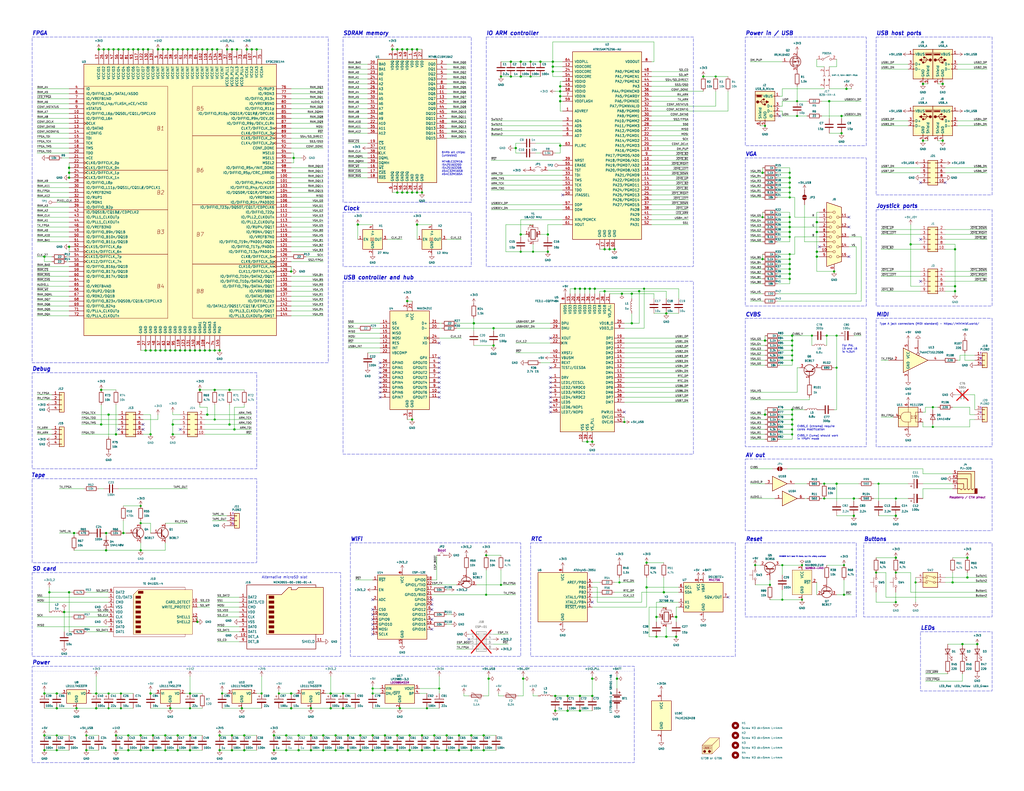
<source format=kicad_sch>
(kicad_sch (version 20231120) (generator "eeschema") (generator_version "8.0")
  (paper "User" 526.999 407)
  (title_block (title "MIST.1010") (date "2024-07-28") (rev "B") (company "Eugene Lozovoy") (comment 1 "10x10 PCB variant of MIST FPGA project"))
  (lib_symbols
    (symbol "74xGxx:74LVC1G125"
      (property "Reference" "U" (at -10.16 7.62 0))
      (property "Value" "74LVC1G125" (at 2.54 -7.62 0))
      (symbol "74LVC1G125_1_1"
        (pin input inverted (at 0 10.16 270) (length 7.62) (name "~") (number "1"))
        (pin input line (at -15.24 0 0) (length 7.62) (name "~") (number "2"))
        (pin power_in line (at -5.08 -10.16 90) (length 5.08) (name "GND") (number "3"))
        (pin tri_state line (at 12.7 0 180) (length 7.62) (name "~") (number "4"))
        (pin power_in line (at -5.08 10.16 270) (length 5.08) (name "VCC") (number "5"))
      )
    )
    (symbol "Connector:Conn_01x02_Pin" (pin_names (offset 1.016) hide)
      (property "Reference" "J" (at 0 2.54 0))
      (property "Value" "Conn_01x02_Pin" (at 0 -5.08 0))
      (symbol "Conn_01x02_Pin_1_1"
        (pin passive line (at 5.08 0 180) (length 3.81) (name "Pin_1") (number "1"))
        (pin passive line (at 5.08 -2.54 180) (length 3.81) (name "Pin_2") (number "2"))
      )
    )
    (symbol "Connector:Conn_01x02_Socket" (pin_names (offset 1.016) hide)
      (property "Reference" "J" (at 0 2.54 0))
      (property "Value" "Conn_01x02_Socket" (at 0 -5.08 0))
      (symbol "Conn_01x02_Socket_1_1"
        (pin passive line (at -5.08 0 0) (length 3.81) (name "Pin_1") (number "1"))
        (pin passive line (at -5.08 -2.54 0) (length 3.81) (name "Pin_2") (number "2"))
      )
    )
    (symbol "Connector:DE15_Receptacle_HighDensity_MountingHoles" (pin_names (offset 1.016) hide)
      (property "Reference" "J" (at 0 21.59 0))
      (property "Value" "DE15_Receptacle_HighDensity_MountingHoles" (at 0 19.05 0))
      (symbol "DE15_Receptacle_HighDensity_MountingHoles_1_1"
        (pin passive line (at 0 -17.78 90) (length 3.81) (name "~") (number "0"))
        (pin passive line (at -7.62 10.16 0) (length 5.08) (name "~") (number "1"))
        (pin passive line (at -7.62 -7.62 0) (length 5.08) (name "~") (number "10"))
        (pin passive line (at 7.62 10.16 180) (length 5.08) (name "~") (number "11"))
        (pin passive line (at 7.62 5.08 180) (length 5.08) (name "~") (number "12"))
        (pin passive line (at 7.62 0 180) (length 5.08) (name "~") (number "13"))
        (pin passive line (at 7.62 -5.08 180) (length 5.08) (name "~") (number "14"))
        (pin passive line (at 7.62 -10.16 180) (length 5.08) (name "~") (number "15"))
        (pin passive line (at -7.62 5.08 0) (length 5.08) (name "~") (number "2"))
        (pin passive line (at -7.62 0 0) (length 5.08) (name "~") (number "3"))
        (pin passive line (at -7.62 -5.08 0) (length 5.08) (name "~") (number "4"))
        (pin passive line (at -7.62 -10.16 0) (length 5.08) (name "~") (number "5"))
        (pin passive line (at -7.62 12.7 0) (length 5.08) (name "~") (number "6"))
        (pin passive line (at -7.62 7.62 0) (length 5.08) (name "~") (number "7"))
        (pin passive line (at -7.62 2.54 0) (length 5.08) (name "~") (number "8"))
        (pin passive line (at -7.62 -2.54 0) (length 5.08) (name "~") (number "9"))
      )
    )
    (symbol "Connector:Micro_SD_Card_Det2"
      (property "Reference" "J" (at -16.51 17.78 0))
      (property "Value" "Micro_SD_Card_Det2" (at 16.51 17.78 0))
      (symbol "Micro_SD_Card_Det2_1_1"
        (pin bidirectional line (at -22.86 10.16 0) (length 3.81) (name "DAT2") (number "1"))
        (pin passive line (at -22.86 -10.16 0) (length 3.81) (name "DET_A") (number "10"))
        (pin passive line (at 20.32 -12.7 180) (length 3.81) (name "SHIELD") (number "11"))
        (pin bidirectional line (at -22.86 7.62 0) (length 3.81) (name "DAT3/CD") (number "2"))
        (pin input line (at -22.86 5.08 0) (length 3.81) (name "CMD") (number "3"))
        (pin power_in line (at -22.86 2.54 0) (length 3.81) (name "VDD") (number "4"))
        (pin input line (at -22.86 0 0) (length 3.81) (name "CLK") (number "5"))
        (pin power_in line (at -22.86 -2.54 0) (length 3.81) (name "VSS") (number "6"))
        (pin bidirectional line (at -22.86 -5.08 0) (length 3.81) (name "DAT0") (number "7"))
        (pin bidirectional line (at -22.86 -7.62 0) (length 3.81) (name "DAT1") (number "8"))
        (pin passive line (at -22.86 -12.7 0) (length 3.81) (name "DET_B") (number "9"))
      )
    )
    (symbol "Connector:SD_Card" (pin_names (offset 1.016))
      (property "Reference" "J" (at -16.51 13.97 0))
      (property "Value" "SD_Card" (at 15.24 -13.97 0))
      (symbol "SD_Card_1_1"
        (pin input line (at -22.86 7.62 0) (length 2.54) (name "CD/DAT3") (number "1"))
        (pin input line (at 22.86 5.08 180) (length 2.54) (name "CARD_DETECT") (number "10"))
        (pin input line (at 22.86 2.54 180) (length 2.54) (name "WRITE_PROTECT") (number "11"))
        (pin input line (at 22.86 -2.54 180) (length 2.54) (name "SHELL1") (number "12"))
        (pin input line (at 22.86 -5.08 180) (length 2.54) (name "SHELL2") (number "13"))
        (pin input line (at -22.86 5.08 0) (length 2.54) (name "CMD") (number "2"))
        (pin power_in line (at -22.86 2.54 0) (length 2.54) (name "VSS") (number "3"))
        (pin power_in line (at -22.86 0 0) (length 2.54) (name "VDD") (number "4"))
        (pin input line (at -22.86 -2.54 0) (length 2.54) (name "CLK") (number "5"))
        (pin power_in line (at -22.86 -5.08 0) (length 2.54) (name "VSS") (number "6"))
        (pin input line (at -22.86 -7.62 0) (length 2.54) (name "DAT0") (number "7"))
        (pin input line (at -22.86 -10.16 0) (length 2.54) (name "DAT1") (number "8"))
        (pin input line (at -22.86 10.16 0) (length 2.54) (name "DAT2") (number "9"))
      )
    )
    (symbol "Connector:TestPoint" (pin_numbers hide) (pin_names (offset 0.762) hide)
      (property "Reference" "TP" (at 0 6.858 0))
      (property "Value" "TestPoint" (at 0 5.08 0))
      (symbol "TestPoint_1_1"
        (pin passive line (at 0 0 90) (length 2.54) (name "1") (number "1"))
      )
    )
    (symbol "Connector:USB_A" (pin_names (offset 1.016))
      (property "Reference" "J" (at -5.08 11.43 0))
      (property "Value" "USB_A" (at -5.08 8.89 0))
      (symbol "USB_A_1_1"
        (pin power_in line (at 7.62 5.08 180) (length 2.54) (name "VBUS") (number "1"))
        (pin bidirectional line (at 7.62 -2.54 180) (length 2.54) (name "D-") (number "2"))
        (pin bidirectional line (at 7.62 0 180) (length 2.54) (name "D+") (number "3"))
        (pin power_in line (at 0 -10.16 90) (length 2.54) (name "GND") (number "4"))
        (pin passive line (at -2.54 -10.16 90) (length 2.54) (name "Shield") (number "5"))
      )
    )
    (symbol "Connector:USB_B_Micro" (pin_names (offset 1.016))
      (property "Reference" "J" (at -5.08 11.43 0))
      (property "Value" "USB_B_Micro" (at -5.08 8.89 0))
      (symbol "USB_B_Micro_1_1"
        (pin power_out line (at 7.62 5.08 180) (length 2.54) (name "VBUS") (number "1"))
        (pin bidirectional line (at 7.62 -2.54 180) (length 2.54) (name "D-") (number "2"))
        (pin bidirectional line (at 7.62 0 180) (length 2.54) (name "D+") (number "3"))
        (pin passive line (at 7.62 -5.08 180) (length 2.54) (name "ID") (number "4"))
        (pin power_out line (at 0 -10.16 90) (length 2.54) (name "GND") (number "5"))
        (pin passive line (at -2.54 -10.16 90) (length 2.54) (name "Shield") (number "6"))
      )
    )
    (symbol "Connector_Audio:AudioJack4"
      (property "Reference" "J" (at 0 8.89 0))
      (property "Value" "AudioJack4" (at 0 6.35 0))
      (symbol "AudioJack4_1_1"
        (pin passive line (at 5.08 -2.54 180) (length 2.54) (name "~") (number "R1"))
        (pin passive line (at 5.08 0 180) (length 2.54) (name "~") (number "R2"))
        (pin passive line (at 5.08 2.54 180) (length 2.54) (name "~") (number "S"))
        (pin passive line (at 5.08 -5.08 180) (length 2.54) (name "~") (number "T"))
      )
    )
    (symbol "Connector_Generic:Conn_01x03" (pin_names (offset 1.016) hide)
      (property "Reference" "J" (at 0 5.08 0))
      (property "Value" "Conn_01x03" (at 0 -5.08 0))
      (symbol "Conn_01x03_1_1"
        (pin passive line (at -5.08 2.54 0) (length 3.81) (name "Pin_1") (number "1"))
        (pin passive line (at -5.08 0 0) (length 3.81) (name "Pin_2") (number "2"))
        (pin passive line (at -5.08 -2.54 0) (length 3.81) (name "Pin_3") (number "3"))
      )
    )
    (symbol "Connector_Generic:Conn_01x04" (pin_names (offset 1.016) hide)
      (property "Reference" "J" (at 0 5.08 0))
      (property "Value" "Conn_01x04" (at 0 -7.62 0))
      (symbol "Conn_01x04_1_1"
        (pin passive line (at -5.08 2.54 0) (length 3.81) (name "Pin_1") (number "1"))
        (pin passive line (at -5.08 0 0) (length 3.81) (name "Pin_2") (number "2"))
        (pin passive line (at -5.08 -2.54 0) (length 3.81) (name "Pin_3") (number "3"))
        (pin passive line (at -5.08 -5.08 0) (length 3.81) (name "Pin_4") (number "4"))
      )
    )
    (symbol "Connector_Generic:Conn_02x04_Odd_Even" (pin_names (offset 1.016) hide)
      (property "Reference" "J" (at 1.27 5.08 0))
      (property "Value" "Conn_02x04_Odd_Even" (at 1.27 -7.62 0))
      (symbol "Conn_02x04_Odd_Even_1_1"
        (pin passive line (at -5.08 2.54 0) (length 3.81) (name "Pin_1") (number "1"))
        (pin passive line (at 7.62 2.54 180) (length 3.81) (name "Pin_2") (number "2"))
        (pin passive line (at -5.08 0 0) (length 3.81) (name "Pin_3") (number "3"))
        (pin passive line (at 7.62 0 180) (length 3.81) (name "Pin_4") (number "4"))
        (pin passive line (at -5.08 -2.54 0) (length 3.81) (name "Pin_5") (number "5"))
        (pin passive line (at 7.62 -2.54 180) (length 3.81) (name "Pin_6") (number "6"))
        (pin passive line (at -5.08 -5.08 0) (length 3.81) (name "Pin_7") (number "7"))
        (pin passive line (at 7.62 -5.08 180) (length 3.81) (name "Pin_8") (number "8"))
      )
    )
    (symbol "Connector_Generic:Conn_02x05_Odd_Even" (pin_names (offset 1.016) hide)
      (property "Reference" "J" (at 1.27 7.62 0))
      (property "Value" "Conn_02x05_Odd_Even" (at 1.27 -7.62 0))
      (symbol "Conn_02x05_Odd_Even_1_1"
        (pin passive line (at -5.08 5.08 0) (length 3.81) (name "Pin_1") (number "1"))
        (pin passive line (at 7.62 -5.08 180) (length 3.81) (name "Pin_10") (number "10"))
        (pin passive line (at 7.62 5.08 180) (length 3.81) (name "Pin_2") (number "2"))
        (pin passive line (at -5.08 2.54 0) (length 3.81) (name "Pin_3") (number "3"))
        (pin passive line (at 7.62 2.54 180) (length 3.81) (name "Pin_4") (number "4"))
        (pin passive line (at -5.08 0 0) (length 3.81) (name "Pin_5") (number "5"))
        (pin passive line (at 7.62 0 180) (length 3.81) (name "Pin_6") (number "6"))
        (pin passive line (at -5.08 -2.54 0) (length 3.81) (name "Pin_7") (number "7"))
        (pin passive line (at 7.62 -2.54 180) (length 3.81) (name "Pin_8") (number "8"))
        (pin passive line (at -5.08 -5.08 0) (length 3.81) (name "Pin_9") (number "9"))
      )
    )
    (symbol "Device:Battery" (pin_numbers hide) (pin_names (offset 0) hide)
      (property "Reference" "BT" (at 2.54 2.54 0))
      (property "Value" "Battery" (at 2.54 0 0))
      (symbol "Battery_1_1"
        (pin passive line (at 0 5.08 270) (length 2.54) (name "+") (number "1"))
        (pin passive line (at 0 -5.08 90) (length 2.54) (name "-") (number "2"))
      )
    )
    (symbol "Device:C" (pin_numbers hide) (pin_names (offset 0.254))
      (property "Reference" "C" (at 0.635 2.54 0))
      (property "Value" "C" (at 0.635 -2.54 0))
      (symbol "C_1_1"
        (pin passive line (at 0 3.81 270) (length 2.794) (name "~") (number "1"))
        (pin passive line (at 0 -3.81 90) (length 2.794) (name "~") (number "2"))
      )
    )
    (symbol "Device:C_Polarized" (pin_numbers hide) (pin_names (offset 0.254))
      (property "Reference" "C" (at 0.635 2.54 0))
      (property "Value" "C_Polarized" (at 0.635 -2.54 0))
      (symbol "C_Polarized_1_1"
        (pin passive line (at 0 3.81 270) (length 2.794) (name "~") (number "1"))
        (pin passive line (at 0 -3.81 90) (length 2.794) (name "~") (number "2"))
      )
    )
    (symbol "Device:Crystal_GND23" (pin_names (offset 1.016) hide)
      (property "Reference" "Y" (at 3.175 5.08 0))
      (property "Value" "Crystal_GND23" (at 3.175 3.175 0))
      (symbol "Crystal_GND23_1_1"
        (pin passive line (at -3.81 0 0) (length 1.27) (name "1") (number "1"))
        (pin passive line (at 0 5.08 270) (length 1.27) (name "2") (number "2"))
        (pin passive line (at 0 -5.08 90) (length 1.27) (name "3") (number "3"))
        (pin passive line (at 3.81 0 180) (length 1.27) (name "4") (number "4"))
      )
    )
    (symbol "Device:Crystal_GND24" (pin_names (offset 1.016) hide)
      (property "Reference" "Y" (at 3.175 5.08 0))
      (property "Value" "Crystal_GND24" (at 3.175 3.175 0))
      (symbol "Crystal_GND24_1_1"
        (pin passive line (at -3.81 0 0) (length 1.27) (name "1") (number "1"))
        (pin passive line (at 0 5.08 270) (length 1.27) (name "2") (number "2"))
        (pin passive line (at 3.81 0 180) (length 1.27) (name "3") (number "3"))
        (pin passive line (at 0 -5.08 90) (length 1.27) (name "4") (number "4"))
      )
    )
    (symbol "Device:D" (pin_numbers hide) (pin_names (offset 1.016) hide)
      (property "Reference" "D" (at 0 2.54 0))
      (property "Value" "D" (at 0 -2.54 0))
      (symbol "D_1_1"
        (pin passive line (at -3.81 0 0) (length 2.54) (name "K") (number "1"))
        (pin passive line (at 3.81 0 180) (length 2.54) (name "A") (number "2"))
      )
    )
    (symbol "Device:L" (pin_numbers hide) (pin_names (offset 1.016) hide)
      (property "Reference" "L" (at -1.27 0 90))
      (property "Value" "L" (at 1.905 0 90))
      (symbol "L_1_1"
        (pin passive line (at 0 3.81 270) (length 1.27) (name "1") (number "1"))
        (pin passive line (at 0 -3.81 90) (length 1.27) (name "2") (number "2"))
      )
    )
    (symbol "Device:LED" (pin_numbers hide) (pin_names (offset 1.016) hide)
      (property "Reference" "D" (at 0 2.54 0))
      (property "Value" "LED" (at 0 -2.54 0))
      (symbol "LED_1_1"
        (pin passive line (at -3.81 0 0) (length 2.54) (name "K") (number "1"))
        (pin passive line (at 3.81 0 180) (length 2.54) (name "A") (number "2"))
      )
    )
    (symbol "Device:Polyfuse" (pin_numbers hide) (pin_names (offset 0))
      (property "Reference" "F" (at -2.54 0 90))
      (property "Value" "Polyfuse" (at 2.54 0 90))
      (symbol "Polyfuse_1_1"
        (pin passive line (at 0 3.81 270) (length 1.27) (name "~") (number "1"))
        (pin passive line (at 0 -3.81 90) (length 1.27) (name "~") (number "2"))
      )
    )
    (symbol "Device:R" (pin_numbers hide) (pin_names (offset 0))
      (property "Reference" "R" (at 2.032 0 90))
      (property "Value" "R" (at 0 0 90))
      (symbol "R_1_1"
        (pin passive line (at 0 3.81 270) (length 1.27) (name "~") (number "1"))
        (pin passive line (at 0 -3.81 90) (length 1.27) (name "~") (number "2"))
      )
    )
    (symbol "Diode:1N4148W" (pin_numbers hide) (pin_names hide)
      (property "Reference" "D" (at 0 2.54 0))
      (property "Value" "1N4148W" (at 0 -2.54 0))
      (symbol "1N4148W_1_1"
        (pin passive line (at -3.81 0 0) (length 2.54) (name "K") (number "1"))
        (pin passive line (at 3.81 0 180) (length 2.54) (name "A") (number "2"))
      )
    )
    (symbol "Isolator:H11L1" (pin_names (offset 1.016))
      (property "Reference" "U" (at 1.27 8.89 0))
      (property "Value" "H11L1" (at 1.27 6.35 0))
      (symbol "H11L1_1_1"
        (pin passive line (at -7.62 2.54 0) (length 2.54) (name "~") (number "1"))
        (pin passive line (at -7.62 -2.54 0) (length 2.54) (name "~") (number "2"))
        (pin no_connect line (at -5.08 0 0) (length 2.54) hide (name "~") (number "3"))
        (pin output inverted (at 7.62 0 180) (length 3.81) (name "~") (number "4"))
        (pin power_in line (at 0 -7.62 90) (length 2.54) (name "~") (number "5"))
        (pin power_in line (at 0 7.62 270) (length 2.54) (name "~") (number "6"))
      )
    )
    (symbol "Jumper:Jumper_2_Open" (pin_names (offset 0) hide)
      (property "Reference" "JP" (at 0 2.794 0))
      (property "Value" "Jumper_2_Open" (at 0 -2.286 0))
      (symbol "Jumper_2_Open_1_1"
        (pin passive line (at -5.08 0 0) (length 2.54) (name "A") (number "1"))
        (pin passive line (at 5.08 0 180) (length 2.54) (name "B") (number "2"))
      )
    )
    (symbol "Jumper:Jumper_2_Small_Open" (pin_numbers hide) (pin_names (offset 0) hide) (exclude_from_sim yes)
      (property "Reference" "JP" (at 0 2.794 0))
      (property "Value" "Jumper_2_Small_Open" (at 0 -2.286 0))
      (symbol "Jumper_2_Small_Open_1_1"
        (pin passive line (at -2.54 0 0) (length 1.27) (name "A") (number "1"))
        (pin passive line (at 2.54 0 180) (length 1.27) (name "B") (number "2"))
      )
    )
    (symbol "Jumper:SolderJumper_2_Open" (pin_numbers hide) (pin_names (offset 0) hide) (exclude_from_sim yes) (in_bom no)
      (property "Reference" "JP" (at 0 2.032 0))
      (property "Value" "SolderJumper_2_Open" (at 0 -2.54 0))
      (symbol "SolderJumper_2_Open_1_1"
        (pin passive line (at -3.81 0 0) (length 2.54) (name "A") (number "1"))
        (pin passive line (at 3.81 0 180) (length 2.54) (name "B") (number "2"))
      )
    )
    (symbol "MCU_Microchip_ATtiny:ATtiny85V-10P"
      (property "Reference" "U" (at -12.7 13.97 0))
      (property "Value" "ATtiny85V-10P" (at 2.54 -13.97 0))
      (symbol "ATtiny85V-10P_1_1"
        (pin bidirectional line (at 15.24 -5.08 180) (length 2.54) (name "~{RESET}/PB5") (number "1"))
        (pin bidirectional line (at 15.24 0 180) (length 2.54) (name "XTAL1/PB3") (number "2"))
        (pin bidirectional line (at 15.24 -2.54 180) (length 2.54) (name "XTAL2/PB4") (number "3"))
        (pin power_in line (at 0 -15.24 90) (length 2.54) (name "GND") (number "4"))
        (pin bidirectional line (at 15.24 7.62 180) (length 2.54) (name "AREF/PB0") (number "5"))
        (pin bidirectional line (at 15.24 5.08 180) (length 2.54) (name "PB1") (number "6"))
        (pin bidirectional line (at 15.24 2.54 180) (length 2.54) (name "PB2") (number "7"))
        (pin power_in line (at 0 15.24 270) (length 2.54) (name "VCC") (number "8"))
      )
    )
    (symbol "Mechanical:Housing" (pin_names (offset 1.016))
      (property "Reference" "N" (at 3.81 0 0))
      (property "Value" "Housing" (at 3.81 -1.905 0))
    )
    (symbol "Mechanical:MountingHole" (pin_names (offset 1.016))
      (property "Reference" "H" (at 0 5.08 0))
      (property "Value" "MountingHole" (at 0 3.175 0))
    )
    (symbol "Oscillator:XO91" (pin_names (offset 0.254))
      (property "Reference" "X" (at -5.08 6.35 0))
      (property "Value" "XO91" (at 1.27 -6.35 0))
      (symbol "XO91_1_1"
        (pin input line (at -7.62 0 0) (length 2.54) (name "EN") (number "1"))
        (pin power_in line (at 0 -7.62 90) (length 2.54) (name "GND") (number "2"))
        (pin output line (at 7.62 0 180) (length 2.54) (name "OUT") (number "3"))
        (pin power_in line (at 0 7.62 270) (length 2.54) (name "V+") (number "4"))
      )
    )
    (symbol "RF_Module:ESP-12E"
      (property "Reference" "U" (at -12.7 19.05 0))
      (property "Value" "ESP-12E" (at 12.7 19.05 0))
      (symbol "ESP-12E_1_1"
        (pin input line (at -15.24 15.24 0) (length 2.54) (name "~{RST}") (number "1"))
        (pin bidirectional line (at -15.24 -2.54 0) (length 2.54) (name "MISO") (number "10"))
        (pin bidirectional line (at -15.24 -5.08 0) (length 2.54) (name "GPIO9") (number "11"))
        (pin bidirectional line (at -15.24 -7.62 0) (length 2.54) (name "GPIO10") (number "12"))
        (pin bidirectional line (at -15.24 -10.16 0) (length 2.54) (name "MOSI") (number "13"))
        (pin bidirectional line (at -15.24 -12.7 0) (length 2.54) (name "SCLK") (number "14"))
        (pin power_in line (at 0 -17.78 90) (length 2.54) (name "GND") (number "15"))
        (pin bidirectional line (at 15.24 -7.62 180) (length 2.54) (name "GPIO15") (number "16"))
        (pin bidirectional line (at 15.24 10.16 180) (length 2.54) (name "GPIO2") (number "17"))
        (pin bidirectional line (at 15.24 15.24 180) (length 2.54) (name "GPIO0") (number "18"))
        (pin bidirectional line (at 15.24 5.08 180) (length 2.54) (name "GPIO4") (number "19"))
        (pin input line (at -15.24 5.08 0) (length 2.54) (name "ADC") (number "2"))
        (pin bidirectional line (at 15.24 2.54 180) (length 2.54) (name "GPIO5") (number "20"))
        (pin bidirectional line (at 15.24 7.62 180) (length 2.54) (name "GPIO3/RXD") (number "21"))
        (pin bidirectional line (at 15.24 12.7 180) (length 2.54) (name "GPIO1/TXD") (number "22"))
        (pin input line (at -15.24 10.16 0) (length 2.54) (name "EN") (number "3"))
        (pin bidirectional line (at 15.24 -10.16 180) (length 2.54) (name "GPIO16") (number "4"))
        (pin bidirectional line (at 15.24 -5.08 180) (length 2.54) (name "GPIO14") (number "5"))
        (pin bidirectional line (at 15.24 0 180) (length 2.54) (name "GPIO12") (number "6"))
        (pin bidirectional line (at 15.24 -2.54 180) (length 2.54) (name "GPIO13") (number "7"))
        (pin power_in line (at 0 20.32 270) (length 2.54) (name "VCC") (number "8"))
        (pin input line (at -15.24 0 0) (length 2.54) (name "CS0") (number "9"))
      )
    )
    (symbol "Regulator_Linear:AZ1117-1.2" (pin_names (offset 0.254))
      (property "Reference" "U" (at -3.81 3.175 0))
      (property "Value" "AZ1117-1.2" (at 0 3.175 0))
      (symbol "AZ1117-1.2_1_1"
        (pin power_in line (at 0 -7.62 90) (length 2.54) (name "GND") (number "1"))
        (pin power_out line (at 7.62 0 180) (length 2.54) (name "VO") (number "2"))
        (pin power_in line (at -7.62 0 0) (length 2.54) (name "VI") (number "3"))
      )
    )
    (symbol "Regulator_Linear:AZ1117-2.5" (pin_names (offset 0.254))
      (property "Reference" "U" (at -3.81 3.175 0))
      (property "Value" "AZ1117-2.5" (at 0 3.175 0))
      (symbol "AZ1117-2.5_1_1"
        (pin power_in line (at 0 -7.62 90) (length 2.54) (name "GND") (number "1"))
        (pin power_out line (at 7.62 0 180) (length 2.54) (name "VO") (number "2"))
        (pin power_in line (at -7.62 0 0) (length 2.54) (name "VI") (number "3"))
      )
    )
    (symbol "Regulator_Linear:AZ1117-3.3" (pin_names (offset 0.254))
      (property "Reference" "U" (at -3.81 3.175 0))
      (property "Value" "AZ1117-3.3" (at 0 3.175 0))
      (symbol "AZ1117-3.3_1_1"
        (pin power_in line (at 0 -7.62 90) (length 2.54) (name "GND") (number "1"))
        (pin power_out line (at 7.62 0 180) (length 2.54) (name "VO") (number "2"))
        (pin power_in line (at -7.62 0 0) (length 2.54) (name "VI") (number "3"))
      )
    )
    (symbol "Regulator_Linear:LP2985-3.3" (pin_names (offset 0.254))
      (property "Reference" "U" (at -6.35 5.715 0))
      (property "Value" "LP2985-3.3" (at 0 5.715 0))
      (symbol "LP2985-3.3_1_1"
        (pin power_in line (at -10.16 2.54 0) (length 2.54) (name "VIN") (number "1"))
        (pin power_in line (at 0 -7.62 90) (length 2.54) (name "GND") (number "2"))
        (pin input line (at -10.16 0 0) (length 2.54) (name "ON/~{OFF}") (number "3"))
        (pin input line (at 10.16 0 180) (length 2.54) (name "BP") (number "4"))
        (pin power_out line (at 10.16 2.54 180) (length 2.54) (name "VOUT") (number "5"))
      )
    )
    (symbol "Switch:SW_DIP_x02" (pin_names (offset 0) hide)
      (property "Reference" "SW" (at 0 6.35 0))
      (property "Value" "SW_DIP_x02" (at 0 -3.81 0))
      (symbol "SW_DIP_x02_1_1"
        (pin passive line (at -7.62 2.54 0) (length 5.08) (name "~") (number "1"))
        (pin passive line (at -7.62 0 0) (length 5.08) (name "~") (number "2"))
        (pin passive line (at 7.62 0 180) (length 5.08) (name "~") (number "3"))
        (pin passive line (at 7.62 2.54 180) (length 5.08) (name "~") (number "4"))
      )
    )
    (symbol "Switch:SW_Push" (pin_numbers hide) (pin_names (offset 1.016) hide)
      (property "Reference" "SW" (at 1.27 2.54 0))
      (property "Value" "SW_Push" (at 0 -1.524 0))
      (symbol "SW_Push_0_1"
        (pin passive line (at -5.08 0 0) (length 2.54) (name "1") (number "1"))
        (pin passive line (at 5.08 0 180) (length 2.54) (name "2") (number "2"))
      )
    )
    (symbol "Switch:SW_SPST" (pin_names (offset 0) hide)
      (property "Reference" "SW" (at 0 3.175 0))
      (property "Value" "SW_SPST" (at 0 -2.54 0))
      (symbol "SW_SPST_1_1"
        (pin passive line (at -5.08 0 0) (length 2.54) (name "A") (number "1"))
        (pin passive line (at 5.08 0 180) (length 2.54) (name "B") (number "2"))
      )
    )
    (symbol "Timer_RTC:DS1307Z+"
      (property "Reference" "U" (at -8.89 8.89 0))
      (property "Value" "DS1307Z+" (at 1.27 8.89 0))
      (symbol "DS1307Z+_1_1"
        (pin input line (at -12.7 -2.54 0) (length 2.54) (name "X1") (number "1"))
        (pin input line (at -12.7 -5.08 0) (length 2.54) (name "X2") (number "2"))
        (pin power_in line (at 0 10.16 270) (length 2.54) (name "VBAT") (number "3"))
        (pin power_in line (at 0 -10.16 90) (length 2.54) (name "GND") (number "4"))
        (pin bidirectional line (at -12.7 2.54 0) (length 2.54) (name "SDA") (number "5"))
        (pin input line (at -12.7 5.08 0) (length 2.54) (name "SCL") (number "6"))
        (pin open_collector line (at 12.7 0 180) (length 2.54) (name "SQW/OUT") (number "7"))
        (pin power_in line (at -2.54 10.16 270) (length 2.54) (name "VCC") (number "8"))
      )
    )
    (symbol "Transistor_BJT:BC817" (pin_names (offset 0) hide)
      (property "Reference" "Q" (at 5.08 1.905 0))
      (property "Value" "BC817" (at 5.08 0 0))
      (symbol "BC817_1_1"
        (pin input line (at -5.08 0 0) (length 5.715) (name "B") (number "1"))
        (pin passive line (at 2.54 -5.08 90) (length 2.54) (name "E") (number "2"))
        (pin passive line (at 2.54 5.08 270) (length 2.54) (name "C") (number "3"))
      )
    )
    (symbol "Transistor_BJT:BC856" (pin_names (offset 0) hide)
      (property "Reference" "Q" (at 5.08 1.905 0))
      (property "Value" "BC856" (at 5.08 0 0))
      (symbol "BC856_1_1"
        (pin input line (at -5.08 0 0) (length 5.715) (name "B") (number "1"))
        (pin passive line (at 2.54 -5.08 90) (length 2.54) (name "E") (number "2"))
        (pin passive line (at 2.54 5.08 270) (length 2.54) (name "C") (number "3"))
      )
    )
    (symbol "Transistor_FET:IRLML6402" (pin_names hide)
      (property "Reference" "Q" (at 5.08 1.905 0))
      (property "Value" "IRLML6402" (at 5.08 0 0))
      (symbol "IRLML6402_1_1"
        (pin input line (at -5.08 0 0) (length 2.54) (name "G") (number "1"))
        (pin passive line (at 2.54 -5.08 90) (length 2.54) (name "S") (number "2"))
        (pin passive line (at 2.54 5.08 270) (length 2.54) (name "D") (number "3"))
      )
    )
    (symbol "my:74LVC2G34"
      (property "Reference" "U" (at 0 1.27 0))
      (property "Value" "74LVC2G34" (at 0 -1.27 0))
      (symbol "74LVC2G34_1_1"
        (pin input line (at -7.62 0 0) (length 3.81) (name "~") (number "1"))
        (pin output line (at 7.62 0 180) (length 3.81) (name "~") (number "6"))
      )
      (symbol "74LVC2G34_2_1"
        (pin input line (at -7.62 0 0) (length 3.81) (name "~") (number "3"))
        (pin output line (at 7.62 0 180) (length 3.81) (name "~") (number "4"))
      )
      (symbol "74LVC2G34_3_1"
        (pin power_in line (at 0 -12.7 90) (length 5.08) (name "GND") (number "2"))
        (pin power_in line (at 0 12.7 270) (length 5.08) (name "VCC") (number "5"))
      )
    )
    (symbol "my:AT91SAM7S256-AU-001" (pin_names (offset 1.016))
      (property "Reference" "U" (at -18.415 48.895 0))
      (property "Value" "AT91SAM7S256-AU-001" (at -5.715 48.895 0))
      (symbol "AT91SAM7S256-AU-001_0_0"
        (pin input line (at -22.86 17.78 0) (length 5.08) (name "ADVREF") (number "1"))
        (pin bidirectional line (at 22.86 -7.62 180) (length 5.08) (name "PA18/PGMD6/AD1") (number "10"))
        (pin bidirectional line (at 22.86 -15.24 180) (length 5.08) (name "PA21/PGMD9") (number "11"))
        (pin power_in line (at -22.86 40.64 0) (length 5.08) (name "VDDCORE") (number "12"))
        (pin bidirectional line (at 22.86 -10.16 180) (length 5.08) (name "PA19/PGMD7/AD2") (number "13"))
        (pin bidirectional line (at 22.86 -17.78 180) (length 5.08) (name "PA22/PGMD10") (number "14"))
        (pin bidirectional line (at 22.86 -20.32 180) (length 5.08) (name "PA23/PGMD11") (number "15"))
        (pin bidirectional line (at 22.86 -12.7 180) (length 5.08) (name "PA20/PGMD8/AD3") (number "16"))
        (pin power_in line (at -1.27 -53.34 90) (length 5.08) (name "GND") (number "17"))
        (pin power_in line (at -22.86 33.02 0) (length 5.08) (name "VDDIO") (number "18"))
        (pin bidirectional line (at 22.86 -2.54 180) (length 5.08) (name "PA16/PGMD4") (number "19"))
        (pin power_in line (at -3.81 -53.34 90) (length 5.08) (name "GND") (number "2"))
        (pin bidirectional line (at 22.86 0 180) (length 5.08) (name "PA15/PGMD3") (number "20"))
        (pin bidirectional line (at 22.86 2.54 180) (length 5.08) (name "PA14/PGMD2") (number "21"))
        (pin bidirectional line (at 22.86 5.08 180) (length 5.08) (name "PA13/PGMD1") (number "22"))
        (pin bidirectional line (at 22.86 -22.86 180) (length 5.08) (name "PA24/PGMD12") (number "23"))
        (pin power_in line (at -22.86 38.1 0) (length 5.08) (name "VDDCORE") (number "24"))
        (pin bidirectional line (at 22.86 -25.4 180) (length 5.08) (name "PA25/PGMD13") (number "25"))
        (pin bidirectional line (at 22.86 -27.94 180) (length 5.08) (name "PA26/PGMD14") (number "26"))
        (pin bidirectional line (at 22.86 7.62 180) (length 5.08) (name "PA12/PGMD0") (number "27"))
        (pin bidirectional line (at 22.86 10.16 180) (length 5.08) (name "PA11/PGMM3") (number "28"))
        (pin bidirectional line (at 22.86 12.7 180) (length 5.08) (name "PA10/PGMM2") (number "29"))
        (pin input line (at -22.86 12.7 0) (length 5.08) (name "AD4") (number "3"))
        (pin bidirectional line (at 22.86 15.24 180) (length 5.08) (name "PA9/PGMM1") (number "30"))
        (pin bidirectional line (at 22.86 17.78 180) (length 5.08) (name "PA8/PGMM0") (number "31"))
        (pin bidirectional line (at 22.86 20.32 180) (length 5.08) (name "PA7/PGMNVALID") (number "32"))
        (pin input line (at -22.86 -15.24 0) (length 5.08) (name "TDI") (number "33"))
        (pin bidirectional line (at 22.86 22.86 180) (length 5.08) (name "PA6/PGMNOE") (number "34"))
        (pin bidirectional line (at 22.86 25.4 180) (length 5.08) (name "PA5/PGMRDY") (number "35"))
        (pin bidirectional line (at 22.86 27.94 180) (length 5.08) (name "PA4/PGMNCMD") (number "36"))
        (pin bidirectional line (at 22.86 -30.48 180) (length 5.08) (name "PA27/PGMD15") (number "37"))
        (pin bidirectional line (at 22.86 -33.02 180) (length 5.08) (name "PA28") (number "38"))
        (pin bidirectional line (at -22.86 -7.62 0) (length 5.08) (name "NRST") (number "39"))
        (pin input line (at -22.86 10.16 0) (length 5.08) (name "AD5") (number "4"))
        (pin input line (at -22.86 -12.7 0) (length 5.08) (name "TST") (number "40"))
        (pin bidirectional line (at 22.86 -35.56 180) (length 5.08) (name "PA29") (number "41"))
        (pin bidirectional line (at 22.86 -38.1 180) (length 5.08) (name "PA30") (number "42"))
        (pin bidirectional line (at 22.86 30.48 180) (length 5.08) (name "PA3") (number "43"))
        (pin bidirectional line (at 22.86 33.02 180) (length 5.08) (name "PA2/PGMEN2") (number "44"))
        (pin power_in line (at -22.86 30.48 0) (length 5.08) (name "VDDIO") (number "45"))
        (pin power_in line (at 1.27 -53.34 90) (length 5.08) (name "GND") (number "46"))
        (pin bidirectional line (at 22.86 35.56 180) (length 5.08) (name "PA1/PGMEN1") (number "47"))
        (pin bidirectional line (at 22.86 38.1 180) (length 5.08) (name "PA0/PGMEN0") (number "48"))
        (pin output line (at -22.86 -22.86 0) (length 5.08) (name "TDO") (number "49"))
        (pin input line (at -22.86 7.62 0) (length 5.08) (name "AD6") (number "5"))
        (pin input line (at -22.86 -25.4 0) (length 5.08) (name "JTAGSEL") (number "50"))
        (pin input line (at -22.86 -17.78 0) (length 5.08) (name "TMS") (number "51"))
        (pin bidirectional line (at 22.86 -40.64 180) (length 5.08) (name "PA31") (number "52"))
        (pin input line (at -22.86 -20.32 0) (length 5.08) (name "TCK") (number "53"))
        (pin power_in line (at -22.86 35.56 0) (length 5.08) (name "VDDCORE") (number "54"))
        (pin input line (at -22.86 -10.16 0) (length 5.08) (name "ERASE") (number "55"))
        (pin bidirectional line (at -22.86 -33.02 0) (length 5.08) (name "DDM") (number "56"))
        (pin bidirectional line (at -22.86 -30.48 0) (length 5.08) (name "DDP") (number "57"))
        (pin power_in line (at -22.86 27.94 0) (length 5.08) (name "VDDIO") (number "58"))
        (pin power_in line (at -22.86 22.86 0) (length 5.08) (name "VDDFLASH") (number "59"))
        (pin input line (at -22.86 5.08 0) (length 5.08) (name "AD7") (number "6"))
        (pin power_in line (at 3.81 -53.34 90) (length 5.08) (name "GND") (number "60"))
        (pin output line (at -22.86 -40.64 0) (length 5.08) (name "XOUT") (number "61"))
        (pin input line (at -22.86 -38.1 0) (length 5.08) (name "XIN/PGMCK") (number "62"))
        (pin input line (at -22.86 0 0) (length 5.08) (name "PLLRC") (number "63"))
        (pin power_in line (at -22.86 43.18 0) (length 5.08) (name "VDDPLL") (number "64"))
        (pin power_in line (at -22.86 25.4 0) (length 5.08) (name "VDDIN") (number "7"))
        (pin power_out line (at 22.86 43.18 180) (length 5.08) (name "VDDOUT") (number "8"))
        (pin bidirectional line (at 22.86 -5.08 180) (length 5.08) (name "PA17/PGMD5/AD0") (number "9"))
      )
    )
    (symbol "my:EP3C25E144" (pin_names (offset 1.016))
      (property "Reference" "U" (at 0 -2.54 0))
      (property "Value" "EP3C25E144" (at 0 2.54 0))
      (symbol "EP3C25E144_0_0"
        (text "B1" (at -10.16 36.83 0) (effects (font (size 2 2) (italic yes))))
        (text "B2" (at -10.16 3.81 0) (effects (font (size 2 2) (italic yes))))
        (text "B3" (at -10.16 -16.51 0) (effects (font (size 2 2) (italic yes))))
        (text "B4" (at -10.16 -44.45 0) (effects (font (size 2 2) (italic yes))))
        (text "B5" (at 10.16 46.99 0) (effects (font (size 2 2) (italic yes))))
        (text "B6" (at 10.16 15.24 0) (effects (font (size 2 2) (italic yes))))
        (text "B7" (at 10.16 -17.78 0) (effects (font (size 2 2) (italic yes))))
        (text "B8" (at 10.16 -46.99 0) (effects (font (size 2 2) (italic yes))))
      )
      (symbol "EP3C25E144_1_1"
        (pin power_in line (at 29.21 77.47 270) (length 7.62) (name "VCCD_PLL3") (number "1"))
        (pin bidirectional line (at -57.15 44.45 0) (length 7.62) (name "IO/DIFFIO_L6p/DQS0L/CQ1L/DPCLK0") (number "10"))
        (pin bidirectional line (at 57.15 11.43 180) (length 7.62) (name "IO") (number "100"))
        (pin bidirectional line (at 57.15 8.89 180) (length 7.62) (name "IO/DIFFIO_R4n/nCEO") (number "101"))
        (pin power_in line (at 11.43 77.47 270) (length 7.62) (name "VCCINT") (number "102"))
        (pin bidirectional line (at 57.15 6.35 180) (length 7.62) (name "IO/DIFFIO_R4p/CLKUSR") (number "103"))
        (pin bidirectional line (at 57.15 3.81 180) (length 7.62) (name "IO/DQS0R/CQ1R/DPCLK7") (number "104"))
        (pin bidirectional line (at 57.15 1.27 180) (length 7.62) (name "IO/VREFB6N0") (number "105"))
        (pin bidirectional line (at 57.15 -1.27 180) (length 7.62) (name "IO/DIFFIO_R1n/PADD20") (number "106"))
        (pin power_in line (at 36.83 77.47 270) (length 7.62) (name "VCCA2") (number "107"))
        (pin power_in line (at 12.7 -77.47 90) (length 7.62) (name "GNDA2") (number "108"))
        (pin power_in line (at 26.67 77.47 270) (length 7.62) (name "VCCD_PLL2") (number "109"))
        (pin bidirectional line (at -57.15 41.91 0) (length 7.62) (name "IO/DIFFIO_L6n") (number "11"))
        (pin bidirectional line (at 57.15 -3.81 180) (length 7.62) (name "IO/DIFFIO_T23p/DQS0T/CQ1T/CDPCLK6") (number "110"))
        (pin bidirectional line (at 57.15 -6.35 180) (length 7.62) (name "IO/DIFFIO_T22p") (number "111"))
        (pin bidirectional line (at 57.15 -8.89 180) (length 7.62) (name "IO/PLL2_CLKOUTn") (number "112"))
        (pin bidirectional line (at 57.15 -11.43 180) (length 7.62) (name "IO/PLL2_CLKOUTp") (number "113"))
        (pin bidirectional line (at 57.15 -13.97 180) (length 7.62) (name "IO/RUP4/DQ1T") (number "114"))
        (pin bidirectional line (at 57.15 -16.51 180) (length 7.62) (name "IO/RDN4/DQ1T") (number "115"))
        (pin power_in line (at 13.97 77.47 270) (length 7.62) (name "VCCINT") (number "116"))
        (pin power_in line (at -21.59 77.47 270) (length 7.62) (name "VCCIO7") (number "117"))
        (pin power_in line (at 0 -77.47 90) (length 7.62) (name "GND") (number "118"))
        (pin bidirectional line (at 57.15 -19.05 180) (length 7.62) (name "IO/VREFB7N0") (number "119"))
        (pin input clock (at -57.15 39.37 0) (length 7.62) (name "DCLK") (number "12"))
        (pin bidirectional line (at 57.15 -21.59 180) (length 7.62) (name "IO/DIFFIO_T19n/PADD1/DQ1T") (number "120"))
        (pin bidirectional line (at 57.15 -24.13 180) (length 7.62) (name "IO/DIFFIO_T17p/PADD4") (number "121"))
        (pin power_in line (at -19.05 77.47 270) (length 7.62) (name "VCCIO7") (number "122"))
        (pin power_in line (at 2.54 -77.47 90) (length 7.62) (name "GND") (number "123"))
        (pin power_in line (at 16.51 77.47 270) (length 7.62) (name "VCCINT") (number "124"))
        (pin bidirectional line (at 57.15 -26.67 180) (length 7.62) (name "IO/DIFFIO_T13p/PADD12") (number "125"))
        (pin input clock (at 57.15 -29.21 180) (length 7.62) (name "CLK8/DIFFCLK_5n") (number "126"))
        (pin input clock (at 57.15 -31.75 180) (length 7.62) (name "CLK9/DIFFCLK_5p") (number "127"))
        (pin input clock (at 57.15 -34.29 180) (length 7.62) (name "CLK10/DIFFCLK_4n") (number "128"))
        (pin input clock (at 57.15 -36.83 180) (length 7.62) (name "CLK11/DIFFCLK_4p") (number "129"))
        (pin bidirectional line (at -57.15 36.83 0) (length 7.62) (name "IO/DATA0") (number "13"))
        (pin power_in line (at -16.51 77.47 270) (length 7.62) (name "VCCIO8") (number "130"))
        (pin power_in line (at 5.08 -77.47 90) (length 7.62) (name "GND") (number "131"))
        (pin bidirectional line (at 57.15 -39.37 180) (length 7.62) (name "IO/DIFFIO_T10n/DATA2/DQ1T") (number "132"))
        (pin bidirectional line (at 57.15 -41.91 180) (length 7.62) (name "IO/DIFFIO_T10p/DATA3/DQ1T") (number "133"))
        (pin power_in line (at 19.05 77.47 270) (length 7.62) (name "VCCINT") (number "134"))
        (pin bidirectional line (at 57.15 -44.45 180) (length 7.62) (name "IO/DIFFIO_T9p/DATA4/DQ1T") (number "135"))
        (pin bidirectional line (at 57.15 -46.99 180) (length 7.62) (name "IO/VREFB8N0") (number "136"))
        (pin bidirectional line (at 57.15 -49.53 180) (length 7.62) (name "IO/DATA5/DQ1T") (number "137"))
        (pin power_in line (at 21.59 77.47 270) (length 7.62) (name "VCCINT") (number "138"))
        (pin power_in line (at -13.97 77.47 270) (length 7.62) (name "VCCIO8") (number "139"))
        (pin input line (at -57.15 34.29 0) (length 7.62) (name "nCONFIG") (number "14"))
        (pin power_in line (at 7.62 -77.47 90) (length 7.62) (name "GND") (number "140"))
        (pin bidirectional line (at 57.15 -52.07 180) (length 7.62) (name "IO/DIFFIO_T2p") (number "141"))
        (pin bidirectional line (at 57.15 -54.61 180) (length 7.62) (name "IO/DATA12/DQS1T/CQ1T#/CDPCLK7") (number "142"))
        (pin bidirectional line (at 57.15 -57.15 180) (length 7.62) (name "IO/PLL3_CLKOUTn/DQ1T") (number "143"))
        (pin bidirectional line (at 57.15 -59.69 180) (length 7.62) (name "IO/PLL3_CLKOUTp/DM1T") (number "144"))
        (pin power_in line (at 20.32 -77.47 90) (length 7.62) (name "PAD") (number "145"))
        (pin input line (at -57.15 31.75 0) (length 7.62) (name "TDI") (number "15"))
        (pin input line (at -57.15 29.21 0) (length 7.62) (name "TCK") (number "16"))
        (pin power_in line (at -41.91 77.47 270) (length 7.62) (name "VCCIO1") (number "17"))
        (pin input line (at -57.15 26.67 0) (length 7.62) (name "TMS") (number "18"))
        (pin power_in line (at -20.32 -77.47 90) (length 7.62) (name "GND") (number "19"))
        (pin power_in line (at 15.24 -77.47 90) (length 7.62) (name "GNDA3") (number "2"))
        (pin output line (at -57.15 24.13 0) (length 7.62) (name "TDO") (number "20"))
        (pin input line (at -57.15 21.59 0) (length 7.62) (name "nCE") (number "21"))
        (pin input clock (at -57.15 19.05 0) (length 7.62) (name "CLK0/DIFFCLK_0p") (number "22"))
        (pin input clock (at -57.15 16.51 0) (length 7.62) (name "CLK1/DIFFCLK_0n") (number "23"))
        (pin input clock (at -57.15 13.97 0) (length 7.62) (name "CLK2/DIFFCLK_1p") (number "24"))
        (pin input clock (at -57.15 11.43 0) (length 7.62) (name "CLK3/DIFFCLK_1n") (number "25"))
        (pin power_in line (at -39.37 77.47 270) (length 7.62) (name "VCCIO2") (number "26"))
        (pin power_in line (at -17.78 -77.47 90) (length 7.62) (name "GND") (number "27"))
        (pin bidirectional line (at -57.15 8.89 0) (length 7.62) (name "IO/DIFFIO_L8p") (number "28"))
        (pin power_in line (at -8.89 77.47 270) (length 7.62) (name "VCCINT") (number "29"))
        (pin power_in line (at 39.37 77.47 270) (length 7.62) (name "VCCA3") (number "3"))
        (pin bidirectional line (at -57.15 6.35 0) (length 7.62) (name "IO/DIFFIO_L11p/DQS1L/CQ1L#/DPCLK1") (number "30"))
        (pin bidirectional line (at -57.15 3.81 0) (length 7.62) (name "IO/VREFB2N0") (number "31"))
        (pin bidirectional line (at -57.15 1.27 0) (length 7.62) (name "IO/RUP1") (number "32"))
        (pin bidirectional line (at -57.15 -1.27 0) (length 7.62) (name "IO/RDN1") (number "33"))
        (pin power_in line (at -6.35 77.47 270) (length 7.62) (name "VCCINT") (number "34"))
        (pin power_in line (at 34.29 77.47 270) (length 7.62) (name "VCCA1") (number "35"))
        (pin power_in line (at 10.16 -77.47 90) (length 7.62) (name "GNDA1") (number "36"))
        (pin power_in line (at 24.13 77.47 270) (length 7.62) (name "VCCD_PLL1") (number "37"))
        (pin power_in line (at -3.81 77.47 270) (length 7.62) (name "VCCINT") (number "38"))
        (pin bidirectional line (at -57.15 -3.81 0) (length 7.62) (name "IO/DIFFIO_B2p") (number "39"))
        (pin bidirectional line (at -57.15 57.15 0) (length 7.62) (name "IO") (number "4"))
        (pin power_in line (at -36.83 77.47 270) (length 7.62) (name "VCCIO3") (number "40"))
        (pin power_in line (at -15.24 -77.47 90) (length 7.62) (name "GND") (number "41"))
        (pin bidirectional line (at -57.15 -6.35 0) (length 7.62) (name "IO/DQS1B/CQ1B#/CDPCLK2") (number "42"))
        (pin bidirectional line (at -57.15 -8.89 0) (length 7.62) (name "IO/PLL1_CLKOUTp") (number "43"))
        (pin bidirectional line (at -57.15 -11.43 0) (length 7.62) (name "IO/PLL1_CLKOUTn") (number "44"))
        (pin power_in line (at -1.27 77.47 270) (length 7.62) (name "VCCINT") (number "45"))
        (pin bidirectional line (at -57.15 -13.97 0) (length 7.62) (name "IO/VREFB3N0") (number "46"))
        (pin power_in line (at -34.29 77.47 270) (length 7.62) (name "VCCIO3") (number "47"))
        (pin power_in line (at -12.7 -77.47 90) (length 7.62) (name "GND") (number "48"))
        (pin bidirectional line (at -57.15 -16.51 0) (length 7.62) (name "IO/DIFFIO_B9n/DQ1B") (number "49"))
        (pin power_in line (at -11.43 77.47 270) (length 7.62) (name "VCCINT") (number "5"))
        (pin bidirectional line (at -57.15 -19.05 0) (length 7.62) (name "IO/DIFFIO_B10n/DQ1B") (number "50"))
        (pin bidirectional line (at -57.15 -21.59 0) (length 7.62) (name "IO/DIFFIO_B11p/DQ1B") (number "51"))
        (pin input clock (at -57.15 -24.13 0) (length 7.62) (name "CLK15/DIFFCLK_6p") (number "52"))
        (pin input clock (at -57.15 -26.67 0) (length 7.62) (name "CLK14/DIFFCLK_6n") (number "53"))
        (pin input clock (at -57.15 -29.21 0) (length 7.62) (name "CLK13/DIFFCLK_7p") (number "54"))
        (pin input clock (at -57.15 -31.75 0) (length 7.62) (name "CLK12/DIFFCLK_7n") (number "55"))
        (pin power_in line (at -31.75 77.47 270) (length 7.62) (name "VCCIO4") (number "56"))
        (pin power_in line (at -10.16 -77.47 90) (length 7.62) (name "GND") (number "57"))
        (pin bidirectional line (at -57.15 -34.29 0) (length 7.62) (name "IO/DIFFIO_B16p/DQ1B") (number "58"))
        (pin bidirectional line (at -57.15 -36.83 0) (length 7.62) (name "IO/DIFFIO_B17p/DQ1B") (number "59"))
        (pin bidirectional line (at -57.15 54.61 0) (length 7.62) (name "IO/DIFFIO_L3n/DATA1/ASDO") (number "6"))
        (pin bidirectional line (at -57.15 -39.37 0) (length 7.62) (name "IO/DIFFIO_B17n/DQ1B") (number "60"))
        (pin power_in line (at 1.27 77.47 270) (length 7.62) (name "VCCINT") (number "61"))
        (pin power_in line (at -29.21 77.47 270) (length 7.62) (name "VCCIO4") (number "62"))
        (pin power_in line (at -7.62 -77.47 90) (length 7.62) (name "GND") (number "63"))
        (pin bidirectional line (at -57.15 -41.91 0) (length 7.62) (name "IO") (number "64"))
        (pin bidirectional line (at -57.15 -44.45 0) (length 7.62) (name "IO/VREFB4N0") (number "65"))
        (pin bidirectional line (at -57.15 -46.99 0) (length 7.62) (name "IO/RUP2/DQ1B") (number "66"))
        (pin bidirectional line (at -57.15 -49.53 0) (length 7.62) (name "IO/RDN2/DQ1B") (number "67"))
        (pin bidirectional line (at -57.15 -52.07 0) (length 7.62) (name "IO/DIFFIO_B23n/DQS0B/CQ1B/CDPCLK3") (number "68"))
        (pin bidirectional line (at -57.15 -54.61 0) (length 7.62) (name "IO/DIFFIO_B24p") (number "69"))
        (pin bidirectional line (at -57.15 52.07 0) (length 7.62) (name "IO/VREFB1N0") (number "7"))
        (pin power_in line (at 3.81 77.47 270) (length 7.62) (name "VCCINT") (number "70"))
        (pin bidirectional line (at -57.15 -57.15 0) (length 7.62) (name "IO/PLL4_CLKOUTp") (number "71"))
        (pin bidirectional line (at -57.15 -59.69 0) (length 7.62) (name "IO/PLL4_CLKOUTn") (number "72"))
        (pin power_in line (at 31.75 77.47 270) (length 7.62) (name "VCCD_PLL4") (number "73"))
        (pin power_in line (at 17.78 -77.47 90) (length 7.62) (name "GNDA4") (number "74"))
        (pin power_in line (at 41.91 77.47 270) (length 7.62) (name "VCCA4") (number "75"))
        (pin bidirectional line (at 57.15 57.15 180) (length 7.62) (name "IO/RUP3") (number "76"))
        (pin bidirectional line (at 57.15 54.61 180) (length 7.62) (name "IO/RDN3") (number "77"))
        (pin power_in line (at 6.35 77.47 270) (length 7.62) (name "VCCINT") (number "78"))
        (pin bidirectional line (at 57.15 52.07 180) (length 7.62) (name "IO/DIFFIO_R13n") (number "79"))
        (pin bidirectional line (at -57.15 49.53 0) (length 7.62) (name "IO/DIFFIO_L4p/FLASH_nCE/nCSO") (number "8"))
        (pin bidirectional line (at 57.15 49.53 180) (length 7.62) (name "IO/VREFB5N0") (number "80"))
        (pin power_in line (at -26.67 77.47 270) (length 7.62) (name "VCCIO5") (number "81"))
        (pin power_in line (at -5.08 -77.47 90) (length 7.62) (name "GND") (number "82"))
        (pin bidirectional line (at 57.15 46.99 180) (length 7.62) (name "IO/DIFFIO_R11p") (number "83"))
        (pin power_in line (at 8.89 77.47 270) (length 7.62) (name "VCCINT") (number "84"))
        (pin bidirectional line (at 57.15 44.45 180) (length 7.62) (name "IO/DIFFIO_R10p/DQS1R/CQ1R#/DPCLK6") (number "85"))
        (pin bidirectional line (at 57.15 41.91 180) (length 7.62) (name "IO/DIFFIO_R9n/DEV_OE") (number "86"))
        (pin bidirectional line (at 57.15 39.37 180) (length 7.62) (name "IO/DIFFIO_R9p/DEV_CLRn") (number "87"))
        (pin input clock (at 57.15 36.83 180) (length 7.62) (name "CLK7/DIFFCLK_3n") (number "88"))
        (pin input clock (at 57.15 34.29 180) (length 7.62) (name "CLK6/DIFFCLK_3p") (number "89"))
        (pin output line (at -57.15 46.99 0) (length 7.62) (name "nSTATUS") (number "9"))
        (pin input clock (at 57.15 31.75 180) (length 7.62) (name "CLK5/DIFFCLK_2n") (number "90"))
        (pin input clock (at 57.15 29.21 180) (length 7.62) (name "CLK4/DIFFCLK_2p") (number "91"))
        (pin output line (at 57.15 26.67 180) (length 7.62) (name "CONF_DONE") (number "92"))
        (pin power_in line (at -24.13 77.47 270) (length 7.62) (name "VCCIO6") (number "93"))
        (pin input line (at 57.15 24.13 180) (length 7.62) (name "MSEL0") (number "94"))
        (pin power_in line (at -2.54 -77.47 90) (length 7.62) (name "GND") (number "95"))
        (pin input line (at 57.15 21.59 180) (length 7.62) (name "MSEL1") (number "96"))
        (pin input line (at 57.15 19.05 180) (length 7.62) (name "MSEL2") (number "97"))
        (pin bidirectional line (at 57.15 16.51 180) (length 7.62) (name "IO/DIFFIO_R5n/INIT_DONE") (number "98"))
        (pin bidirectional line (at 57.15 13.97 180) (length 7.62) (name "IO/DIFFIO_R5p/CRC_ERROR") (number "99"))
      )
    )
    (symbol "my:FE2.1-LQFP48"
      (property "Reference" "U" (at -15.24 34.29 0))
      (property "Value" "FE2.1-LQFP48" (at 19.685 34.29 0))
      (symbol "FE2.1-LQFP48_0_0"
        (pin output line (at -19.05 -5.08 0) (length 5.08) (name "DRV") (number "1"))
        (pin power_in line (at -2.54 -38.1 90) (length 5.08) (name "VSS") (number "10"))
        (pin bidirectional line (at 19.05 -2.54 180) (length 5.08) (name "DM4") (number "11"))
        (pin bidirectional line (at 19.05 0 180) (length 5.08) (name "DP4") (number "12"))
        (pin bidirectional line (at 19.05 2.54 180) (length 5.08) (name "DM3") (number "13"))
        (pin bidirectional line (at 19.05 5.08 180) (length 5.08) (name "DP3") (number "14"))
        (pin power_in line (at -8.89 38.1 270) (length 5.08) (name "VD33") (number "15"))
        (pin bidirectional line (at 19.05 7.62 180) (length 5.08) (name "DM2") (number "16"))
        (pin bidirectional line (at 19.05 10.16 180) (length 5.08) (name "DP2") (number "17"))
        (pin bidirectional line (at 19.05 12.7 180) (length 5.08) (name "DM1") (number "18"))
        (pin bidirectional line (at 19.05 15.24 180) (length 5.08) (name "DP1") (number "19"))
        (pin bidirectional line (at -19.05 0 0) (length 5.08) (name "TESTJ/EESDA") (number "2"))
        (pin power_in line (at -6.35 38.1 270) (length 5.08) (name "VD33") (number "20"))
        (pin power_in line (at 11.43 38.1 270) (length 5.08) (name "VD_PLL") (number "21"))
        (pin input clock (at -19.05 12.7 0) (length 5.08) (name "XIN") (number "22"))
        (pin output line (at -19.05 15.24 0) (length 5.08) (name "XOUT") (number "23"))
        (pin power_in line (at 2.54 -38.1 90) (length 5.08) (name "VS_PLL") (number "24"))
        (pin power_out line (at 19.05 22.86 180) (length 5.08) (name "VD18_O") (number "25"))
        (pin power_in line (at -3.81 38.1 270) (length 5.08) (name "VD33") (number "26"))
        (pin input line (at -19.05 2.54 0) (length 5.08) (name "REXT") (number "27"))
        (pin power_in line (at 8.89 38.1 270) (length 5.08) (name "VD18") (number "28"))
        (pin bidirectional line (at -19.05 20.32 0) (length 5.08) (name "DMU") (number "29"))
        (pin bidirectional line (at -19.05 -7.62 0) (length 5.08) (name "LED1/EESCL") (number "3"))
        (pin bidirectional line (at -19.05 22.86 0) (length 5.08) (name "DPU") (number "30"))
        (pin power_in line (at -1.27 38.1 270) (length 5.08) (name "VD33") (number "31"))
        (pin bidirectional line (at 19.05 -7.62 180) (length 5.08) (name "DM5") (number "32"))
        (pin bidirectional line (at 19.05 -5.08 180) (length 5.08) (name "DP5") (number "33"))
        (pin bidirectional line (at 19.05 -12.7 180) (length 5.08) (name "DM6") (number "34"))
        (pin bidirectional line (at 19.05 -10.16 180) (length 5.08) (name "DP6") (number "35"))
        (pin power_in line (at 1.27 38.1 270) (length 5.08) (name "VD33") (number "36"))
        (pin bidirectional line (at 19.05 -17.78 180) (length 5.08) (name "DM7") (number "37"))
        (pin bidirectional line (at 19.05 -15.24 180) (length 5.08) (name "DP7") (number "38"))
        (pin power_in line (at 0 -38.1 90) (length 5.08) (name "VSS") (number "39"))
        (pin bidirectional line (at -19.05 -10.16 0) (length 5.08) (name "LED2/NRDC0") (number "4"))
        (pin input line (at -19.05 7.62 0) (length 5.08) (name "XRSTJ") (number "40"))
        (pin input line (at -19.05 5.08 0) (length 5.08) (name "VBUSM") (number "41"))
        (pin power_in line (at 3.81 38.1 270) (length 5.08) (name "VD33") (number "42"))
        (pin input line (at 19.05 -27.94 180) (length 5.08) (name "OVCJ5") (number "43"))
        (pin output line (at 19.05 -22.86 180) (length 5.08) (name "PWRJ1") (number "44"))
        (pin input line (at 19.05 -25.4 180) (length 5.08) (name "OVCJ1") (number "45"))
        (pin bidirectional line (at -19.05 -22.86 0) (length 5.08) (name "LED7/NOP0") (number "46"))
        (pin bidirectional line (at -19.05 -20.32 0) (length 5.08) (name "LED6/NOP1") (number "47"))
        (pin output line (at -19.05 -17.78 0) (length 5.08) (name "LED5") (number "48"))
        (pin bidirectional line (at -19.05 -12.7 0) (length 5.08) (name "LED3/NRDC1") (number "5"))
        (pin power_in line (at 6.35 38.1 270) (length 5.08) (name "VD18") (number "6"))
        (pin bidirectional line (at -19.05 -15.24 0) (length 5.08) (name "LED4/NRDC2") (number "7"))
        (pin power_in line (at -11.43 38.1 270) (length 5.08) (name "VDD5") (number "8"))
        (pin power_out line (at 19.05 20.32 180) (length 5.08) (name "VDD3_O") (number "9"))
      )
    )
    (symbol "my:MAX3421E" (pin_names (offset 1.016))
      (property "Reference" "U" (at -10.795 24.765 0))
      (property "Value" "MAX3421E" (at 4.445 24.765 0))
      (symbol "MAX3421E_0_0"
        (pin input line (at -15.24 -20.32 0) (length 5.08) (name "GPIN7") (number "1"))
        (pin output line (at 15.24 -17.78 180) (length 5.08) (name "GPOUT6") (number "10"))
        (pin output line (at 15.24 -20.32 180) (length 5.08) (name "GPOUT7") (number "11"))
        (pin input line (at -15.24 7.62 0) (length 5.08) (name "RES") (number "12"))
        (pin input line (at -15.24 15.24 0) (length 5.08) (name "SCK") (number "13"))
        (pin input line (at -15.24 17.78 0) (length 5.08) (name "SS") (number "14"))
        (pin output line (at -15.24 12.7 0) (length 5.08) (name "MISO") (number "15"))
        (pin bidirectional line (at -15.24 10.16 0) (length 5.08) (name "MOSI") (number "16"))
        (pin output line (at 15.24 0 180) (length 5.08) (name "GPX") (number "17"))
        (pin output line (at -15.24 5.08 0) (length 5.08) (name "INT") (number "18"))
        (pin power_in line (at 1.27 -31.75 90) (length 5.08) (name "GND") (number "19"))
        (pin power_in line (at -1.27 29.21 270) (length 5.08) (name "VL") (number "2"))
        (pin bidirectional line (at 15.24 15.24 180) (length 5.08) (name "D-") (number "20"))
        (pin bidirectional line (at 15.24 17.78 180) (length 5.08) (name "D+") (number "21"))
        (pin bidirectional line (at -15.24 2.54 0) (length 5.08) (name "VBCOMP") (number "22"))
        (pin power_in line (at 1.27 29.21 270) (length 5.08) (name "VCC") (number "23"))
        (pin input clock (at 15.24 10.16 180) (length 5.08) (name "XI") (number "24"))
        (pin output line (at 15.24 7.62 180) (length 5.08) (name "XO") (number "25"))
        (pin input line (at -15.24 -2.54 0) (length 5.08) (name "GPIN0") (number "26"))
        (pin input line (at -15.24 -5.08 0) (length 5.08) (name "GPIN1") (number "27"))
        (pin input line (at -15.24 -7.62 0) (length 5.08) (name "GPIN2") (number "28"))
        (pin input line (at -15.24 -10.16 0) (length 5.08) (name "GPIN3") (number "29"))
        (pin power_in line (at -1.27 -31.75 90) (length 5.08) (name "GND") (number "3"))
        (pin input line (at -15.24 -12.7 0) (length 5.08) (name "GPIN4") (number "30"))
        (pin input line (at -15.24 -15.24 0) (length 5.08) (name "GPIN5") (number "31"))
        (pin input line (at -15.24 -17.78 0) (length 5.08) (name "GPIN6") (number "32"))
        (pin output line (at 15.24 -2.54 180) (length 5.08) (name "GPOUT0") (number "4"))
        (pin output line (at 15.24 -5.08 180) (length 5.08) (name "GPOUT1") (number "5"))
        (pin output line (at 15.24 -7.62 180) (length 5.08) (name "GPOUT2") (number "6"))
        (pin output line (at 15.24 -10.16 180) (length 5.08) (name "GPOUT3") (number "7"))
        (pin output line (at 15.24 -12.7 180) (length 5.08) (name "GPOUT4") (number "8"))
        (pin output line (at 15.24 -15.24 180) (length 5.08) (name "GPOUT5") (number "9"))
      )
    )
    (symbol "my:MAX809"
      (property "Reference" "U" (at -5.08 7.62 0))
      (property "Value" "MAX809" (at 4.445 7.62 0))
      (symbol "MAX809_1_1"
        (pin power_in line (at 0 -8.89 90) (length 2.54) (name "GND") (number "1"))
        (pin output line (at 7.62 0 180) (length 2.54) (name "~{RST}") (number "2"))
        (pin power_in line (at 0 8.89 270) (length 2.54) (name "VCC") (number "3"))
      )
    )
    (symbol "my:MT48LC16M16A2"
      (property "Reference" "U" (at -15.24 33.02 0))
      (property "Value" "MT48LC16M16A2" (at 17.145 33.02 0))
      (symbol "MT48LC16M16A2_1_1"
        (pin power_in line (at 2.54 36.83 270) (length 5.08) (name "VDD") (number "1"))
        (pin bidirectional line (at 20.32 16.51 180) (length 5.08) (name "DQ5") (number "10"))
        (pin bidirectional line (at 20.32 13.97 180) (length 5.08) (name "DQ6") (number "11"))
        (pin power_in line (at -5.08 -36.83 90) (length 5.08) (name "GNDQ") (number "12"))
        (pin bidirectional line (at 20.32 11.43 180) (length 5.08) (name "DQ7") (number "13"))
        (pin power_in line (at 5.08 36.83 270) (length 5.08) (name "VDD") (number "14"))
        (pin input line (at -20.32 -19.05 0) (length 5.08) (name "DQML") (number "15"))
        (pin input line (at -20.32 -24.13 0) (length 5.08) (name "~{WE}") (number "16"))
        (pin input line (at -20.32 -26.67 0) (length 5.08) (name "~{CAS}") (number "17"))
        (pin input line (at -20.32 -29.21 0) (length 5.08) (name "~{RAS}") (number "18"))
        (pin input line (at -20.32 -11.43 0) (length 5.08) (name "~{CS}") (number "19"))
        (pin bidirectional line (at 20.32 29.21 180) (length 5.08) (name "DQ0") (number "2"))
        (pin input line (at -20.32 29.21 0) (length 5.08) (name "BA0") (number "20"))
        (pin input line (at -20.32 26.67 0) (length 5.08) (name "BA1") (number "21"))
        (pin input line (at -20.32 -1.27 0) (length 5.08) (name "A10") (number "22"))
        (pin input line (at -20.32 24.13 0) (length 5.08) (name "A0") (number "23"))
        (pin input line (at -20.32 21.59 0) (length 5.08) (name "A1") (number "24"))
        (pin input line (at -20.32 19.05 0) (length 5.08) (name "A2") (number "25"))
        (pin input line (at -20.32 16.51 0) (length 5.08) (name "A3") (number "26"))
        (pin power_in line (at 7.62 36.83 270) (length 5.08) (name "VDD") (number "27"))
        (pin power_in line (at 2.54 -36.83 90) (length 5.08) (name "GND") (number "28"))
        (pin input line (at -20.32 13.97 0) (length 5.08) (name "A4") (number "29"))
        (pin power_in line (at -7.62 36.83 270) (length 5.08) (name "VDDQ") (number "3"))
        (pin input line (at -20.32 11.43 0) (length 5.08) (name "A5") (number "30"))
        (pin input line (at -20.32 8.89 0) (length 5.08) (name "A6") (number "31"))
        (pin input line (at -20.32 6.35 0) (length 5.08) (name "A7") (number "32"))
        (pin input line (at -20.32 3.81 0) (length 5.08) (name "A8") (number "33"))
        (pin input line (at -20.32 1.27 0) (length 5.08) (name "A9") (number "34"))
        (pin input line (at -20.32 -3.81 0) (length 5.08) (name "A11") (number "35"))
        (pin input line (at -20.32 -6.35 0) (length 5.08) (name "A12") (number "36"))
        (pin input line (at -20.32 -13.97 0) (length 5.08) (name "CKE") (number "37"))
        (pin input clock (at -20.32 -16.51 0) (length 5.08) (name "CLK") (number "38"))
        (pin input line (at -20.32 -21.59 0) (length 5.08) (name "DQMH") (number "39"))
        (pin bidirectional line (at 20.32 26.67 180) (length 5.08) (name "DQ1") (number "4"))
        (pin no_connect line (at 15.24 -19.05 180) (length 5.08) hide (name "NC") (number "40"))
        (pin power_in line (at 5.08 -36.83 90) (length 5.08) (name "GND") (number "41"))
        (pin bidirectional line (at 20.32 8.89 180) (length 5.08) (name "DQ8") (number "42"))
        (pin power_in line (at -2.54 36.83 270) (length 5.08) (name "VDDQ") (number "43"))
        (pin bidirectional line (at 20.32 6.35 180) (length 5.08) (name "DQ9") (number "44"))
        (pin bidirectional line (at 20.32 3.81 180) (length 5.08) (name "DQ10") (number "45"))
        (pin power_in line (at -2.54 -36.83 90) (length 5.08) (name "GNDQ") (number "46"))
        (pin bidirectional line (at 20.32 1.27 180) (length 5.08) (name "DQ11") (number "47"))
        (pin bidirectional line (at 20.32 -1.27 180) (length 5.08) (name "DQ12") (number "48"))
        (pin power_in line (at 0 36.83 270) (length 5.08) (name "VDDQ") (number "49"))
        (pin bidirectional line (at 20.32 24.13 180) (length 5.08) (name "DQ2") (number "5"))
        (pin bidirectional line (at 20.32 -3.81 180) (length 5.08) (name "DQ13") (number "50"))
        (pin bidirectional line (at 20.32 -6.35 180) (length 5.08) (name "DQ14") (number "51"))
        (pin power_in line (at 0 -36.83 90) (length 5.08) (name "GNDQ") (number "52"))
        (pin bidirectional line (at 20.32 -8.89 180) (length 5.08) (name "DQ15") (number "53"))
        (pin power_in line (at 7.62 -36.83 90) (length 5.08) (name "GND") (number "54"))
        (pin power_in line (at -7.62 -36.83 90) (length 5.08) (name "GNDQ") (number "6"))
        (pin bidirectional line (at 20.32 21.59 180) (length 5.08) (name "DQ3") (number "7"))
        (pin bidirectional line (at 20.32 19.05 180) (length 5.08) (name "DQ4") (number "8"))
        (pin power_in line (at -5.08 36.83 270) (length 5.08) (name "VDDQ") (number "9"))
      )
    )
    (symbol "power:+1V2" (power) (pin_numbers hide) (pin_names (offset 0) hide)
      (property "Value" "+1V2" (at 0 3.556 0))
      (symbol "+1V2_1_1"
        (pin power_in line (at 0 0 90) (length 0) (name "~") (number "1"))
      )
    )
    (symbol "power:+2V5" (power) (pin_numbers hide) (pin_names (offset 0) hide)
      (property "Value" "+2V5" (at 0 3.556 0))
      (symbol "+2V5_1_1"
        (pin power_in line (at 0 0 90) (length 0) (name "~") (number "1"))
      )
    )
    (symbol "power:+3V3" (power) (pin_numbers hide) (pin_names (offset 0) hide)
      (property "Value" "+3V3" (at 0 3.556 0))
      (symbol "+3V3_1_1"
        (pin power_in line (at 0 0 90) (length 0) (name "~") (number "1"))
      )
    )
    (symbol "power:+5V" (power) (pin_numbers hide) (pin_names (offset 0) hide)
      (property "Value" "+5V" (at 0 3.556 0))
      (symbol "+5V_1_1"
        (pin power_in line (at 0 0 90) (length 0) (name "~") (number "1"))
      )
    )
    (symbol "power:+BATT" (power) (pin_numbers hide) (pin_names (offset 0) hide)
      (property "Value" "+BATT" (at 0 3.556 0))
      (symbol "+BATT_1_1"
        (pin power_in line (at 0 0 90) (length 0) (name "~") (number "1"))
      )
    )
    (symbol "power:GND" (power) (pin_numbers hide) (pin_names (offset 0) hide)
      (property "Value" "GND" (at 0 -3.81 0))
      (symbol "GND_1_1"
        (pin power_in line (at 0 0 270) (length 0) (name "~") (number "1"))
      )
    )
    (symbol "power:PWR_FLAG" (power) (pin_numbers hide) (pin_names (offset 0) hide)
      (property "Value" "PWR_FLAG" (at 0 3.81 0))
      (symbol "PWR_FLAG_0_0"
        (pin power_out line (at 0 0 90) (length 0) (name "~") (number "1"))
      )
    )
  )
  (junction (at 53.34 25.4) (diameter 1.016))
  (junction (at 116.84 25.4))
  (junction (at 114.3 356.87))
  (junction (at 254 177.8) (diameter 1.016))
  (junction (at 461.01 294.64))
  (junction (at 406.4 119.38) (diameter 1.016))
  (junction (at 77.47 223.52) (diameter 1.016))
  (junction (at 76.2 25.4) (diameter 1.016))
  (junction (at 97.79 180.34) (diameter 1.016))
  (junction (at 273.05 31.75))
  (junction (at 298.45 365.76) (diameter 1.016))
  (junction (at 172.72 386.08) (diameter 1.016))
  (junction (at 393.7 64.77))
  (junction (at 236.22 378.46) (diameter 1.016))
  (junction (at 392.43 88.9) (diameter 1.016))
  (junction (at 433.07 68.58) (diameter 1.016))
  (junction (at 191.77 354.33))
  (junction (at 110.49 180.34) (diameter 1.016))
  (junction (at 406.4 111.76))
  (junction (at 59.69 378.46) (diameter 1.016))
  (junction (at 149.86 356.87) (diameter 1.016))
  (junction (at 236.22 386.08) (diameter 1.016))
  (junction (at 209.55 154.94) (diameter 1.016))
  (junction (at 72.39 283.21) (diameter 1.016))
  (junction (at 407.67 172.72) (diameter 1.016))
  (junction (at 66.04 25.4) (diameter 1.016))
  (junction (at 49.53 364.49) (diameter 1.016))
  (junction (at 425.45 172.72))
  (junction (at 35.56 127) (diameter 1.016))
  (junction (at 111.76 25.4) (diameter 1.016))
  (junction (at 490.22 299.72) (diameter 1.016))
  (junction (at 317.5 349.25) (diameter 1.016))
  (junction (at 407.67 223.52))
  (junction (at 185.42 386.08) (diameter 1.016))
  (junction (at 191.77 378.46) (diameter 1.016))
  (junction (at 284.48 36.83) (diameter 1.016))
  (junction (at 140.97 378.46) (diameter 1.016))
  (junction (at 491.49 128.27) (diameter 1.016))
  (junction (at 485.14 72.39) (diameter 1.016))
  (junction (at 337.82 317.5) (diameter 1.016))
  (junction (at 251.46 349.25) (diameter 1.016))
  (junction (at 433.07 59.69) (diameter 1.016))
  (junction (at 407.67 177.8))
  (junction (at 461.01 309.88))
  (junction (at 204.47 378.46) (diameter 1.016))
  (junction (at 474.98 72.39) (diameter 1.016))
  (junction (at 29.21 378.46))
  (junction (at 288.29 52.07) (diameter 1.016))
  (junction (at 229.87 386.08) (diameter 1.016))
  (junction (at 44.45 378.46))
  (junction (at 120.65 220.98) (diameter 1.016))
  (junction (at 257.81 39.37) (diameter 1.016))
  (junction (at 78.74 378.46) (diameter 1.016))
  (junction (at 91.44 25.4) (diameter 1.016))
  (junction (at 435.61 45.72) (diameter 1.016))
  (junction (at 430.53 189.23))
  (junction (at 91.44 386.08) (diameter 1.016))
  (junction (at 288.29 74.93) (diameter 1.016))
  (junction (at 72.39 269.24))
  (junction (at 219.71 364.49))
  (junction (at 406.4 91.44) (diameter 1.016))
  (junction (at 325.12 166.37) (diameter 1.016))
  (junction (at 160.02 378.46) (diameter 1.016))
  (junction (at 318.77 299.72))
  (junction (at 86.36 25.4) (diameter 1.016))
  (junction (at 88.9 218.44) (diameter 1.016))
  (junction (at 113.03 386.08) (diameter 1.016))
  (junction (at 430.53 172.72))
  (junction (at 406.4 130.81))
  (junction (at 29.21 356.87) (diameter 1.016))
  (junction (at 285.75 358.14) (diameter 1.016))
  (junction (at 406.4 116.84) (diameter 1.016))
  (junction (at 491.49 149.86) (diameter 1.016))
  (junction (at 191.77 386.08) (diameter 1.016))
  (junction (at 420.37 129.54) (diameter 1.016))
  (junction (at 77.47 180.34) (diameter 1.016))
  (junction (at 407.67 175.26) (diameter 1.016))
  (junction (at 214.63 115.57) (diameter 1.016))
  (junction (at 33.02 314.96) (diameter 1.016))
  (junction (at 39.37 364.49) (diameter 1.016))
  (junction (at 229.87 378.46) (diameter 1.016))
  (junction (at 406.4 96.52))
  (junction (at 407.67 210.82))
  (junction (at 461.01 265.43) (diameter 1.016))
  (junction (at 77.47 356.87) (diameter 1.016))
  (junction (at 60.96 25.4) (diameter 1.016))
  (junction (at 284.48 31.75) (diameter 1.016))
  (junction (at 85.09 386.08) (diameter 1.016))
  (junction (at 87.63 364.49) (diameter 1.016))
  (junction (at 204.47 25.4) (diameter 1.016))
  (junction (at 406.4 101.6))
  (junction (at 119.38 386.08) (diameter 1.016))
  (junction (at 92.71 180.34) (diameter 1.016))
  (junction (at 267.97 120.65) (diameter 1.016))
  (junction (at 262.89 39.37) (diameter 1.016))
  (junction (at 281.94 129.54) (diameter 1.016))
  (junction (at 214.63 99.06) (diameter 1.016))
  (junction (at 99.06 25.4) (diameter 1.016))
  (junction (at 410.21 52.07))
  (junction (at 83.82 25.4) (diameter 1.016))
  (junction (at 29.21 386.08))
  (junction (at 204.47 99.06) (diameter 1.016))
  (junction (at 267.97 39.37) (diameter 1.016))
  (junction (at 321.31 217.17))
  (junction (at 151.13 81.28) (diameter 1.016))
  (junction (at 267.97 31.75) (diameter 1.016))
  (junction (at 62.23 356.87))
  (junction (at 248.92 378.46) (diameter 1.016))
  (junction (at 100.33 180.34) (diameter 1.016))
  (junction (at 223.52 386.08) (diameter 1.016))
  (junction (at 461.01 287.02) (diameter 1.016))
  (junction (at 207.01 25.4) (diameter 1.016))
  (junction (at 480.06 219.71))
  (junction (at 113.03 180.34) (diameter 1.016))
  (junction (at 288.29 44.45) (diameter 1.016))
  (junction (at 274.32 129.54))
  (junction (at 205.74 364.49) (diameter 1.016))
  (junction (at 119.38 378.46) (diameter 1.016))
  (junction (at 35.56 91.44) (diameter 1.016))
  (junction (at 304.8 349.25) (diameter 1.016))
  (junction (at 105.41 180.34) (diameter 1.016))
  (junction (at 25.4 304.8) (diameter 1.016))
  (junction (at 44.45 386.08) (diameter 1.016))
  (junction (at 207.01 99.06) (diameter 1.016))
  (junction (at 149.86 364.49) (diameter 1.016))
  (junction (at 185.42 378.46) (diameter 1.016))
  (junction (at 140.97 386.08) (diameter 1.016))
  (junction (at 491.49 147.32) (diameter 1.016))
  (junction (at 59.69 386.08) (diameter 1.016))
  (junction (at 474.98 43.18) (diameter 1.016))
  (junction (at 429.26 139.7) (diameter 1.016))
  (junction (at 88.9 223.52) (diameter 1.016))
  (junction (at 88.9 25.4) (diameter 1.016))
  (junction (at 342.9 327.66) (diameter 1.016))
  (junction (at 210.82 386.08) (diameter 1.016))
  (junction (at 54.61 283.21) (diameter 1.016))
  (junction (at 118.11 218.44) (diameter 1.016))
  (junction (at 149.86 139.7) (diameter 1.016))
  (junction (at 412.75 290.83))
  (junction (at 217.17 386.08) (diameter 1.016))
  (junction (at 295.91 148.59) (diameter 1.016))
  (junction (at 284.48 34.29) (diameter 1.016))
  (junction (at 332.74 302.26) (diameter 1.016))
  (junction (at 265.43 76.2) (diameter 1.016))
  (junction (at 97.79 386.08) (diameter 1.016))
  (junction (at 93.98 25.4) (diameter 1.016))
  (junction (at 102.87 200.66) (diameter 1.016))
  (junction (at 63.5 274.32) (diameter 1.016))
  (junction (at 368.3 39.37))
  (junction (at 191.77 356.87))
  (junction (at 393.7 213.36) (diameter 1.016))
  (junction (at 328.93 149.86) (diameter 1.016))
  (junction (at 29.21 364.49) (diameter 1.016))
  (junction (at 119.38 25.4) (diameter 1.016))
  (junction (at 406.4 88.9))
  (junction (at 109.22 25.4) (diameter 1.016))
  (junction (at 217.17 378.46) (diameter 1.016))
  (junction (at 434.34 306.07))
  (junction (at 125.73 378.46) (diameter 1.016))
  (junction (at 424.18 256.54))
  (junction (at 257.81 300.99))
  (junction (at 407.67 180.34))
  (junction (at 468.63 125.73) (diameter 1.016))
  (junction (at 450.85 294.64))
  (junction (at 320.04 151.13) (diameter 1.016))
  (junction (at 212.09 215.9) (diameter 1.016))
  (junction (at 407.67 213.36))
  (junction (at 300.99 148.59) (diameter 1.016))
  (junction (at 396.24 300.99))
  (junction (at 68.58 25.4) (diameter 1.016))
  (junction (at 143.51 356.87))
  (junction (at 147.32 378.46) (diameter 1.016))
  (junction (at 242.57 386.08) (diameter 1.016))
  (junction (at 313.69 128.27) (diameter 1.016))
  (junction (at 331.47 148.59))
  (junction (at 153.67 386.08) (diameter 1.016))
  (junction (at 461.01 256.54))
  (junction (at 102.87 180.34) (diameter 1.016))
  (junction (at 160.02 364.49) (diameter 1.016))
  (junction (at 497.84 287.02) (diameter 1.016))
  (junction (at 55.88 25.4) (diameter 1.016))
  (junction (at 153.67 378.46) (diameter 1.016))
  (junction (at 342.9 161.29) (diameter 1.016))
  (junction (at 22.86 386.08) (diameter 1.016))
  (junction (at 316.23 128.27) (diameter 1.016))
  (junction (at 311.15 128.27) (diameter 1.016))
  (junction (at 406.4 114.3))
  (junction (at 214.63 25.4) (diameter 1.016))
  (junction (at 38.1 274.32) (diameter 1.016))
  (junction (at 392.43 133.35) (diameter 1.016))
  (junction (at 82.55 180.34) (diameter 1.016))
  (junction (at 278.13 31.75) (diameter 1.016))
  (junction (at 217.17 99.06) (diameter 1.016))
  (junction (at 95.25 180.34) (diameter 1.016))
  (junction (at 87.63 180.34) (diameter 1.016))
  (junction (at 22.86 132.08) (diameter 1.016))
  (junction (at 471.17 299.72))
  (junction (at 426.72 52.07) (diameter 1.016))
  (junction (at 125.73 386.08) (diameter 1.016))
  (junction (at 407.67 215.9) (diameter 1.016))
  (junction (at 55.88 364.49))
  (junction (at 81.28 25.4) (diameter 1.016))
  (junction (at 407.67 220.98))
  (junction (at 242.57 378.46) (diameter 1.016))
  (junction (at 166.37 378.46) (diameter 1.016))
  (junction (at 176.53 364.49))
  (junction (at 439.42 265.43) (diameter 1.016))
  (junction (at 406.4 133.35))
  (junction (at 361.95 39.37) (diameter 1.016))
  (junction (at 35.56 88.9) (diameter 1.016))
  (junction (at 288.29 46.99) (diameter 1.016))
  (junction (at 129.54 25.4) (diameter 1.016))
  (junction (at 204.47 386.08) (diameter 1.016))
  (junction (at 106.68 25.4) (diameter 1.016))
  (junction (at 406.4 99.06))
  (junction (at 121.92 25.4) (diameter 1.016))
  (junction (at 72.39 386.08) (diameter 1.016))
  (junction (at 35.56 86.36) (diameter 1.016))
  (junction (at 97.79 378.46) (diameter 1.016))
  (junction (at 495.3 331.47) (diameter 1.016))
  (junction (at 337.82 327.66))
  (junction (at 35.56 304.8) (diameter 1.016))
  (junction (at 201.93 25.4) (diameter 1.016))
  (junction (at 273.05 39.37))
  (junction (at 243.84 166.37) (diameter 1.016))
  (junction (at 71.12 25.4) (diameter 1.016))
  (junction (at 420.37 132.08) (diameter 1.016))
  (junction (at 402.59 290.83))
  (junction (at 59.69 223.52) (diameter 1.016))
  (junction (at 304.8 227.33) (diameter 1.016))
  (junction (at 248.92 386.08) (diameter 1.016))
  (junction (at 198.12 378.46) (diameter 1.016))
  (junction (at 410.21 59.69))
  (junction (at 91.44 378.46) (diameter 1.016))
  (junction (at 406.4 140.97) (diameter 1.016))
  (junction (at 160.02 386.08) (diameter 1.016))
  (junction (at 269.24 349.25) (diameter 1.016))
  (junction (at 497.84 297.18) (diameter 1.016))
  (junction (at 303.53 148.59) (diameter 1.016))
  (junction (at 292.1 365.76) (diameter 1.016))
  (junction (at 110.49 200.66) (diameter 1.016))
  (junction (at 292.1 358.14) (diameter 1.016))
  (junction (at 96.52 25.4) (diameter 1.016))
  (junction (at 406.4 138.43) (diameter 1.016))
  (junction (at 420.37 114.3) (diameter 1.016))
  (junction (at 439.42 256.54) (diameter 1.016))
  (junction (at 66.04 386.08) (diameter 1.016))
  (junction (at 107.95 180.34) (diameter 1.016))
  (junction (at 407.67 185.42))
  (junction (at 267.97 129.54))
  (junction (at 179.07 386.08) (diameter 1.016))
  (junction (at 106.68 213.36) (diameter 1.016))
  (junction (at 97.79 356.87) (diameter 1.016))
  (junction (at 420.37 119.38) (diameter 1.016))
  (junction (at 134.62 356.87))
  (junction (at 226.06 354.33))
  (junction (at 262.89 31.75) (diameter 1.016))
  (junction (at 179.07 378.46) (diameter 1.016))
  (junction (at 281.94 120.65) (diameter 1.016))
  (junction (at 502.92 331.47) (diameter 1.016))
  (junction (at 412.75 308.61))
  (junction (at 101.6 25.4) (diameter 1.016))
  (junction (at 50.8 25.4) (diameter 1.016))
  (junction (at 424.18 248.92))
  (junction (at 347.98 327.66) (diameter 1.016))
  (junction (at 406.4 121.92))
  (junction (at 22.86 378.46) (diameter 1.016))
  (junction (at 325.12 151.13) (diameter 1.016))
  (junction (at 254 168.91) (diameter 1.016))
  (junction (at 55.88 356.87))
  (junction (at 147.32 386.08) (diameter 1.016))
  (junction (at 223.52 378.46) (diameter 1.016))
  (junction (at 124.46 364.49) (diameter 1.016))
  (junction (at 298.45 358.14) (diameter 1.016))
  (junction (at 58.42 25.4) (diameter 1.016))
  (junction (at 176.53 356.87))
  (junction (at 417.83 172.72))
  (junction (at 452.12 248.92))
  (junction (at 113.03 378.46) (diameter 1.016))
  (junction (at 332.74 289.56) (diameter 1.016))
  (junction (at 393.7 175.26) (diameter 1.016))
  (junction (at 54.61 274.32) (diameter 1.016))
  (junction (at 52.07 200.66) (diameter 1.016))
  (junction (at 306.07 148.59) (diameter 1.016))
  (junction (at 480.06 209.55))
  (junction (at 407.67 182.88))
  (junction (at 407.67 218.44) (diameter 1.016))
  (junction (at 104.14 25.4) (diameter 1.016))
  (junction (at 110.49 215.9))
  (junction (at 73.66 25.4) (diameter 1.016))
  (junction (at 250.19 306.07))
  (junction (at 302.26 227.33) (diameter 1.016))
  (junction (at 85.09 180.34) (diameter 1.016))
  (junction (at 341.63 304.8) (diameter 1.016))
  (junction (at 78.74 386.08) (diameter 1.016))
  (junction (at 172.72 378.46) (diameter 1.016))
  (junction (at 62.23 364.49))
  (junction (at 210.82 378.46) (diameter 1.016))
  (junction (at 127 25.4) (diameter 1.016))
  (junction (at 63.5 25.4) (diameter 1.016))
  (junction (at 166.37 386.08) (diameter 1.016))
  (junction (at 406.4 143.51) (diameter 1.016))
  (junction (at 72.39 260.35))
  (junction (at 101.6 320.04) (diameter 1.016))
  (junction (at 209.55 99.06) (diameter 1.016))
  (junction (at 118.11 200.66) (diameter 1.016))
  (junction (at 347.98 317.5) (diameter 1.016))
  (junction (at 285.75 365.76) (diameter 1.016))
  (junction (at 209.55 25.4) (diameter 1.016))
  (junction (at 22.86 356.87) (diameter 1.016))
  (junction (at 212.09 25.4) (diameter 1.016))
  (junction (at 311.15 149.86) (diameter 1.016))
  (junction (at 85.09 378.46) (diameter 1.016))
  (junction (at 66.04 378.46) (diameter 1.016))
  (junction (at 406.4 93.98) (diameter 1.016))
  (junction (at 80.01 180.34) (diameter 1.016))
  (junction (at 430.53 248.92) (diameter 1.016))
  (junction (at 298.45 148.59) (diameter 1.016))
  (junction (at 97.79 364.49))
  (junction (at 392.43 111.76))
  (junction (at 406.4 135.89) (diameter 1.016))
  (junction (at 402.59 308.61))
  (junction (at 74.93 180.34) (diameter 1.016))
  (junction (at 72.39 378.46) (diameter 1.016))
  (junction (at 52.07 218.44) (diameter 1.016))
  (junction (at 212.09 99.06) (diameter 1.016))
  (junction (at 485.14 43.18) (diameter 1.016))
  (junction (at 184.15 115.57) (diameter 1.016))
  (junction (at 288.29 49.53) (diameter 1.016))
  (junction (at 388.62 290.83))
  (junction (at 55.88 213.36) (diameter 1.016))
  (junction (at 250.19 285.75))
  (junction (at 434.34 290.83))
  (junction (at 90.17 180.34) (diameter 1.016))
  (junction (at 198.12 386.08) (diameter 1.016))
  (junction (at 170.18 364.49) (diameter 1.016))
  (junction (at 304.8 358.14) (diameter 1.016))
  (junction (at 170.18 356.87) (diameter 1.016))
  (junction (at 49.53 356.87) (diameter 1.016))
  (junction (at 132.08 25.4) (diameter 1.016))
  (no_connect (at 191.77 326.39))
  (no_connect (at 289.56 100.33))
  (no_connect (at 283.21 209.55))
  (no_connect (at 486.41 93.98))
  (no_connect (at 226.06 196.85))
  (no_connect (at 222.25 318.77))
  (no_connect (at 226.06 204.47))
  (no_connect (at 226.06 184.15))
  (no_connect (at 436.88 132.08))
  (no_connect (at 226.06 199.39))
  (no_connect (at 436.88 111.76))
  (no_connect (at 283.21 199.39))
  (no_connect (at 473.71 123.19))
  (no_connect (at 226.06 189.23))
  (no_connect (at 226.06 186.69))
  (no_connect (at 226.06 176.53))
  (no_connect (at 321.31 212.09))
  (no_connect (at 283.21 204.47))
  (no_connect (at 222.25 311.15))
  (no_connect (at 222.25 323.85))
  (no_connect (at 191.77 323.85))
  (no_connect (at 195.58 199.39))
  (no_connect (at 283.21 212.09))
  (no_connect (at 473.71 93.98))
  (no_connect (at 473.71 144.78))
  (no_connect (at 226.06 191.77))
  (no_connect (at 374.65 307.34))
  (no_connect (at 283.21 201.93))
  (no_connect (at 283.21 173.99))
  (no_connect (at 195.58 201.93))
  (no_connect (at 222.25 313.69))
  (no_connect (at 421.64 127))
  (no_connect (at 436.88 116.84))
  (no_connect (at 283.21 207.01))
  (no_connect (at 195.58 189.23))
  (no_connect (at 283.21 194.31))
  (no_connect (at 191.77 321.31))
  (no_connect (at 60.96 220.98))
  (no_connect (at 241.3 328.93))
  (no_connect (at 226.06 194.31))
  (no_connect (at 304.8 309.88))
  (no_connect (at 73.66 220.98))
  (no_connect (at 195.58 186.69))
  (no_connect (at 283.21 189.23))
  (no_connect (at 195.58 204.47))
  (no_connect (at 191.77 308.61))
  (no_connect (at 195.58 196.85))
  (no_connect (at 191.77 318.77))
  (no_connect (at 195.58 194.31))
  (no_connect (at 195.58 191.77))
  (no_connect (at 401.32 59.69))
  (no_connect (at 283.21 196.85))
  (no_connect (at 222.25 308.61))
  (no_connect (at 226.06 201.93))
  (no_connect (at 73.66 218.44))
  (no_connect (at 92.71 220.98))
  (no_connect (at 191.77 313.69))
  (no_connect (at 191.77 316.23))
  (wire (pts (xy 105.41 215.9) (xy 110.49 215.9)))
  (wire (pts (xy 461.01 294.64) (xy 468.63 294.64)))
  (wire (pts (xy 72.39 283.21) (xy 85.09 283.21)))
  (wire (pts (xy 335.28 110.49) (xy 354.33 110.49)))
  (wire (pts (xy 25.4 314.96) (xy 25.4 304.8)))
  (wire (pts (xy 321.31 168.91) (xy 331.47 168.91)))
  (wire (pts (xy 252.73 82.55) (xy 289.56 82.55)))
  (wire (pts (xy 407.67 218.44) (xy 407.67 220.98)))
  (wire (pts (xy 44.45 304.8) (xy 55.88 304.8)))
  (wire (pts (xy 252.73 64.77) (xy 289.56 64.77)))
  (wire (pts (xy 191.77 356.87) (xy 195.58 356.87)))
  (wire (pts (xy 430.53 30.48) (xy 430.53 34.29)))
  (wire (pts (xy 452.12 265.43) (xy 461.01 265.43)))
  (wire (pts (xy 332.74 289.56) (xy 341.63 289.56)))
  (wire (pts (xy 337.82 309.88) (xy 349.25 309.88)))
  (wire (pts (xy 35.56 83.82) (xy 35.56 86.36)))
  (wire (pts (xy 33.02 314.96) (xy 55.88 314.96)))
  (wire (pts (xy 243.84 166.37) (xy 243.84 170.18)))
  (wire (pts (xy 29.21 364.49) (xy 39.37 364.49)))
  (wire (pts (xy 430.53 172.72) (xy 431.8 172.72)))
  (wire (pts (xy 430.53 189.23) (xy 429.26 189.23)))
  (wire (pts (xy 50.8 25.4) (xy 53.34 25.4)))
  (wire (pts (xy 53.34 25.4) (xy 55.88 25.4)))
  (wire (pts (xy 55.88 25.4) (xy 58.42 25.4)))
  (wire (pts (xy 58.42 25.4) (xy 60.96 25.4)))
  (wire (pts (xy 60.96 25.4) (xy 63.5 25.4)))
  (wire (pts (xy 63.5 25.4) (xy 66.04 25.4)))
  (wire (pts (xy 66.04 25.4) (xy 68.58 25.4)))
  (wire (pts (xy 68.58 25.4) (xy 71.12 25.4)))
  (wire (pts (xy 71.12 25.4) (xy 73.66 25.4)))
  (wire (pts (xy 73.66 25.4) (xy 76.2 25.4)))
  (wire (pts (xy 76.2 25.4) (xy 78.74 25.4)))
  (wire (pts (xy 347.98 317.5) (xy 347.98 320.04)))
  (wire (pts (xy 455.93 294.64) (xy 455.93 307.34)))
  (wire (pts (xy 240.03 58.42) (xy 229.87 58.42)))
  (wire (pts (xy 453.39 86.36) (xy 473.71 86.36)))
  (wire (pts (xy 337.82 317.5) (xy 339.09 317.5)))
  (wire (pts (xy 242.57 378.46) (xy 248.92 378.46)))
  (wire (pts (xy 166.37 147.32) (xy 149.86 147.32)))
  (wire (pts (xy 87.63 364.49) (xy 97.79 364.49)))
  (wire (pts (xy 59.69 208.28) (xy 59.69 223.52)))
  (wire (pts (xy 260.35 115.57) (xy 260.35 129.54)))
  (wire (pts (xy 471.17 297.18) (xy 471.17 299.72)))
  (wire (pts (xy 205.74 364.49) (xy 219.71 364.49)))
  (wire (pts (xy 401.32 180.34) (xy 407.67 180.34)))
  (wire (pts (xy 19.05 139.7) (xy 35.56 139.7)))
  (wire (pts (xy 19.05 142.24) (xy 35.56 142.24)))
  (wire (pts (xy 406.4 124.46) (xy 400.05 124.46)))
  (wire (pts (xy 453.39 118.11) (xy 473.71 118.11)))
  (wire (pts (xy 114.3 356.87) (xy 116.84 356.87)))
  (wire (pts (xy 406.4 121.92) (xy 406.4 124.46)))
  (wire (pts (xy 19.05 55.88) (xy 35.56 55.88)))
  (wire (pts (xy 166.37 48.26) (xy 149.86 48.26)))
  (wire (pts (xy 386.08 213.36) (xy 393.7 213.36)))
  (wire (pts (xy 288.29 74.93) (xy 289.56 74.93)))
  (wire (pts (xy 335.28 49.53) (xy 354.33 49.53)))
  (wire (pts (xy 335.28 36.83) (xy 354.33 36.83)))
  (wire (pts (xy 19.05 322.58) (xy 55.88 322.58)))
  (wire (pts (xy 240.03 33.02) (xy 229.87 33.02)))
  (wire (pts (xy 392.43 109.22) (xy 392.43 111.76)))
  (wire (pts (xy 295.91 148.59) (xy 295.91 151.13)))
  (wire (pts (xy 474.98 243.84) (xy 490.22 243.84)))
  (wire (pts (xy 222.25 298.45) (xy 224.79 298.45)))
  (wire (pts (xy 252.73 67.31) (xy 289.56 67.31)))
  (wire (pts (xy 452.12 248.92) (xy 452.12 257.81)))
  (wire (pts (xy 429.26 210.82) (xy 430.53 210.82)))
  (wire (pts (xy 401.32 185.42) (xy 407.67 185.42)))
  (wire (pts (xy 461.01 256.54) (xy 461.01 257.81)))
  (wire (pts (xy 19.05 124.46) (xy 35.56 124.46)))
  (wire (pts (xy 321.31 166.37) (xy 325.12 166.37)))
  (wire (pts (xy 325.12 166.37) (xy 328.93 166.37)))
  (wire (pts (xy 179.07 68.58) (xy 189.23 68.58)))
  (wire (pts (xy 491.49 125.73) (xy 491.49 128.27)))
  (wire (pts (xy 426.72 45.72) (xy 435.61 45.72)))
  (wire (pts (xy 189.23 58.42) (xy 179.07 58.42)))
  (wire (pts (xy 407.67 175.26) (xy 407.67 172.72)))
  (wire (pts (xy 26.67 223.52) (xy 19.05 223.52)))
  (wire (pts (xy 219.71 364.49) (xy 226.06 364.49)))
  (wire (pts (xy 486.41 144.78) (xy 508 144.78)))
  (wire (pts (xy 306.07 148.59) (xy 331.47 148.59)))
  (wire (pts (xy 49.53 347.98) (xy 49.53 356.87)))
  (wire (pts (xy 267.97 120.65) (xy 267.97 113.03)))
  (wire (pts (xy 30.48 251.46) (xy 43.18 251.46)))
  (wire (pts (xy 19.05 60.96) (xy 35.56 60.96)))
  (wire (pts (xy 401.32 177.8) (xy 407.67 177.8)))
  (wire (pts (xy 328.93 149.86) (xy 342.9 149.86)))
  (wire (pts (xy 342.9 149.86) (xy 342.9 153.67)))
  (wire (pts (xy 474.98 251.46) (xy 490.22 251.46)))
  (wire (pts (xy 422.91 59.69) (xy 433.07 59.69)))
  (wire (pts (xy 433.07 59.69) (xy 443.23 59.69)))
  (wire (pts (xy 474.98 248.92) (xy 490.22 248.92)))
  (wire (pts (xy 275.59 73.66) (xy 288.29 73.66)))
  (wire (pts (xy 288.29 73.66) (xy 288.29 74.93)))
  (wire (pts (xy 288.29 74.93) (xy 288.29 78.74)))
  (wire (pts (xy 288.29 78.74) (xy 285.75 78.74)))
  (wire (pts (xy 88.9 223.52) (xy 92.71 223.52)))
  (wire (pts (xy 439.42 172.72) (xy 443.23 172.72)))
  (wire (pts (xy 453.39 62.23) (xy 467.36 62.23)))
  (wire (pts (xy 254 168.91) (xy 254 170.18)))
  (wire (pts (xy 486.41 128.27) (xy 491.49 128.27)))
  (wire (pts (xy 386.08 91.44) (xy 392.43 91.44)))
  (wire (pts (xy 401.32 175.26) (xy 407.67 175.26)))
  (wire (pts (xy 25.4 304.8) (xy 25.4 302.26)))
  (wire (pts (xy 209.55 99.06) (xy 212.09 99.06)))
  (wire (pts (xy 386.08 205.74) (xy 416.56 205.74)))
  (wire (pts (xy 426.72 52.07) (xy 426.72 60.96)))
  (wire (pts (xy 491.49 128.27) (xy 491.49 147.32)))
  (wire (pts (xy 491.49 147.32) (xy 491.49 149.86)))
  (wire (pts (xy 19.05 45.72) (xy 35.56 45.72)))
  (wire (pts (xy 386.08 114.3) (xy 392.43 114.3)))
  (wire (pts (xy 240.03 40.64) (xy 229.87 40.64)))
  (wire (pts (xy 402.59 59.69) (xy 410.21 59.69)))
  (wire (pts (xy 22.86 364.49) (xy 29.21 364.49)))
  (wire (pts (xy 406.4 99.06) (xy 406.4 101.6)))
  (wire (pts (xy 401.32 172.72) (xy 407.67 172.72)))
  (wire (pts (xy 116.84 25.4) (xy 119.38 25.4)))
  (wire (pts (xy 119.38 25.4) (xy 121.92 25.4)))
  (wire (pts (xy 121.92 25.4) (xy 124.46 25.4)))
  (wire (pts (xy 311.15 149.86) (xy 328.93 149.86)))
  (wire (pts (xy 420.37 306.07) (xy 420.37 299.72)))
  (wire (pts (xy 285.75 365.76) (xy 292.1 365.76)))
  (wire (pts (xy 292.1 365.76) (xy 298.45 365.76)))
  (wire (pts (xy 386.08 88.9) (xy 392.43 88.9)))
  (wire (pts (xy 402.59 290.83) (xy 402.59 295.91)))
  (wire (pts (xy 97.79 364.49) (xy 104.14 364.49)))
  (wire (pts (xy 189.23 73.66) (xy 179.07 73.66)))
  (wire (pts (xy 166.37 71.12) (xy 149.86 71.12)))
  (wire (pts (xy 407.67 220.98) (xy 407.67 223.52)))
  (wire (pts (xy 281.94 120.65) (xy 281.94 121.92)))
  (wire (pts (xy 189.23 91.44) (xy 179.07 91.44)))
  (wire (pts (xy 316.23 304.8) (xy 326.39 304.8)))
  (wire (pts (xy 461.01 304.8) (xy 461.01 309.88)))
  (wire (pts (xy 191.77 353.06) (xy 191.77 354.33)))
  (wire (pts (xy 166.37 50.8) (xy 149.86 50.8)))
  (wire (pts (xy 166.37 132.08) (xy 157.48 132.08)))
  (wire (pts (xy 318.77 299.72) (xy 326.39 299.72)))
  (wire (pts (xy 386.08 256.54) (xy 398.78 256.54)))
  (wire (pts (xy 189.23 48.26) (xy 179.07 48.26)))
  (wire (pts (xy 386.08 175.26) (xy 393.7 175.26)))
  (wire (pts (xy 212.09 25.4) (xy 214.63 25.4)))
  (wire (pts (xy 118.11 208.28) (xy 118.11 218.44)))
  (wire (pts (xy 214.63 115.57) (xy 214.63 123.19)))
  (wire (pts (xy 191.77 356.87) (xy 191.77 354.33)))
  (wire (pts (xy 111.76 330.2) (xy 123.19 330.2)))
  (wire (pts (xy 166.37 152.4) (xy 149.86 152.4)))
  (wire (pts (xy 425.45 172.72) (xy 430.53 172.72)))
  (wire (pts (xy 265.43 176.53) (xy 283.21 176.53)))
  (wire (pts (xy 480.06 219.71) (xy 499.11 219.71)))
  (wire (pts (xy 386.08 201.93) (xy 410.21 201.93)))
  (wire (pts (xy 386.08 96.52) (xy 392.43 96.52)))
  (wire (pts (xy 179.07 176.53) (xy 195.58 176.53)))
  (wire (pts (xy 401.32 182.88) (xy 407.67 182.88)))
  (wire (pts (xy 386.08 135.89) (xy 392.43 135.89)))
  (wire (pts (xy 341.63 304.8) (xy 349.25 304.8)))
  (wire (pts (xy 151.13 81.28) (xy 154.94 81.28)))
  (wire (pts (xy 321.31 184.15) (xy 354.33 184.15)))
  (wire (pts (xy 406.4 116.84) (xy 406.4 119.38)))
  (wire (pts (xy 88.9 213.36) (xy 92.71 213.36)))
  (wire (pts (xy 321.31 207.01) (xy 354.33 207.01)))
  (wire (pts (xy 223.52 378.46) (xy 229.87 378.46)))
  (wire (pts (xy 269.24 347.98) (xy 269.24 349.25)))
  (wire (pts (xy 269.24 349.25) (xy 269.24 358.14)))
  (wire (pts (xy 52.07 208.28) (xy 52.07 218.44)))
  (wire (pts (xy 19.05 71.12) (xy 35.56 71.12)))
  (wire (pts (xy 335.28 39.37) (xy 354.33 39.37)))
  (wire (pts (xy 501.65 203.2) (xy 501.65 210.82)))
  (wire (pts (xy 439.42 256.54) (xy 439.42 257.81)))
  (wire (pts (xy 425.45 290.83) (xy 434.34 290.83)))
  (wire (pts (xy 386.08 124.46) (xy 392.43 124.46)))
  (wire (pts (xy 406.4 146.05) (xy 400.05 146.05)))
  (wire (pts (xy 97.79 347.98) (xy 97.79 356.87)))
  (wire (pts (xy 55.88 213.36) (xy 55.88 224.79)))
  (wire (pts (xy 166.37 142.24) (xy 149.86 142.24)))
  (wire (pts (xy 414.02 105.41) (xy 414.02 124.46)))
  (wire (pts (xy 209.55 154.94) (xy 212.09 154.94)))
  (wire (pts (xy 501.65 215.9) (xy 499.11 215.9)))
  (wire (pts (xy 406.4 138.43) (xy 406.4 140.97)))
  (wire (pts (xy 422.91 248.92) (xy 424.18 248.92)))
  (wire (pts (xy 430.53 248.92) (xy 441.96 248.92)))
  (wire (pts (xy 449.58 248.92) (xy 452.12 248.92)))
  (wire (pts (xy 400.05 109.22) (xy 406.4 109.22)))
  (wire (pts (xy 49.53 364.49) (xy 55.88 364.49)))
  (wire (pts (xy 110.49 215.9) (xy 129.54 215.9)))
  (wire (pts (xy 476.25 209.55) (xy 476.25 212.09)))
  (wire (pts (xy 201.93 25.4) (xy 204.47 25.4)))
  (wire (pts (xy 450.85 304.8) (xy 450.85 309.88)))
  (wire (pts (xy 234.95 334.01) (xy 241.3 334.01)))
  (wire (pts (xy 198.12 386.08) (xy 204.47 386.08)))
  (wire (pts (xy 204.47 386.08) (xy 210.82 386.08)))
  (wire (pts (xy 334.01 327.66) (xy 337.82 327.66)))
  (wire (pts (xy 78.74 386.08) (xy 85.09 386.08)))
  (wire (pts (xy 257.81 39.37) (xy 262.89 39.37)))
  (wire (pts (xy 262.89 39.37) (xy 267.97 39.37)))
  (wire (pts (xy 267.97 39.37) (xy 273.05 39.37)))
  (wire (pts (xy 407.67 180.34) (xy 407.67 182.88)))
  (wire (pts (xy 400.05 99.06) (xy 406.4 99.06)))
  (wire (pts (xy 335.28 62.23) (xy 354.33 62.23)))
  (wire (pts (xy 19.05 162.56) (xy 35.56 162.56)))
  (wire (pts (xy 240.03 63.5) (xy 229.87 63.5)))
  (wire (pts (xy 248.92 378.46) (xy 255.27 378.46)))
  (wire (pts (xy 402.59 290.83) (xy 412.75 290.83)))
  (wire (pts (xy 407.67 210.82) (xy 414.02 210.82)))
  (wire (pts (xy 149.86 356.87) (xy 152.4 356.87)))
  (wire (pts (xy 388.62 290.83) (xy 391.16 290.83)))
  (wire (pts (xy 257.81 293.37) (xy 257.81 300.99)))
  (wire (pts (xy 496.57 185.42) (xy 501.65 185.42)))
  (wire (pts (xy 189.23 88.9) (xy 179.07 88.9)))
  (wire (pts (xy 55.88 356.87) (xy 62.23 356.87)))
  (wire (pts (xy 281.94 115.57) (xy 281.94 120.65)))
  (wire (pts (xy 453.39 149.86) (xy 473.71 149.86)))
  (wire (pts (xy 166.37 162.56) (xy 149.86 162.56)))
  (wire (pts (xy 391.16 64.77) (xy 393.7 64.77)))
  (wire (pts (xy 492.76 35.56) (xy 508 35.56)))
  (wire (pts (xy 114.3 355.6) (xy 114.3 356.87)))
  (wire (pts (xy 450.85 287.02) (xy 461.01 287.02)))
  (wire (pts (xy 497.84 287.02) (xy 490.22 287.02)))
  (wire (pts (xy 468.63 294.64) (xy 468.63 304.8)))
  (wire (pts (xy 386.08 138.43) (xy 392.43 138.43)))
  (wire (pts (xy 335.28 115.57) (xy 354.33 115.57)))
  (wire (pts (xy 386.08 116.84) (xy 392.43 116.84)))
  (wire (pts (xy 240.03 53.34) (xy 229.87 53.34)))
  (wire (pts (xy 406.4 130.81) (xy 406.4 133.35)))
  (wire (pts (xy 452.12 248.92) (xy 467.36 248.92)))
  (wire (pts (xy 102.87 209.55) (xy 102.87 208.28)))
  (wire (pts (xy 207.01 99.06) (xy 209.55 99.06)))
  (wire (pts (xy 257.81 31.75) (xy 262.89 31.75)))
  (wire (pts (xy 262.89 31.75) (xy 267.97 31.75)))
  (wire (pts (xy 278.13 31.75) (xy 284.48 31.75)))
  (wire (pts (xy 300.99 148.59) (xy 300.99 151.13)))
  (wire (pts (xy 274.32 129.54) (xy 281.94 129.54)))
  (wire (pts (xy 62.23 356.87) (xy 68.58 356.87)))
  (wire (pts (xy 400.05 138.43) (xy 406.4 138.43)))
  (wire (pts (xy 335.28 59.69) (xy 354.33 59.69)))
  (wire (pts (xy 254 331.47) (xy 261.62 331.47)))
  (wire (pts (xy 44.45 386.08) (xy 50.8 386.08)))
  (wire (pts (xy 386.08 31.75) (xy 402.59 31.75)))
  (wire (pts (xy 335.28 44.45) (xy 354.33 44.45)))
  (wire (pts (xy 25.4 304.8) (xy 35.56 304.8)))
  (wire (pts (xy 189.23 43.18) (xy 179.07 43.18)))
  (wire (pts (xy 111.76 307.34) (xy 123.19 307.34)))
  (wire (pts (xy 335.28 77.47) (xy 354.33 77.47)))
  (wire (pts (xy 234.95 331.47) (xy 241.3 331.47)))
  (wire (pts (xy 267.97 113.03) (xy 289.56 113.03)))
  (wire (pts (xy 166.37 63.5) (xy 149.86 63.5)))
  (wire (pts (xy 401.32 223.52) (xy 407.67 223.52)))
  (wire (pts (xy 166.37 121.92) (xy 149.86 121.92)))
  (wire (pts (xy 400.05 121.92) (xy 406.4 121.92)))
  (wire (pts (xy 33.02 314.96) (xy 33.02 325.12)))
  (wire (pts (xy 166.37 66.04) (xy 149.86 66.04)))
  (wire (pts (xy 453.39 35.56) (xy 467.36 35.56)))
  (wire (pts (xy 114.3 364.49) (xy 124.46 364.49)))
  (wire (pts (xy 19.05 63.5) (xy 35.56 63.5)))
  (wire (pts (xy 410.21 59.69) (xy 415.29 59.69)))
  (wire (pts (xy 198.12 378.46) (xy 204.47 378.46)))
  (wire (pts (xy 204.47 378.46) (xy 210.82 378.46)))
  (wire (pts (xy 400.05 119.38) (xy 406.4 119.38)))
  (wire (pts (xy 303.53 148.59) (xy 303.53 151.13)))
  (wire (pts (xy 19.05 53.34) (xy 35.56 53.34)))
  (wire (pts (xy 191.77 386.08) (xy 198.12 386.08)))
  (wire (pts (xy 110.49 208.28) (xy 110.49 215.9)))
  (wire (pts (xy 149.86 73.66) (xy 166.37 73.66)))
  (wire (pts (xy 298.45 148.59) (xy 298.45 151.13)))
  (wire (pts (xy 400.05 88.9) (xy 406.4 88.9)))
  (wire (pts (xy 497.84 294.64) (xy 497.84 297.18)))
  (wire (pts (xy 111.76 317.5) (xy 123.19 317.5)))
  (wire (pts (xy 474.98 72.39) (xy 477.52 72.39)))
  (wire (pts (xy 486.41 142.24) (xy 508 142.24)))
  (wire (pts (xy 273.05 31.75) (xy 278.13 31.75)))
  (wire (pts (xy 166.37 93.98) (xy 149.86 93.98)))
  (wire (pts (xy 111.76 314.96) (xy 123.19 314.96)))
  (wire (pts (xy 317.5 347.98) (xy 317.5 349.25)))
  (wire (pts (xy 317.5 349.25) (xy 317.5 354.33)))
  (wire (pts (xy 22.86 356.87) (xy 29.21 356.87)))
  (wire (pts (xy 29.21 356.87) (xy 31.75 356.87)))
  (wire (pts (xy 289.56 57.15) (xy 288.29 57.15)))
  (wire (pts (xy 19.05 96.52) (xy 35.56 96.52)))
  (wire (pts (xy 267.97 129.54) (xy 274.32 129.54)))
  (wire (pts (xy 215.9 356.87) (xy 219.71 356.87)))
  (wire (pts (xy 335.28 95.25) (xy 354.33 95.25)))
  (wire (pts (xy 407.67 226.06) (xy 401.32 226.06)))
  (wire (pts (xy 19.05 309.88) (xy 55.88 309.88)))
  (wire (pts (xy 476.25 346.71) (xy 487.68 346.71)))
  (wire (pts (xy 149.86 149.86) (xy 166.37 149.86)))
  (wire (pts (xy 388.62 300.99) (xy 396.24 300.99)))
  (wire (pts (xy 494.03 182.88) (xy 494.03 185.42)))
  (wire (pts (xy 97.79 356.87) (xy 104.14 356.87)))
  (wire (pts (xy 240.03 45.72) (xy 229.87 45.72)))
  (wire (pts (xy 368.3 39.37) (xy 374.65 39.37)))
  (wire (pts (xy 334.01 312.42) (xy 334.01 327.66)))
  (wire (pts (xy 101.6 312.42) (xy 107.95 312.42)))
  (wire (pts (xy 55.88 364.49) (xy 62.23 364.49)))
  (wire (pts (xy 402.59 45.72) (xy 424.18 45.72)))
  (wire (pts (xy 284.48 34.29) (xy 289.56 34.29)))
  (wire (pts (xy 480.06 210.82) (xy 480.06 209.55)))
  (wire (pts (xy 321.31 189.23) (xy 354.33 189.23)))
  (wire (pts (xy 166.37 101.6) (xy 149.86 101.6)))
  (wire (pts (xy 35.56 127) (xy 35.56 129.54)))
  (wire (pts (xy 222.25 300.99) (xy 234.95 300.99)))
  (wire (pts (xy 19.05 99.06) (xy 35.56 99.06)))
  (wire (pts (xy 39.37 274.32) (xy 38.1 274.32)))
  (wire (pts (xy 170.18 347.98) (xy 170.18 356.87)))
  (wire (pts (xy 54.61 274.32) (xy 55.88 274.32)))
  (wire (pts (xy 407.67 210.82) (xy 407.67 213.36)))
  (wire (pts (xy 486.41 149.86) (xy 491.49 149.86)))
  (wire (pts (xy 491.49 151.13) (xy 491.49 149.86)))
  (wire (pts (xy 201.93 99.06) (xy 204.47 99.06)))
  (wire (pts (xy 342.9 312.42) (xy 334.01 312.42)))
  (wire (pts (xy 224.79 285.75) (xy 224.79 298.45)))
  (wire (pts (xy 406.4 111.76) (xy 406.4 114.3)))
  (wire (pts (xy 335.28 54.61) (xy 368.3 54.61)))
  (wire (pts (xy 450.85 309.88) (xy 461.01 309.88)))
  (wire (pts (xy 22.86 132.08) (xy 22.86 134.62)))
  (wire (pts (xy 275.59 78.74) (xy 278.13 78.74)))
  (wire (pts (xy 204.47 25.4) (xy 207.01 25.4)))
  (wire (pts (xy 52.07 200.66) (xy 59.69 200.66)))
  (wire (pts (xy 400.05 133.35) (xy 406.4 133.35)))
  (wire (pts (xy 332.74 297.18) (xy 332.74 302.26)))
  (wire (pts (xy 284.48 31.75) (xy 289.56 31.75)))
  (wire (pts (xy 453.39 88.9) (xy 473.71 88.9)))
  (wire (pts (xy 386.08 241.3) (xy 397.51 241.3)))
  (wire (pts (xy 400.05 96.52) (xy 406.4 96.52)))
  (wire (pts (xy 19.05 137.16) (xy 35.56 137.16)))
  (wire (pts (xy 252.73 107.95) (xy 289.56 107.95)))
  (wire (pts (xy 81.28 213.36) (xy 81.28 215.9)))
  (wire (pts (xy 81.28 215.9) (xy 73.66 215.9)))
  (wire (pts (xy 19.05 106.68) (xy 35.56 106.68)))
  (wire (pts (xy 210.82 378.46) (xy 217.17 378.46)))
  (wire (pts (xy 337.82 317.5) (xy 337.82 320.04)))
  (wire (pts (xy 19.05 73.66) (xy 35.56 73.66)))
  (wire (pts (xy 407.67 213.36) (xy 407.67 215.9)))
  (wire (pts (xy 420.37 139.7) (xy 429.26 139.7)))
  (wire (pts (xy 278.13 186.69) (xy 283.21 186.69)))
  (wire (pts (xy 212.09 99.06) (xy 214.63 99.06)))
  (wire (pts (xy 325.12 161.29) (xy 325.12 166.37)))
  (wire (pts (xy 19.05 111.76) (xy 35.56 111.76)))
  (wire (pts (xy 422.91 52.07) (xy 426.72 52.07)))
  (wire (pts (xy 426.72 52.07) (xy 443.23 52.07)))
  (wire (pts (xy 229.87 123.19) (xy 237.49 123.19)))
  (wire (pts (xy 406.4 109.22) (xy 406.4 111.76)))
  (wire (pts (xy 240.03 68.58) (xy 229.87 68.58)))
  (wire (pts (xy 166.37 129.54) (xy 149.86 129.54)))
  (wire (pts (xy 474.98 219.71) (xy 480.06 219.71)))
  (wire (pts (xy 499.11 215.9) (xy 499.11 219.71)))
  (wire (pts (xy 252.73 62.23) (xy 289.56 62.23)))
  (wire (pts (xy 22.86 386.08) (xy 29.21 386.08)))
  (wire (pts (xy 166.37 68.58) (xy 149.86 68.58)))
  (wire (pts (xy 321.31 173.99) (xy 354.33 173.99)))
  (wire (pts (xy 214.63 25.4) (xy 217.17 25.4)))
  (wire (pts (xy 453.39 139.7) (xy 473.71 139.7)))
  (wire (pts (xy 321.31 176.53) (xy 354.33 176.53)))
  (wire (pts (xy 308.61 128.27) (xy 311.15 128.27)))
  (wire (pts (xy 288.29 44.45) (xy 289.56 44.45)))
  (wire (pts (xy 508 307.34) (xy 455.93 307.34)))
  (wire (pts (xy 140.97 378.46) (xy 147.32 378.46)))
  (wire (pts (xy 147.32 378.46) (xy 153.67 378.46)))
  (wire (pts (xy 153.67 378.46) (xy 160.02 378.46)))
  (wire (pts (xy 160.02 378.46) (xy 166.37 378.46)))
  (wire (pts (xy 166.37 378.46) (xy 172.72 378.46)))
  (wire (pts (xy 172.72 378.46) (xy 179.07 378.46)))
  (wire (pts (xy 179.07 378.46) (xy 185.42 378.46)))
  (wire (pts (xy 185.42 378.46) (xy 191.77 378.46)))
  (wire (pts (xy 306.07 148.59) (xy 306.07 151.13)))
  (wire (pts (xy 166.37 88.9) (xy 149.86 88.9)))
  (wire (pts (xy 81.28 25.4) (xy 83.82 25.4)))
  (wire (pts (xy 83.82 25.4) (xy 86.36 25.4)))
  (wire (pts (xy 86.36 25.4) (xy 88.9 25.4)))
  (wire (pts (xy 88.9 25.4) (xy 91.44 25.4)))
  (wire (pts (xy 91.44 25.4) (xy 93.98 25.4)))
  (wire (pts (xy 93.98 25.4) (xy 96.52 25.4)))
  (wire (pts (xy 96.52 25.4) (xy 99.06 25.4)))
  (wire (pts (xy 99.06 25.4) (xy 101.6 25.4)))
  (wire (pts (xy 101.6 25.4) (xy 104.14 25.4)))
  (wire (pts (xy 104.14 25.4) (xy 106.68 25.4)))
  (wire (pts (xy 106.68 25.4) (xy 109.22 25.4)))
  (wire (pts (xy 109.22 25.4) (xy 111.76 25.4)))
  (wire (pts (xy 111.76 25.4) (xy 114.3 25.4)))
  (wire (pts (xy 149.86 364.49) (xy 160.02 364.49)))
  (wire (pts (xy 492.76 62.23) (xy 508 62.23)))
  (wire (pts (xy 166.37 160.02) (xy 149.86 160.02)))
  (wire (pts (xy 401.32 215.9) (xy 407.67 215.9)))
  (wire (pts (xy 30.48 274.32) (xy 38.1 274.32)))
  (wire (pts (xy 113.03 378.46) (xy 119.38 378.46)))
  (wire (pts (xy 124.46 364.49) (xy 134.62 364.49)))
  (wire (pts (xy 497.84 297.18) (xy 486.41 297.18)))
  (wire (pts (xy 508 297.18) (xy 497.84 297.18)))
  (wire (pts (xy 85.09 269.24) (xy 96.52 269.24)))
  (wire (pts (xy 38.1 283.21) (xy 54.61 283.21)))
  (wire (pts (xy 496.57 181.61) (xy 496.57 185.42)))
  (wire (pts (xy 29.21 386.08) (xy 35.56 386.08)))
  (wire (pts (xy 210.82 386.08) (xy 217.17 386.08)))
  (wire (pts (xy 321.31 186.69) (xy 354.33 186.69)))
  (wire (pts (xy 273.05 39.37) (xy 278.13 39.37)))
  (wire (pts (xy 256.54 358.14) (xy 259.08 358.14)))
  (wire (pts (xy 486.41 118.11) (xy 508 118.11)))
  (wire (pts (xy 35.56 86.36) (xy 35.56 88.9)))
  (wire (pts (xy 35.56 88.9) (xy 35.56 91.44)))
  (wire (pts (xy 179.07 40.64) (xy 189.23 40.64)))
  (wire (pts (xy 374.65 57.15) (xy 374.65 46.99)))
  (wire (pts (xy 396.24 308.61) (xy 402.59 308.61)))
  (wire (pts (xy 179.07 179.07) (xy 195.58 179.07)))
  (wire (pts (xy 166.37 91.44) (xy 149.86 91.44)))
  (wire (pts (xy 77.47 180.34) (xy 80.01 180.34)))
  (wire (pts (xy 80.01 180.34) (xy 82.55 180.34)))
  (wire (pts (xy 82.55 180.34) (xy 85.09 180.34)))
  (wire (pts (xy 85.09 180.34) (xy 87.63 180.34)))
  (wire (pts (xy 87.63 180.34) (xy 90.17 180.34)))
  (wire (pts (xy 90.17 180.34) (xy 92.71 180.34)))
  (wire (pts (xy 92.71 180.34) (xy 95.25 180.34)))
  (wire (pts (xy 95.25 180.34) (xy 97.79 180.34)))
  (wire (pts (xy 97.79 180.34) (xy 100.33 180.34)))
  (wire (pts (xy 100.33 180.34) (xy 102.87 180.34)))
  (wire (pts (xy 102.87 180.34) (xy 105.41 180.34)))
  (wire (pts (xy 105.41 180.34) (xy 107.95 180.34)))
  (wire (pts (xy 107.95 180.34) (xy 110.49 180.34)))
  (wire (pts (xy 110.49 180.34) (xy 113.03 180.34)))
  (polyline (pts (xy 16.51 345.44) (xy 326.39 345.44)) (stroke (width 0) (type dot)))
  (wire (pts (xy 19.05 66.04) (xy 35.56 66.04)))
  (wire (pts (xy 402.59 303.53) (xy 402.59 308.61)))
  (wire (pts (xy 341.63 297.18) (xy 341.63 304.8)))
  (wire (pts (xy 486.41 125.73) (xy 491.49 125.73)))
  (wire (pts (xy 335.28 87.63) (xy 354.33 87.63)))
  (wire (pts (xy 386.08 182.88) (xy 393.7 182.88)))
  (wire (pts (xy 347.98 317.5) (xy 346.71 317.5)))
  (wire (pts (xy 109.22 265.43) (xy 116.84 265.43)))
  (wire (pts (xy 386.08 121.92) (xy 392.43 121.92)))
  (wire (pts (xy 335.28 41.91) (xy 354.33 41.91)))
  (wire (pts (xy 443.23 121.92) (xy 443.23 154.94)))
  (wire (pts (xy 336.55 161.29) (xy 342.9 161.29)))
  (wire (pts (xy 232.41 316.23) (xy 229.87 316.23)))
  (wire (pts (xy 22.86 378.46) (xy 29.21 378.46)))
  (wire (pts (xy 19.05 101.6) (xy 35.56 101.6)))
  (wire (pts (xy 179.07 168.91) (xy 184.15 168.91)))
  (wire (pts (xy 191.77 168.91) (xy 195.58 168.91)))
  (wire (pts (xy 406.4 143.51) (xy 406.4 146.05)))
  (wire (pts (xy 480.06 209.55) (xy 482.6 209.55)))
  (wire (pts (xy 19.05 157.48) (xy 35.56 157.48)))
  (wire (pts (xy 347.98 312.42) (xy 349.25 312.42)))
  (wire (pts (xy 166.37 127) (xy 149.86 127)))
  (wire (pts (xy 166.37 55.88) (xy 149.86 55.88)))
  (wire (pts (xy 434.34 306.07) (xy 430.53 306.07)))
  (wire (pts (xy 160.02 364.49) (xy 170.18 364.49)))
  (wire (pts (xy 400.05 140.97) (xy 406.4 140.97)))
  (wire (pts (xy 406.4 135.89) (xy 406.4 138.43)))
  (wire (pts (xy 41.91 213.36) (xy 55.88 213.36)))
  (wire (pts (xy 55.88 213.36) (xy 60.96 213.36)))
  (wire (pts (xy 119.38 386.08) (xy 125.73 386.08)))
  (wire (pts (xy 125.73 386.08) (xy 132.08 386.08)))
  (wire (pts (xy 499.11 213.36) (xy 499.11 209.55)))
  (wire (pts (xy 284.48 21.59) (xy 284.48 31.75)))
  (wire (pts (xy 284.48 31.75) (xy 284.48 34.29)))
  (wire (pts (xy 284.48 34.29) (xy 284.48 36.83)))
  (wire (pts (xy 284.48 36.83) (xy 284.48 39.37)))
  (wire (pts (xy 284.48 39.37) (xy 289.56 39.37)))
  (wire (pts (xy 335.28 31.75) (xy 336.55 31.75)))
  (wire (pts (xy 336.55 21.59) (xy 284.48 21.59)))
  (wire (pts (xy 336.55 31.75) (xy 336.55 21.59)))
  (wire (pts (xy 480.06 219.71) (xy 480.06 218.44)))
  (wire (pts (xy 199.39 123.19) (xy 207.01 123.19)))
  (wire (pts (xy 420.37 132.08) (xy 420.37 139.7)))
  (wire (pts (xy 240.03 50.8) (xy 229.87 50.8)))
  (wire (pts (xy 304.8 347.98) (xy 304.8 349.25)))
  (wire (pts (xy 304.8 349.25) (xy 304.8 358.14)))
  (wire (pts (xy 105.41 213.36) (xy 106.68 213.36)))
  (wire (pts (xy 106.68 213.36) (xy 129.54 213.36)))
  (wire (pts (xy 19.05 307.34) (xy 55.88 307.34)))
  (wire (pts (xy 26.67 220.98) (xy 19.05 220.98)))
  (wire (pts (xy 179.07 166.37) (xy 195.58 166.37)))
  (wire (pts (xy 166.37 134.62) (xy 149.86 134.62)))
  (wire (pts (xy 471.17 299.72) (xy 471.17 309.88)))
  (wire (pts (xy 60.96 251.46) (xy 96.52 251.46)))
  (wire (pts (xy 386.08 187.96) (xy 393.7 187.96)))
  (wire (pts (xy 149.86 78.74) (xy 151.13 78.74)))
  (wire (pts (xy 151.13 78.74) (xy 151.13 81.28)))
  (wire (pts (xy 151.13 81.28) (xy 151.13 83.82)))
  (wire (pts (xy 151.13 83.82) (xy 149.86 83.82)))
  (wire (pts (xy 476.25 350.52) (xy 495.3 350.52)))
  (wire (pts (xy 495.3 350.52) (xy 495.3 346.71)))
  (wire (pts (xy 321.31 196.85) (xy 354.33 196.85)))
  (wire (pts (xy 450.85 294.64) (xy 455.93 294.64)))
  (wire (pts (xy 229.87 378.46) (xy 236.22 378.46)))
  (wire (pts (xy 170.18 356.87) (xy 176.53 356.87)))
  (wire (pts (xy 288.29 41.91) (xy 288.29 44.45)))
  (wire (pts (xy 288.29 44.45) (xy 288.29 46.99)))
  (wire (pts (xy 288.29 46.99) (xy 288.29 49.53)))
  (wire (pts (xy 288.29 49.53) (xy 288.29 52.07)))
  (wire (pts (xy 288.29 52.07) (xy 288.29 57.15)))
  (wire (pts (xy 288.29 52.07) (xy 289.56 52.07)))
  (wire (pts (xy 289.56 41.91) (xy 288.29 41.91)))
  (wire (pts (xy 66.04 386.08) (xy 72.39 386.08)))
  (wire (pts (xy 22.86 355.6) (xy 22.86 356.87)))
  (wire (pts (xy 260.35 129.54) (xy 267.97 129.54)))
  (wire (pts (xy 393.7 210.82) (xy 393.7 213.36)))
  (wire (pts (xy 400.05 143.51) (xy 406.4 143.51)))
  (wire (pts (xy 41.91 215.9) (xy 60.96 215.9)))
  (wire (pts (xy 26.67 205.74) (xy 19.05 205.74)))
  (wire (pts (xy 267.97 120.65) (xy 267.97 121.92)))
  (wire (pts (xy 19.05 93.98) (xy 35.56 93.98)))
  (wire (pts (xy 111.76 325.12) (xy 123.19 325.12)))
  (wire (pts (xy 422.91 256.54) (xy 424.18 256.54)))
  (wire (pts (xy 439.42 256.54) (xy 441.96 256.54)))
  (wire (pts (xy 449.58 256.54) (xy 461.01 256.54)))
  (wire (pts (xy 402.59 290.83) (xy 401.32 290.83)))
  (wire (pts (xy 29.21 378.46) (xy 35.56 378.46)))
  (wire (pts (xy 486.41 123.19) (xy 508 123.19)))
  (wire (pts (xy 402.59 45.72) (xy 402.59 49.53)))
  (wire (pts (xy 402.59 49.53) (xy 401.32 49.53)))
  (wire (pts (xy 304.8 307.34) (xy 326.39 307.34)))
  (wire (pts (xy 386.08 180.34) (xy 393.7 180.34)))
  (wire (pts (xy 410.21 189.23) (xy 410.21 201.93)))
  (wire (pts (xy 231.14 303.53) (xy 229.87 303.53)))
  (wire (pts (xy 166.37 96.52) (xy 149.86 96.52)))
  (wire (pts (xy 281.94 115.57) (xy 289.56 115.57)))
  (wire (pts (xy 217.17 378.46) (xy 223.52 378.46)))
  (wire (pts (xy 410.21 189.23) (xy 411.48 189.23)))
  (wire (pts (xy 492.76 64.77) (xy 508 64.77)))
  (wire (pts (xy 184.15 115.57) (xy 184.15 123.19)))
  (wire (pts (xy 420.37 114.3) (xy 421.64 114.3)))
  (wire (pts (xy 392.43 86.36) (xy 392.43 88.9)))
  (wire (pts (xy 400.05 135.89) (xy 406.4 135.89)))
  (wire (pts (xy 88.9 212.09) (xy 88.9 213.36)))
  (wire (pts (xy 252.73 97.79) (xy 289.56 97.79)))
  (wire (pts (xy 240.03 35.56) (xy 229.87 35.56)))
  (wire (pts (xy 335.28 102.87) (xy 354.33 102.87)))
  (wire (pts (xy 474.98 241.3) (xy 474.98 243.84)))
  (wire (pts (xy 420.37 30.48) (xy 420.37 34.29)))
  (wire (pts (xy 457.2 185.42) (xy 453.39 185.42)))
  (wire (pts (xy 321.31 204.47) (xy 354.33 204.47)))
  (wire (pts (xy 238.76 358.14) (xy 238.76 356.87)))
  (wire (pts (xy 308.61 149.86) (xy 308.61 151.13)))
  (wire (pts (xy 311.15 149.86) (xy 308.61 149.86)))
  (wire (pts (xy 368.3 46.99) (xy 368.3 54.61)))
  (wire (pts (xy 222.25 115.57) (xy 214.63 115.57)))
  (wire (pts (xy 335.28 105.41) (xy 354.33 105.41)))
  (wire (pts (xy 335.28 69.85) (xy 354.33 69.85)))
  (wire (pts (xy 226.06 173.99) (xy 237.49 173.99)))
  (wire (pts (xy 386.08 223.52) (xy 393.7 223.52)))
  (wire (pts (xy 97.79 378.46) (xy 104.14 378.46)))
  (wire (pts (xy 400.05 91.44) (xy 406.4 91.44)))
  (wire (pts (xy 406.4 119.38) (xy 406.4 121.92)))
  (wire (pts (xy 386.08 151.13) (xy 392.43 151.13)))
  (wire (pts (xy 236.22 386.08) (xy 242.57 386.08)))
  (wire (pts (xy 170.18 356.87) (xy 167.64 356.87)))
  (wire (pts (xy 386.08 248.92) (xy 393.7 248.92)))
  (wire (pts (xy 166.37 86.36) (xy 149.86 86.36)))
  (wire (pts (xy 453.39 64.77) (xy 467.36 64.77)))
  (wire (pts (xy 386.08 226.06) (xy 393.7 226.06)))
  (wire (pts (xy 179.07 55.88) (xy 189.23 55.88)))
  (wire (pts (xy 113.03 386.08) (xy 119.38 386.08)))
  (wire (pts (xy 252.73 90.17) (xy 289.56 90.17)))
  (wire (pts (xy 501.65 213.36) (xy 499.11 213.36)))
  (wire (pts (xy 19.05 147.32) (xy 35.56 147.32)))
  (wire (pts (xy 19.05 154.94) (xy 35.56 154.94)))
  (wire (pts (xy 486.41 120.65) (xy 508 120.65)))
  (wire (pts (xy 252.73 69.85) (xy 289.56 69.85)))
  (wire (pts (xy 166.37 45.72) (xy 149.86 45.72)))
  (wire (pts (xy 386.08 220.98) (xy 393.7 220.98)))
  (wire (pts (xy 250.19 285.75) (xy 257.81 285.75)))
  (wire (pts (xy 101.6 317.5) (xy 101.6 320.04)))
  (wire (pts (xy 166.37 60.96) (xy 149.86 60.96)))
  (wire (pts (xy 386.08 177.8) (xy 393.7 177.8)))
  (wire (pts (xy 405.13 241.3) (xy 474.98 241.3)))
  (wire (pts (xy 274.32 125.73) (xy 274.32 129.54)))
  (wire (pts (xy 321.31 214.63) (xy 321.31 217.17)))
  (wire (pts (xy 402.59 52.07) (xy 410.21 52.07)))
  (wire (pts (xy 252.73 105.41) (xy 289.56 105.41)))
  (wire (pts (xy 129.54 223.52) (xy 105.41 223.52)))
  (wire (pts (xy 227.33 168.91) (xy 226.06 168.91)))
  (wire (pts (xy 234.95 168.91) (xy 254 168.91)))
  (wire (pts (xy 406.4 86.36) (xy 406.4 88.9)))
  (wire (pts (xy 410.21 44.45) (xy 410.21 52.07)))
  (wire (pts (xy 435.61 45.72) (xy 438.15 45.72)))
  (wire (pts (xy 386.08 146.05) (xy 392.43 146.05)))
  (wire (pts (xy 335.28 57.15) (xy 374.65 57.15)))
  (wire (pts (xy 335.28 90.17) (xy 354.33 90.17)))
  (wire (pts (xy 400.05 151.13) (xy 440.69 151.13)))
  (wire (pts (xy 436.88 127) (xy 440.69 127)))
  (wire (pts (xy 166.37 119.38) (xy 149.86 119.38)))
  (wire (pts (xy 134.62 347.98) (xy 134.62 356.87)))
  (wire (pts (xy 407.67 185.42) (xy 407.67 182.88)))
  (wire (pts (xy 425.45 172.72) (xy 425.45 177.8)))
  (wire (pts (xy 386.08 185.42) (xy 393.7 185.42)))
  (wire (pts (xy 414.02 124.46) (xy 421.64 124.46)))
  (wire (pts (xy 335.28 52.07) (xy 354.33 52.07)))
  (wire (pts (xy 417.83 172.72) (xy 417.83 177.8)))
  (wire (pts (xy 34.29 134.62) (xy 35.56 134.62)))
  (wire (pts (xy 166.37 114.3) (xy 149.86 114.3)))
  (wire (pts (xy 407.67 187.96) (xy 401.32 187.96)))
  (wire (pts (xy 386.08 119.38) (xy 392.43 119.38)))
  (wire (pts (xy 335.28 80.01) (xy 354.33 80.01)))
  (wire (pts (xy 453.39 33.02) (xy 467.36 33.02)))
  (wire (pts (xy 251.46 347.98) (xy 251.46 349.25)))
  (wire (pts (xy 251.46 349.25) (xy 251.46 358.14)))
  (wire (pts (xy 251.46 358.14) (xy 248.92 358.14)))
  (wire (pts (xy 402.59 308.61) (xy 412.75 308.61)))
  (wire (pts (xy 191.77 354.33) (xy 195.58 354.33)))
  (wire (pts (xy 240.03 55.88) (xy 229.87 55.88)))
  (wire (pts (xy 264.16 76.2) (xy 265.43 76.2)))
  (wire (pts (xy 400.05 154.94) (xy 443.23 154.94)))
  (wire (pts (xy 443.23 121.92) (xy 436.88 121.92)))
  (wire (pts (xy 19.05 132.08) (xy 22.86 132.08)))
  (wire (pts (xy 22.86 132.08) (xy 26.67 132.08)))
  (wire (pts (xy 34.29 132.08) (xy 35.56 132.08)))
  (wire (pts (xy 311.15 151.13) (xy 311.15 149.86)))
  (wire (pts (xy 328.93 149.86) (xy 328.93 166.37)))
  (wire (pts (xy 337.82 327.66) (xy 342.9 327.66)))
  (wire (pts (xy 342.9 327.66) (xy 347.98 327.66)))
  (wire (pts (xy 342.9 161.29) (xy 349.25 161.29)))
  (wire (pts (xy 416.56 205.74) (xy 416.56 204.47)))
  (wire (pts (xy 335.28 85.09) (xy 354.33 85.09)))
  (wire (pts (xy 254 326.39) (xy 261.62 326.39)))
  (wire (pts (xy 501.65 182.88) (xy 494.03 182.88)))
  (wire (pts (xy 191.77 298.45) (xy 182.88 298.45)))
  (wire (pts (xy 400.05 114.3) (xy 406.4 114.3)))
  (wire (pts (xy 453.39 142.24) (xy 473.71 142.24)))
  (wire (pts (xy 430.53 210.82) (xy 430.53 189.23)))
  (wire (pts (xy 400.05 93.98) (xy 406.4 93.98)))
  (wire (pts (xy 189.23 181.61) (xy 195.58 181.61)))
  (wire (pts (xy 401.32 220.98) (xy 407.67 220.98)))
  (wire (pts (xy 19.05 152.4) (xy 35.56 152.4)))
  (wire (pts (xy 407.67 185.42) (xy 407.67 187.96)))
  (wire (pts (xy 400.05 86.36) (xy 406.4 86.36)))
  (wire (pts (xy 406.4 91.44) (xy 406.4 93.98)))
  (wire (pts (xy 406.4 93.98) (xy 406.4 96.52)))
  (wire (pts (xy 406.4 96.52) (xy 406.4 99.06)))
  (wire (pts (xy 406.4 101.6) (xy 400.05 101.6)))
  (wire (pts (xy 335.28 64.77) (xy 354.33 64.77)))
  (wire (pts (xy 308.61 304.8) (xy 304.8 304.8)))
  (wire (pts (xy 179.07 66.04) (xy 189.23 66.04)))
  (wire (pts (xy 335.28 72.39) (xy 354.33 72.39)))
  (wire (pts (xy 179.07 50.8) (xy 189.23 50.8)))
  (wire (pts (xy 349.25 148.59) (xy 349.25 153.67)))
  (wire (pts (xy 54.61 283.21) (xy 72.39 283.21)))
  (wire (pts (xy 189.23 53.34) (xy 179.07 53.34)))
  (wire (pts (xy 240.03 48.26) (xy 229.87 48.26)))
  (wire (pts (xy 166.37 109.22) (xy 149.86 109.22)))
  (wire (pts (xy 486.41 147.32) (xy 491.49 147.32)))
  (wire (pts (xy 396.24 298.45) (xy 396.24 300.99)))
  (wire (pts (xy 149.86 76.2) (xy 166.37 76.2)))
  (wire (pts (xy 189.23 63.5) (xy 179.07 63.5)))
  (wire (pts (xy 44.45 325.12) (xy 55.88 325.12)))
  (wire (pts (xy 72.39 180.34) (xy 74.93 180.34)))
  (wire (pts (xy 74.93 180.34) (xy 77.47 180.34)))
  (wire (pts (xy 31.75 81.28) (xy 35.56 81.28)))
  (wire (pts (xy 88.9 218.44) (xy 92.71 218.44)))
  (wire (pts (xy 149.86 81.28) (xy 151.13 81.28)))
  (wire (pts (xy 408.94 101.6) (xy 406.4 101.6)))
  (wire (pts (xy 408.94 111.76) (xy 408.94 101.6)))
  (wire (pts (xy 421.64 111.76) (xy 408.94 111.76)))
  (wire (pts (xy 426.72 68.58) (xy 433.07 68.58)))
  (wire (pts (xy 313.69 151.13) (xy 320.04 151.13)))
  (wire (pts (xy 320.04 151.13) (xy 325.12 151.13)))
  (wire (pts (xy 325.12 151.13) (xy 325.12 153.67)))
  (wire (pts (xy 240.03 66.04) (xy 229.87 66.04)))
  (wire (pts (xy 335.28 67.31) (xy 354.33 67.31)))
  (wire (pts (xy 386.08 215.9) (xy 393.7 215.9)))
  (wire (pts (xy 331.47 148.59) (xy 349.25 148.59)))
  (wire (pts (xy 50.8 251.46) (xy 53.34 251.46)))
  (wire (pts (xy 420.37 34.29) (xy 424.18 34.29)))
  (wire (pts (xy 406.4 88.9) (xy 406.4 91.44)))
  (wire (pts (xy 166.37 111.76) (xy 149.86 111.76)))
  (wire (pts (xy 19.05 160.02) (xy 35.56 160.02)))
  (wire (pts (xy 321.31 181.61) (xy 354.33 181.61)))
  (wire (pts (xy 119.38 378.46) (xy 125.73 378.46)))
  (wire (pts (xy 125.73 378.46) (xy 132.08 378.46)))
  (wire (pts (xy 166.37 58.42) (xy 149.86 58.42)))
  (wire (pts (xy 132.08 356.87) (xy 134.62 356.87)))
  (wire (pts (xy 214.63 99.06) (xy 217.17 99.06)))
  (wire (pts (xy 106.68 209.55) (xy 106.68 213.36)))
  (wire (pts (xy 189.23 86.36) (xy 179.07 86.36)))
  (wire (pts (xy 77.47 364.49) (xy 87.63 364.49)))
  (wire (pts (xy 433.07 59.69) (xy 433.07 60.96)))
  (wire (pts (xy 243.84 177.8) (xy 254 177.8)))
  (wire (pts (xy 85.09 386.08) (xy 91.44 386.08)))
  (wire (pts (xy 91.44 386.08) (xy 97.79 386.08)))
  (wire (pts (xy 191.77 115.57) (xy 184.15 115.57)))
  (wire (pts (xy 179.07 173.99) (xy 195.58 173.99)))
  (wire (pts (xy 256.54 358.14) (xy 256.54 356.87)))
  (wire (pts (xy 335.28 97.79) (xy 354.33 97.79)))
  (wire (pts (xy 402.59 52.07) (xy 402.59 54.61)))
  (wire (pts (xy 402.59 54.61) (xy 401.32 54.61)))
  (wire (pts (xy 415.29 52.07) (xy 410.21 52.07)))
  (wire (pts (xy 240.03 43.18) (xy 229.87 43.18)))
  (wire (pts (xy 22.86 134.62) (xy 26.67 134.62)))
  (wire (pts (xy 226.06 354.33) (xy 226.06 356.87)))
  (wire (pts (xy 321.31 201.93) (xy 354.33 201.93)))
  (wire (pts (xy 408.94 121.92) (xy 408.94 130.81)))
  (wire (pts (xy 408.94 130.81) (xy 406.4 130.81)))
  (wire (pts (xy 421.64 121.92) (xy 408.94 121.92)))
  (wire (pts (xy 354.33 199.39) (xy 321.31 199.39)))
  (wire (pts (xy 236.22 378.46) (xy 242.57 378.46)))
  (wire (pts (xy 438.15 306.07) (xy 434.34 306.07)))
  (wire (pts (xy 240.03 71.12) (xy 229.87 71.12)))
  (wire (pts (xy 77.47 355.6) (xy 77.47 356.87)))
  (wire (pts (xy 166.37 99.06) (xy 149.86 99.06)))
  (wire (pts (xy 243.84 163.83) (xy 243.84 166.37)))
  (wire (pts (xy 29.21 104.14) (xy 35.56 104.14)))
  (wire (pts (xy 486.41 139.7) (xy 508 139.7)))
  (wire (pts (xy 386.08 143.51) (xy 392.43 143.51)))
  (wire (pts (xy 485.14 72.39) (xy 482.6 72.39)))
  (wire (pts (xy 19.05 48.26) (xy 35.56 48.26)))
  (wire (pts (xy 19.05 114.3) (xy 35.56 114.3)))
  (wire (pts (xy 166.37 53.34) (xy 149.86 53.34)))
  (wire (pts (xy 19.05 144.78) (xy 35.56 144.78)))
  (wire (pts (xy 401.32 210.82) (xy 407.67 210.82)))
  (wire (pts (xy 72.39 378.46) (xy 78.74 378.46)))
  (wire (pts (xy 143.51 364.49) (xy 149.86 364.49)))
  (wire (pts (xy 304.8 312.42) (xy 332.74 312.42)))
  (wire (pts (xy 332.74 302.26) (xy 349.25 302.26)))
  (wire (pts (xy 332.74 312.42) (xy 332.74 302.26)))
  (wire (pts (xy 222.25 306.07) (xy 250.19 306.07)))
  (wire (pts (xy 19.05 58.42) (xy 35.56 58.42)))
  (wire (pts (xy 49.53 356.87) (xy 55.88 356.87)))
  (wire (pts (xy 166.37 157.48) (xy 149.86 157.48)))
  (wire (pts (xy 129.54 220.98) (xy 120.65 220.98)))
  (wire (pts (xy 486.41 88.9) (xy 508 88.9)))
  (wire (pts (xy 342.9 322.58) (xy 342.9 327.66)))
  (wire (pts (xy 311.15 128.27) (xy 313.69 128.27)))
  (wire (pts (xy 313.69 128.27) (xy 316.23 128.27)))
  (wire (pts (xy 386.08 101.6) (xy 392.43 101.6)))
  (wire (pts (xy 59.69 386.08) (xy 66.04 386.08)))
  (wire (pts (xy 499.11 203.2) (xy 501.65 203.2)))
  (wire (pts (xy 109.22 267.97) (xy 116.84 267.97)))
  (wire (pts (xy 176.53 356.87) (xy 182.88 356.87)))
  (wire (pts (xy 189.23 38.1) (xy 179.07 38.1)))
  (wire (pts (xy 204.47 99.06) (xy 207.01 99.06)))
  (wire (pts (xy 335.28 100.33) (xy 354.33 100.33)))
  (wire (pts (xy 267.97 31.75) (xy 273.05 31.75)))
  (wire (pts (xy 120.65 209.55) (xy 120.65 220.98)))
  (wire (pts (xy 125.73 208.28) (xy 125.73 209.55)))
  (wire (pts (xy 125.73 209.55) (xy 120.65 209.55)))
  (wire (pts (xy 44.45 317.5) (xy 55.88 317.5)))
  (wire (pts (xy 420.37 119.38) (xy 421.64 119.38)))
  (wire (pts (xy 274.32 115.57) (xy 260.35 115.57)))
  (wire (pts (xy 19.05 119.38) (xy 35.56 119.38)))
  (wire (pts (xy 80.01 356.87) (xy 77.47 356.87)))
  (wire (pts (xy 393.7 172.72) (xy 393.7 175.26)))
  (wire (pts (xy 335.28 92.71) (xy 354.33 92.71)))
  (wire (pts (xy 19.05 78.74) (xy 35.56 78.74)))
  (wire (pts (xy 407.67 215.9) (xy 407.67 218.44)))
  (wire (pts (xy 166.37 104.14) (xy 149.86 104.14)))
  (wire (pts (xy 105.41 218.44) (xy 118.11 218.44)))
  (wire (pts (xy 129.54 218.44) (xy 118.11 218.44)))
  (wire (pts (xy 229.87 386.08) (xy 236.22 386.08)))
  (wire (pts (xy 38.1 274.32) (xy 38.1 275.59)))
  (wire (pts (xy 400.05 111.76) (xy 406.4 111.76)))
  (wire (pts (xy 316.23 299.72) (xy 318.77 299.72)))
  (wire (pts (xy 406.4 114.3) (xy 406.4 116.84)))
  (wire (pts (xy 401.32 57.15) (xy 402.59 57.15)))
  (wire (pts (xy 402.59 57.15) (xy 402.59 59.69)))
  (wire (pts (xy 494.03 185.42) (xy 492.76 185.42)))
  (wire (pts (xy 19.05 76.2) (xy 35.56 76.2)))
  (wire (pts (xy 267.97 120.65) (xy 270.51 120.65)))
  (wire (pts (xy 240.03 60.96) (xy 229.87 60.96)))
  (wire (pts (xy 486.41 86.36) (xy 508 86.36)))
  (wire (pts (xy 59.69 378.46) (xy 66.04 378.46)))
  (wire (pts (xy 492.76 33.02) (xy 508 33.02)))
  (wire (pts (xy 400.05 130.81) (xy 406.4 130.81)))
  (wire (pts (xy 72.39 260.35) (xy 63.5 260.35)))
  (wire (pts (xy 63.5 274.32) (xy 64.77 274.32)))
  (wire (pts (xy 189.23 35.56) (xy 179.07 35.56)))
  (wire (pts (xy 19.05 317.5) (xy 36.83 317.5)))
  (wire (pts (xy 143.51 355.6) (xy 143.51 356.87)))
  (wire (pts (xy 248.92 386.08) (xy 255.27 386.08)))
  (wire (pts (xy 468.63 115.57) (xy 468.63 125.73)))
  (wire (pts (xy 468.63 125.73) (xy 468.63 147.32)))
  (wire (pts (xy 335.28 74.93) (xy 354.33 74.93)))
  (wire (pts (xy 207.01 25.4) (xy 209.55 25.4)))
  (wire (pts (xy 250.19 306.07) (xy 265.43 306.07)))
  (wire (pts (xy 66.04 378.46) (xy 72.39 378.46)))
  (wire (pts (xy 111.76 309.88) (xy 123.19 309.88)))
  (wire (pts (xy 487.68 331.47) (xy 495.3 331.47)))
  (wire (pts (xy 495.3 331.47) (xy 502.92 331.47)))
  (wire (pts (xy 19.05 68.58) (xy 35.56 68.58)))
  (wire (pts (xy 238.76 358.14) (xy 241.3 358.14)))
  (wire (pts (xy 335.28 113.03) (xy 354.33 113.03)))
  (wire (pts (xy 386.08 218.44) (xy 393.7 218.44)))
  (wire (pts (xy 111.76 322.58) (xy 123.19 322.58)))
  (wire (pts (xy 401.32 213.36) (xy 407.67 213.36)))
  (wire (pts (xy 299.72 227.33) (xy 302.26 227.33)))
  (wire (pts (xy 302.26 227.33) (xy 304.8 227.33)))
  (wire (pts (xy 407.67 223.52) (xy 407.67 226.06)))
  (wire (pts (xy 226.06 166.37) (xy 227.33 166.37)))
  (wire (pts (xy 234.95 166.37) (xy 243.84 166.37)))
  (wire (pts (xy 243.84 166.37) (xy 283.21 166.37)))
  (wire (pts (xy 254 168.91) (xy 283.21 168.91)))
  (wire (pts (xy 242.57 386.08) (xy 248.92 386.08)))
  (wire (pts (xy 41.91 218.44) (xy 52.07 218.44)))
  (wire (pts (xy 52.07 218.44) (xy 60.96 218.44)))
  (wire (pts (xy 189.23 78.74) (xy 179.07 78.74)))
  (wire (pts (xy 490.22 299.72) (xy 486.41 299.72)))
  (wire (pts (xy 508 299.72) (xy 490.22 299.72)))
  (wire (pts (xy 274.32 356.87) (xy 274.32 358.14)))
  (wire (pts (xy 274.32 358.14) (xy 276.86 358.14)))
  (wire (pts (xy 408.94 248.92) (xy 415.29 248.92)))
  (wire (pts (xy 474.98 256.54) (xy 474.98 251.46)))
  (wire (pts (xy 72.39 267.97) (xy 72.39 269.24)))
  (wire (pts (xy 424.18 256.54) (xy 439.42 256.54)))
  (wire (pts (xy 285.75 46.99) (xy 288.29 46.99)))
  (wire (pts (xy 321.31 191.77) (xy 354.33 191.77)))
  (wire (pts (xy 265.43 73.66) (xy 265.43 76.2)))
  (wire (pts (xy 265.43 76.2) (xy 265.43 78.74)))
  (wire (pts (xy 265.43 78.74) (xy 267.97 78.74)))
  (wire (pts (xy 267.97 73.66) (xy 265.43 73.66)))
  (wire (pts (xy 252.73 92.71) (xy 289.56 92.71)))
  (wire (pts (xy 321.31 194.31) (xy 354.33 194.31)))
  (wire (pts (xy 490.22 209.55) (xy 499.11 209.55)))
  (wire (pts (xy 209.55 25.4) (xy 212.09 25.4)))
  (wire (pts (xy 461.01 256.54) (xy 467.36 256.54)))
  (wire (pts (xy 250.19 293.37) (xy 250.19 306.07)))
  (wire (pts (xy 420.37 129.54) (xy 421.64 129.54)))
  (wire (pts (xy 245.11 300.99) (xy 257.81 300.99)))
  (wire (pts (xy 407.67 177.8) (xy 407.67 180.34)))
  (wire (pts (xy 473.71 147.32) (xy 468.63 147.32)))
  (wire (pts (xy 63.5 267.97) (xy 63.5 274.32)))
  (wire (pts (xy 386.08 93.98) (xy 392.43 93.98)))
  (wire (pts (xy 170.18 364.49) (xy 176.53 364.49)))
  (wire (pts (xy 102.87 200.66) (xy 110.49 200.66)))
  (wire (pts (xy 110.49 200.66) (xy 118.11 200.66)))
  (wire (pts (xy 118.11 200.66) (xy 125.73 200.66)))
  (wire (pts (xy 386.08 99.06) (xy 392.43 99.06)))
  (wire (pts (xy 149.86 137.16) (xy 149.86 139.7)))
  (wire (pts (xy 407.67 175.26) (xy 407.67 177.8)))
  (wire (pts (xy 476.25 209.55) (xy 480.06 209.55)))
  (wire (pts (xy 226.06 354.33) (xy 215.9 354.33)))
  (wire (pts (xy 189.23 81.28) (xy 179.07 81.28)))
  (wire (pts (xy 105.41 220.98) (xy 120.65 220.98)))
  (wire (pts (xy 19.05 121.92) (xy 35.56 121.92)))
  (wire (pts (xy 335.28 46.99) (xy 361.95 46.99)))
  (wire (pts (xy 386.08 140.97) (xy 392.43 140.97)))
  (wire (pts (xy 318.77 297.18) (xy 318.77 299.72)))
  (wire (pts (xy 19.05 116.84) (xy 35.56 116.84)))
  (wire (pts (xy 473.71 128.27) (xy 453.39 128.27)))
  (wire (pts (xy 293.37 148.59) (xy 293.37 151.13)))
  (wire (pts (xy 295.91 148.59) (xy 293.37 148.59)))
  (wire (pts (xy 298.45 148.59) (xy 295.91 148.59)))
  (wire (pts (xy 300.99 148.59) (xy 298.45 148.59)))
  (wire (pts (xy 303.53 148.59) (xy 300.99 148.59)))
  (wire (pts (xy 306.07 148.59) (xy 303.53 148.59)))
  (wire (pts (xy 331.47 168.91) (xy 331.47 148.59)))
  (wire (pts (xy 44.45 378.46) (xy 50.8 378.46)))
  (wire (pts (xy 434.34 306.07) (xy 434.34 298.45)))
  (wire (pts (xy 288.29 49.53) (xy 289.56 49.53)))
  (wire (pts (xy 386.08 133.35) (xy 392.43 133.35)))
  (wire (pts (xy 101.6 309.88) (xy 107.95 309.88)))
  (wire (pts (xy 176.53 364.49) (xy 182.88 364.49)))
  (wire (pts (xy 232.41 321.31) (xy 229.87 321.31)))
  (wire (pts (xy 102.87 209.55) (xy 106.68 209.55)))
  (wire (pts (xy 140.97 386.08) (xy 147.32 386.08)))
  (wire (pts (xy 147.32 386.08) (xy 153.67 386.08)))
  (wire (pts (xy 153.67 386.08) (xy 160.02 386.08)))
  (wire (pts (xy 160.02 386.08) (xy 166.37 386.08)))
  (wire (pts (xy 166.37 386.08) (xy 172.72 386.08)))
  (wire (pts (xy 172.72 386.08) (xy 179.07 386.08)))
  (wire (pts (xy 179.07 386.08) (xy 185.42 386.08)))
  (wire (pts (xy 185.42 386.08) (xy 191.77 386.08)))
  (wire (pts (xy 59.69 223.52) (xy 60.96 223.52)))
  (wire (pts (xy 166.37 154.94) (xy 149.86 154.94)))
  (wire (pts (xy 288.29 46.99) (xy 289.56 46.99)))
  (wire (pts (xy 406.4 116.84) (xy 421.64 116.84)))
  (wire (pts (xy 143.51 356.87) (xy 149.86 356.87)))
  (wire (pts (xy 321.31 179.07) (xy 354.33 179.07)))
  (wire (pts (xy 453.39 214.63) (xy 459.74 214.63)))
  (wire (pts (xy 97.79 386.08) (xy 104.14 386.08)))
  (wire (pts (xy 337.82 309.88) (xy 337.82 317.5)))
  (wire (pts (xy 304.8 302.26) (xy 307.34 302.26)))
  (wire (pts (xy 307.34 302.26) (xy 307.34 309.88)))
  (wire (pts (xy 307.34 309.88) (xy 330.2 309.88)))
  (wire (pts (xy 330.2 304.8) (xy 341.63 304.8)))
  (wire (pts (xy 330.2 309.88) (xy 330.2 304.8)))
  (wire (pts (xy 77.47 269.24) (xy 77.47 274.32)))
  (wire (pts (xy 400.05 116.84) (xy 406.4 116.84)))
  (wire (pts (xy 335.28 107.95) (xy 354.33 107.95)))
  (wire (pts (xy 226.06 347.98) (xy 226.06 354.33)))
  (wire (pts (xy 347.98 312.42) (xy 347.98 317.5)))
  (wire (pts (xy 278.13 120.65) (xy 281.94 120.65)))
  (wire (pts (xy 191.77 364.49) (xy 205.74 364.49)))
  (wire (pts (xy 19.05 149.86) (xy 35.56 149.86)))
  (wire (pts (xy 179.07 60.96) (xy 189.23 60.96)))
  (wire (pts (xy 335.28 82.55) (xy 354.33 82.55)))
  (wire (pts (xy 223.52 386.08) (xy 229.87 386.08)))
  (wire (pts (xy 166.37 116.84) (xy 149.86 116.84)))
  (wire (pts (xy 179.07 45.72) (xy 189.23 45.72)))
  (wire (pts (xy 281.94 87.63) (xy 289.56 87.63)))
  (wire (pts (xy 166.37 106.68) (xy 149.86 106.68)))
  (wire (pts (xy 265.43 181.61) (xy 283.21 181.61)))
  (wire (pts (xy 468.63 125.73) (xy 473.71 125.73)))
  (wire (pts (xy 308.61 299.72) (xy 304.8 299.72)))
  (wire (pts (xy 401.32 218.44) (xy 407.67 218.44)))
  (wire (pts (xy 77.47 213.36) (xy 73.66 213.36)))
  (wire (pts (xy 77.47 223.52) (xy 77.47 213.36)))
  (wire (pts (xy 424.18 248.92) (xy 430.53 248.92)))
  (wire (pts (xy 72.39 269.24) (xy 77.47 269.24)))
  (wire (pts (xy 430.53 265.43) (xy 439.42 265.43)))
  (wire (pts (xy 19.05 109.22) (xy 35.56 109.22)))
  (wire (pts (xy 476.25 212.09) (xy 474.98 212.09)))
  (wire (pts (xy 189.23 33.02) (xy 179.07 33.02)))
  (wire (pts (xy 485.14 43.18) (xy 482.6 43.18)))
  (wire (pts (xy 54.61 274.32) (xy 54.61 275.59)))
  (wire (pts (xy 407.67 172.72) (xy 417.83 172.72)))
  (wire (pts (xy 88.9 218.44) (xy 88.9 215.9)))
  (wire (pts (xy 88.9 223.52) (xy 88.9 218.44)))
  (wire (pts (xy 72.39 386.08) (xy 78.74 386.08)))
  (wire (pts (xy 78.74 378.46) (xy 85.09 378.46)))
  (wire (pts (xy 289.56 36.83) (xy 284.48 36.83)))
  (wire (pts (xy 474.98 219.71) (xy 474.98 217.17)))
  (wire (pts (xy 19.05 50.8) (xy 35.56 50.8)))
  (wire (pts (xy 440.69 127) (xy 440.69 151.13)))
  (wire (pts (xy 209.55 215.9) (xy 212.09 215.9)))
  (wire (pts (xy 284.48 358.14) (xy 285.75 358.14)))
  (wire (pts (xy 285.75 358.14) (xy 292.1 358.14)))
  (wire (pts (xy 292.1 358.14) (xy 298.45 358.14)))
  (wire (pts (xy 298.45 358.14) (xy 304.8 358.14)))
  (wire (pts (xy 325.12 151.13) (xy 336.55 151.13)))
  (wire (pts (xy 336.55 151.13) (xy 336.55 153.67)))
  (wire (pts (xy 468.63 304.8) (xy 508 304.8)))
  (wire (pts (xy 406.4 140.97) (xy 406.4 143.51)))
  (wire (pts (xy 41.91 223.52) (xy 59.69 223.52)))
  (wire (pts (xy 111.76 312.42) (xy 123.19 312.42)))
  (wire (pts (xy 73.66 223.52) (xy 77.47 223.52)))
  (wire (pts (xy 217.17 386.08) (xy 223.52 386.08)))
  (wire (pts (xy 361.95 39.37) (xy 368.3 39.37)))
  (wire (pts (xy 127 25.4) (xy 129.54 25.4)))
  (wire (pts (xy 129.54 25.4) (xy 132.08 25.4)))
  (wire (pts (xy 132.08 25.4) (xy 134.62 25.4)))
  (wire (pts (xy 179.07 171.45) (xy 195.58 171.45)))
  (wire (pts (xy 298.45 365.76) (xy 304.8 365.76)))
  (wire (pts (xy 386.08 154.94) (xy 392.43 154.94)))
  (wire (pts (xy 406.4 133.35) (xy 406.4 135.89)))
  (wire (pts (xy 49.53 356.87) (xy 46.99 356.87)))
  (wire (pts (xy 474.98 43.18) (xy 477.52 43.18)))
  (wire (pts (xy 240.03 38.1) (xy 229.87 38.1)))
  (wire (pts (xy 62.23 364.49) (xy 68.58 364.49)))
  (wire (pts (xy 88.9 215.9) (xy 92.71 215.9)))
  (wire (pts (xy 392.43 130.81) (xy 392.43 133.35)))
  (wire (pts (xy 414.02 256.54) (xy 415.29 256.54)))
  (wire (pts (xy 166.37 124.46) (xy 149.86 124.46)))
  (wire (pts (xy 386.08 111.76) (xy 392.43 111.76)))
  (wire (pts (xy 85.09 378.46) (xy 91.44 378.46)))
  (wire (pts (xy 91.44 378.46) (xy 97.79 378.46)))
  (wire (pts (xy 85.09 279.4) (xy 85.09 283.21)))
  (wire (pts (xy 490.22 294.64) (xy 490.22 299.72)))
  (wire (pts (xy 189.23 83.82) (xy 179.07 83.82)))
  (wire (pts (xy 39.37 364.49) (xy 49.53 364.49)))
  (wire (pts (xy 26.67 203.2) (xy 19.05 203.2)))
  (wire (pts (xy 33.02 313.69) (xy 33.02 314.96)))
  (wire (pts (xy 453.39 120.65) (xy 473.71 120.65)))
  (wire (pts (xy 420.37 109.22) (xy 420.37 114.3)))
  (wire (pts (xy 420.37 114.3) (xy 420.37 119.38)))
  (wire (pts (xy 420.37 119.38) (xy 420.37 129.54)))
  (wire (pts (xy 420.37 129.54) (xy 420.37 132.08)))
  (wire (pts (xy 420.37 132.08) (xy 421.64 132.08)))
  (wire (pts (xy 421.64 109.22) (xy 420.37 109.22)))
  (wire (pts (xy 257.81 300.99) (xy 265.43 300.99)))
  (wire (pts (xy 35.56 304.8) (xy 36.83 304.8)))
  (wire (pts (xy 35.56 325.12) (xy 35.56 304.8)))
  (wire (pts (xy 36.83 325.12) (xy 35.56 325.12)))
  (wire (pts (xy 95.25 356.87) (xy 97.79 356.87)))
  (wire (pts (xy 430.53 172.72) (xy 430.53 189.23)))
  (wire (pts (xy 430.53 248.92) (xy 430.53 257.81)))
  (wire (pts (xy 72.39 279.4) (xy 72.39 283.21)))
  (wire (pts (xy 269.24 358.14) (xy 266.7 358.14)))
  (wire (pts (xy 166.37 144.78) (xy 149.86 144.78)))
  (wire (pts (xy 191.77 378.46) (xy 198.12 378.46)))
  (wire (pts (xy 252.73 95.25) (xy 289.56 95.25)))
  (wire (pts (xy 430.53 34.29) (xy 426.72 34.29)))
  (rectangle (start 180.34 279.4) (end 267.97 337.82) (stroke (width 0) (type dash)))
  (rectangle (start 450.85 163.83) (end 510.54 229.87) (stroke (width 0) (type dash)))
  (rectangle (start 383.54 19.05) (end 445.77 74.93) (stroke (width 0) (type dash)))
  (rectangle (start 176.53 19.05) (end 242.57 104.14) (stroke (width 0) (type dash)))
  (rectangle (start 473.71 325.12) (end 510.54 355.6) (stroke (width 0) (type dash)))
  (rectangle (start 273.05 279.4) (end 378.46 337.82) (stroke (width 0) (type dash)))
  (rectangle (start 16.51 19.05) (end 168.91 186.69) (stroke (width 0) (type dash)))
  (rectangle (start 450.85 19.05) (end 510.54 100.33) (stroke (width 0) (type dash)))
  (rectangle (start 383.54 236.22) (end 510.54 273.05) (stroke (width 0) (type dash)))
  (rectangle (start 176.53 144.78) (end 356.87 233.68) (stroke (width 0) (type dash)))
  (rectangle (start 250.19 19.05) (end 356.87 137.16) (stroke (width 0) (type dash)))
  (rectangle (start 16.51 246.38) (end 132.08 289.56) (stroke (width 0) (type dash)))
  (rectangle (start 176.53 109.22) (end 242.57 137.16) (stroke (width 0) (type dash)))
  (rectangle (start 16.51 191.77) (end 132.08 241.3) (stroke (width 0) (type dash)))
  (rectangle (start 16.51 342.9) (end 326.39 392.43) (stroke (width 0) (type dash)))
  (rectangle (start 383.54 163.83) (end 445.77 229.87) (stroke (width 0) (type dash)))
  (rectangle (start 16.51 294.64) (end 175.26 337.82) (stroke (width 0) (type dash)))
  (rectangle (start 450.85 107.95) (end 510.54 157.48) (stroke (width 0) (type dash)))
  (rectangle (start 383.54 81.28) (end 445.77 157.48) (stroke (width 0) (type dash)))
  (rectangle (start 383.54 279.4) (end 440.69 317.5) (stroke (width 0) (type dash)))
  (rectangle (start 444.5 279.4) (end 510.54 317.5) (stroke (width 0) (type dash)))
  (text "64Mb alt chips:\n(untested)\n\nMT48LC32M16\nIS42S16320D\nIS42S16320B\nAS4C32M16SB\nAS4C32M16SA" (at 227.33 77.978 0) (effects (font (size 1 1)) (justify left top)))
  (text "USB host ports" (at 450.85 18.415 0) (effects (font (size 2 2) (bold yes) (italic yes)) (justify left bottom)))
  (text "Type A jack connectors (MIDI standard) - https://minimidi.world/" (at 452.628 167.386 0) (effects (font (size 1 1)) (justify left bottom)))
  (text "Reset" (at 392.43 278.765 0) (effects (font (size 2 2) (thickness 0.4) (bold yes) (italic yes)) (justify right bottom)))
  (text "WiFi" (at 180.34 278.765 0) (effects (font (size 2 2) (bold yes) (italic yes)) (justify left bottom)))
  (text "IO ARM controller" (at 250.19 18.415 0) (effects (font (size 2 2) (bold yes) (italic yes)) (justify left bottom)))
  (text "For PAL\nL5 and L6\nis 4.3uH" (at 433.324 179.578 0) (effects (font (size 1 1)) (justify left)))
  (text "Debug" (at 16.51 191.135 0) (effects (font (size 2 2) (bold yes) (italic yes)) (justify left bottom)))
  (text "Buttons" (at 444.5 278.765 0) (effects (font (size 2 2) (bold yes) (italic yes)) (justify left bottom)))
  (text "LEDs" (at 473.71 324.485 0) (effects (font (size 2 2) (bold yes) (italic yes)) (justify left bottom)))
  (text "MAX809 isn't best fit there, but it's widely available" (at 413.004 286.512 0) (effects (font (size 0.6 0.6) (italic yes))))
  (text "SD card" (at 16.51 294.005 0) (effects (font (size 2 2) (bold yes) (italic yes)) (justify left bottom)))
  (text "VGA" (at 383.54 80.645 0) (effects (font (size 2 2) (bold yes) (italic yes)) (justify left bottom)))
  (text "Clock" (at 176.53 108.585 0) (effects (font (size 2 2) (bold yes) (italic yes)) (justify left bottom)))
  (text "Tape" (at 16.002 245.872 0) (effects (font (size 2 2) (bold yes) (italic yes)) (justify left bottom)))
  (text "SDRAM memory" (at 176.53 18.415 0) (effects (font (size 2 2) (bold yes) (italic yes)) (justify left bottom)))
  (text "MIDI" (at 450.85 163.195 0) (effects (font (size 2 2) (bold yes) (italic yes)) (justify left bottom)))
  (text "USB controller and hub" (at 176.53 144.145 0) (effects (font (size 2 2) (bold yes) (italic yes)) (justify left bottom)))
  (text "AV out" (at 383.54 235.585 0) (effects (font (size 2 2) (bold yes) (italic yes)) (justify left bottom)))
  (text "RTC" (at 273.05 278.765 0) (effects (font (size 2 2) (bold yes) (italic yes)) (justify left bottom)))
  (text "Joystick ports" (at 450.85 107.315 0) (effects (font (size 2 2) (bold yes) (italic yes)) (justify left bottom)))
  (text "CVBS" (at 383.54 163.195 0) (effects (font (size 2 2) (bold yes) (italic yes)) (justify left bottom)))
  (text "Power in / USB" (at 383.54 18.415 0) (effects (font (size 2 2) (bold yes) (italic yes)) (justify left bottom)))
  (text "CVBS_C (chroma) require\ncores modification\n\nCVBS_Y (luma) should work\nin YPbPr mode" (at 410.21 222.758 0) (effects (font (size 1 1)) (justify left)))
  (text "Alternative microSD slot" (at 134.62 297.942 0) (effects (font (size 1.27 1.27) (italic yes)) (justify left bottom)))
  (text "Power" (at 16.51 342.265 0) (effects (font (size 2 2) (bold yes) (italic yes)) (justify left bottom)))
  (text "FPGA" (at 16.51 18.415 0) (effects (font (size 2 2) (bold yes) (italic yes)) (justify left bottom)))
  (label "RAM_DQ0" (at 166.37 55.88 180) (effects (font (size 1 1))))
  (label "~{LED_ARM}" (at 354.33 110.49 180) (effects (font (size 1 1))))
  (label "~{RST}" (at 252.73 82.55 0) (effects (font (size 1 1))))
  (label "RX_ARM" (at 354.33 49.53 180) (effects (font (size 1 1))))
  (label "CONF_NSTATUS" (at 19.05 55.88 0) (effects (font (size 1 1))))
  (label "Button1" (at 508 304.8 180) (effects (font (size 1 1))))
  (label "~{JOY0_B2}" (at 354.33 80.01 180) (effects (font (size 1 1))))
  (label "SD_CD" (at 111.76 330.2 0) (effects (font (size 1 1))))
  (label "~{JOY1_LEFT}" (at 453.39 142.24 0) (effects (font (size 1 1))))
  (label "CVBS" (at 443.23 172.72 180) (effects (font (size 1 1))))
  (label "USB1_DN" (at 453.39 35.56 0) (effects (font (size 1 1))))
  (label "SD_DAT2" (at 111.76 307.34 0) (effects (font (size 1 1))))
  (label "VGA_R1" (at 166.37 152.4 180) (effects (font (size 1 1))))
  (label "TX_FPGA" (at 453.39 185.42 0) (effects (font (size 1 1))))
  (label "RAM_CLK" (at 19.05 111.76 0) (effects (font (size 1 1))))
  (label "RAM_DQ1" (at 240.03 35.56 180) (effects (font (size 1 1))))
  (label "RAM_A11" (at 179.07 66.04 0) (effects (font (size 1 1))))
  (label "RAM_A8" (at 179.07 58.42 0) (effects (font (size 1 1))))
  (label "~{JOY0_UP}" (at 354.33 92.71 180) (effects (font (size 1 1))))
  (label "USB6_DN" (at 354.33 201.93 180) (effects (font (size 1 1))))
  (label "AUDIO_R" (at 166.37 53.34 180) (effects (font (size 1 1))))
  (label "RAM_DQ3" (at 240.03 40.64 180) (effects (font (size 1 1))))
  (label "FPGA_TCK" (at 19.05 73.66 0) (effects (font (size 1 1))))
  (label "Switch2" (at 508 299.72 180) (effects (font (size 1 1))))
  (label "TAPE_IN" (at 30.48 274.32 0) (effects (font (size 1 1))))
  (label "~{RST}" (at 129.54 223.52 180) (effects (font (size 1 1))))
  (label "RAM_BA0" (at 19.05 137.16 0) (effects (font (size 1 1))))
  (label "MOSI" (at 166.37 66.04 180) (effects (font (size 1 1))))
  (label "RAM_DQML" (at 179.07 81.28 0) (effects (font (size 1 1))))
  (label "SS3{slash}OSD" (at 166.37 73.66 180) (effects (font (size 1 1))))
  (label "RAM_DQ5" (at 19.05 160.02 0) (effects (font (size 1 1))))
  (label "RAM_DQ0" (at 240.03 33.02 180) (effects (font (size 1 1))))
  (label "VGA_B4" (at 386.08 135.89 0) (effects (font (size 1 1))))
  (label "VGA_R5" (at 386.08 213.36 0) (effects (font (size 1 1))))
  (label "VGA_R2" (at 166.37 154.94 180) (effects (font (size 1 1))))
  (label "USB2_DP" (at 508 33.02 180) (effects (font (size 1 1))))
  (label "RAM_DQ8" (at 240.03 53.34 180) (effects (font (size 1 1))))
  (label "SD_VDD" (at 111.76 314.96 0) (effects (font (size 1 1))))
  (label "VGA_B5" (at 386.08 133.35 0) (effects (font (size 1 1))))
  (label "~{JOY0_UP}" (at 453.39 118.11 0) (effects (font (size 1 1))))
  (label "~{LED_FPGA}" (at 476.25 350.52 0) (effects (font (size 1 1))))
  (label "AUDIO_R" (at 386.08 248.92 0) (effects (font (size 1 1))))
  (label "Switch1" (at 252.73 64.77 0) (effects (font (size 1 1))))
  (label "VGA_G2" (at 386.08 119.38 0) (effects (font (size 1 1))))
  (label "CONF_NCONFIG" (at 354.33 57.15 180) (effects (font (size 1 1))))
  (label "VGA_G2" (at 166.37 109.22 180) (effects (font (size 1 1))))
  (label "TAPE_OUT" (at 109.22 267.97 0) (effects (font (size 1 1))))
  (label "RAM_A1" (at 179.07 40.64 0) (effects (font (size 1 1))))
  (label "SS3{slash}OSD" (at 354.33 44.45 180) (effects (font (size 1 1))))
  (label "CLK_12" (at 237.49 123.19 180) (effects (font (size 1 1))))
  (label "CLK_12" (at 265.43 176.53 0) (effects (font (size 1 1))))
  (label "RTC_DN" (at 326.39 299.72 180) (effects (font (size 1 1))))
  (label "USBDEV_DN" (at 252.73 107.95 0) (effects (font (size 1 1))))
  (label "SD_WP" (at 354.33 39.37 180) (effects (font (size 1 1))))
  (label "USB3_DN" (at 354.33 186.69 180) (effects (font (size 1 1))))
  (label "MISO" (at 166.37 101.6 180) (effects (font (size 1 1))))
  (label "ARM_TDO" (at 252.73 97.79 0) (effects (font (size 1 1))))
  (label "UDP" (at 402.59 52.07 0) (effects (font (size 1 1))))
  (label "~{RST}" (at 438.15 306.07 180) (effects (font (size 1 1))))
  (label "USB3_DP" (at 354.33 184.15 180) (effects (font (size 1 1))))
  (label "RAM_DQ9" (at 240.03 55.88 180) (effects (font (size 1 1))))
  (label "ESP_BOOT" (at 224.79 293.37 90) (effects (font (size 1 1))))
  (label "USBH_INT" (at 179.07 179.07 0) (effects (font (size 1 1))))
  (label "VGA_G5" (at 166.37 116.84 180) (effects (font (size 1 1))))
  (label "RAM_A6" (at 179.07 53.34 0) (effects (font (size 1 1))))
  (label "~{JOY1_UP}" (at 453.39 139.7 0) (effects (font (size 1 1))))
  (label "Switch2" (at 252.73 62.23 0) (effects (font (size 1 1))))
  (label "VGA_G5" (at 386.08 175.26 0) (effects (font (size 1 1))))
  (label "SD_DAT1" (at 111.76 325.12 0) (effects (font (size 1 1))))
  (label "~{RST}" (at 179.07 176.53 0) (effects (font (size 1 1))))
  (label "VGA_G5" (at 386.08 111.76 0) (effects (font (size 1 1))))
  (label "TX_FPGA" (at 19.05 116.84 0) (effects (font (size 1 1))))
  (label "USB1_DP" (at 453.39 33.02 0) (effects (font (size 1 1))))
  (label "VGA_G3" (at 386.08 180.34 0) (effects (font (size 1 1))))
  (label "CONF_NCONFIG" (at 19.05 68.58 0) (effects (font (size 1 1))))
  (label "RAM_A0" (at 19.05 119.38 0) (effects (font (size 1 1))))
  (label "USBHOST_DN" (at 265.43 168.91 0) (effects (font (size 1 1))))
  (label "SD_VDD" (at 55.88 314.96 180) (effects (font (size 1 1))))
  (label "VGA_G4" (at 166.37 114.3 180) (effects (font (size 1 1))))
  (label "VGA_R1" (at 386.08 99.06 0) (effects (font (size 1 1))))
  (label "VGA_G4" (at 386.08 177.8 0) (effects (font (size 1 1))))
  (label "VGA_VS" (at 166.37 149.86 180) (effects (font (size 1 1))))
  (label "RAM_A2" (at 19.05 109.22 0) (effects (font (size 1 1))))
  (label "USB3_DP" (at 453.39 62.23 0) (effects (font (size 1 1))))
  (label "FPGA_TCK" (at 41.91 213.36 0) (effects (font (size 1 1))))
  (label "~{LED_FPGA}" (at 19.05 50.8 0) (effects (font (size 1 1))))
  (label "RAM_DQ2" (at 240.03 38.1 180) (effects (font (size 1 1))))
  (label "VGA_B4" (at 166.37 142.24 180) (effects (font (size 1 1))))
  (label "ARM_TCK" (at 129.54 215.9 180) (effects (font (size 1 1))))
  (label "~{JOY1_UP}" (at 354.33 107.95 180) (effects (font (size 1 1))))
  (label "MISO" (at 19.05 322.58 0) (effects (font (size 1 1))))
  (label "VGA_R0" (at 166.37 147.32 180) (effects (font (size 1 1))))
  (label "SD_CD" (at 107.95 309.88 180) (effects (font (size 1 1))))
  (label "VGA_VS" (at 386.08 151.13 0) (effects (font (size 1 1))))
  (label "SS0" (at 179.07 166.37 0) (effects (font (size 1 1))))
  (label "USB3_DN" (at 453.39 64.77 0) (effects (font (size 1 1))))
  (label "USB7_DN" (at 453.39 86.36 0) (effects (font (size 1 1))))
  (label "RAM_DQ14" (at 240.03 68.58 180) (effects (font (size 1 1))))
  (label "CONF_DATA0" (at 354.33 59.69 180) (effects (font (size 1 1))))
  (label "TX_FPGA" (at 265.43 306.07 180) (effects (font (size 1 1))))
  (label "ARM_TMS" (at 129.54 213.36 180) (effects (font (size 1 1))))
  (label "ESP_TX" (at 222.25 300.99 0) (effects (font (size 1 1))))
  (label "USB6_DP" (at 508 88.9 180) (effects (font (size 1 1))))
  (label "RAM_A1" (at 19.05 114.3 0) (effects (font (size 1 1))))
  (label "RAM_DQ7" (at 240.03 50.8 180) (effects (font (size 1 1))))
  (label "TX_FPGA" (at 234.95 334.01 0) (effects (font (size 1 1))))
  (label "CLK_27" (at 207.01 123.19 180) (effects (font (size 1 1))))
  (label "USBDEV_DP" (at 443.23 52.07 180) (effects (font (size 1 1))))
  (label "RAM_DQ12" (at 166.37 91.44 180) (effects (font (size 1 1))))
  (label "RAM_A11" (at 19.05 96.52 0) (effects (font (size 1 1))))
  (label "AUDIO_L" (at 386.08 256.54 0) (effects (font (size 1 1))))
  (label "B" (at 419.1 121.92 180) (effects (font (size 1 1))))
  (label "RAM_DQ1" (at 166.37 50.8 180) (effects (font (size 1 1))))
  (label "~{JOY0_DOWN}" (at 354.33 90.17 180) (effects (font (size 1 1))))
  (label "TX_FPGA" (at 30.48 251.46 0) (effects (font (size 1 1))))
  (label "MOSI" (at 19.05 309.88 0) (effects (font (size 1 1))))
  (label "TX_ARM" (at 19.05 220.98 0) (effects (font (size 1 1))))
  (label "~{RAM_WE}" (at 179.07 86.36 0) (effects (font (size 1 1))))
  (label "~{JOY0_B1}" (at 354.33 82.55 180) (effects (font (size 1 1))))
  (label "RX_FPGA" (at 265.43 300.99 180) (effects (font (size 1 1))))
  (label "SS2{slash}FPGA" (at 166.37 134.62 180) (effects (font (size 1 1))))
  (label "ARM_TDI" (at 129.54 220.98 180) (effects (font (size 1 1))))
  (label "RAM_DQ6" (at 19.05 157.48 0) (effects (font (size 1 1))))
  (label "RAM_A2" (at 179.07 43.18 0) (effects (font (size 1 1))))
  (label "SS4{slash}SD_DIRECT" (at 354.33 41.91 180) (effects (font (size 1 1))))
  (label "USB2_DN" (at 508 35.56 180) (effects (font (size 1 1))))
  (label "RAM_DQMH" (at 179.07 83.82 0) (effects (font (size 1 1))))
  (label "CONF_DATA0" (at 19.05 66.04 0) (effects (font (size 1 1))))
  (label "VGA_R5" (at 386.08 88.9 0) (effects (font (size 1 1))))
  (label "VGA_G0" (at 386.08 187.96 0) (effects (font (size 1 1))))
  (label "VGA_HS" (at 166.37 121.92 180) (effects (font (size 1 1))))
  (label "CONF_DONE" (at 166.37 76.2 180) (effects (font (size 1 1))))
  (label "VGA_R0" (at 386.08 226.06 0) (effects (font (size 1 1))))
  (label "CVBS_C" (at 407.67 210.82 0) (effects (font (size 1 1))))
  (label "SCK" (at 354.33 72.39 180) (effects (font (size 1 1))))
  (label "~{JOY0_DOWN}" (at 508 118.11 180) (effects (font (size 1 1))))
  (label "ARM_TDO" (at 129.54 218.44 180) (effects (font (size 1 1))))
  (label "RAM_BA1" (at 179.07 35.56 0) (effects (font (size 1 1))))
  (label "CVBS" (at 386.08 241.3 0) (effects (font (size 1 1))))
  (label "RAM_DQ2" (at 166.37 48.26 180) (effects (font (size 1 1))))
  (label "RAM_A12" (at 179.07 68.58 0) (effects (font (size 1 1))))
  (label "SS0" (at 354.33 64.77 180) (effects (font (size 1 1))))
  (label "~{RST}" (at 166.37 68.58 180) (effects (font (size 1 1))))
  (label "MISO" (at 179.07 171.45 0) (effects (font (size 1 1))))
  (label "G" (at 419.1 116.84 180) (effects (font (size 1 1))))
  (label "VGA_R0" (at 386.08 101.6 0) (effects (font (size 1 1))))
  (label "MOSI" (at 354.33 69.85 180) (effects (font (size 1 1))))
  (label "USB4_DP" (at 354.33 189.23 180) (effects (font (size 1 1))))
  (label "DM_PUP" (at 354.33 77.47 180) (effects (font (size 1 1))))
  (label "~{RST}" (at 182.88 298.45 0) (effects (font (size 1 1))))
  (label "RAM_DQMH" (at 166.37 58.42 180) (effects (font (size 1 1))))
  (label "VGA_R2" (at 386.08 96.52 0) (effects (font (size 1 1))))
  (label "VGA_G3" (at 166.37 111.76 180) (effects (font (size 1 1))))
  (label "Button2" (at 508 307.34 180) (effects (font (size 1 1))))
  (label "VGA_G2" (at 386.08 182.88 0) (effects (font (size 1 1))))
  (label "RAM_DQML" (at 19.05 152.4 0) (effects (font (size 1 1))))
  (label "RAM_DQ3" (at 166.37 45.72 180) (effects (font (size 1 1))))
  (label "SCK" (at 19.05 317.5 0) (effects (font (size 1 1))))
  (label "~{JOY0_B1}" (at 508 123.19 180) (effects (font (size 1 1))))
  (label "~{JOY1_RIGHT}" (at 354.33 100.33 180) (effects (font (size 1 1))))
  (label "~{JOY0_RIGHT}" (at 354.33 85.09 180) (effects (font (size 1 1))))
  (label "VS" (at 438.15 127 0) (effects (font (size 1 1))))
  (label "RAM_A8" (at 19.05 60.96 0) (effects (font (size 1 1))))
  (label "RAM_A12" (at 19.05 101.6 0) (effects (font (size 1 1))))
  (label "ARM_TCK" (at 252.73 95.25 0) (effects (font (size 1 1))))
  (label "RAM_DQ6" (at 240.03 48.26 180) (effects (font (size 1 1))))
  (label "RAM_A7" (at 179.07 55.88 0) (effects (font (size 1 1))))
  (label "MISO" (at 111.76 322.58 0) (effects (font (size 1 1))))
  (label "Button2" (at 252.73 69.85 0) (effects (font (size 1 1))))
  (label "VGA_B5" (at 166.37 144.78 180) (effects (font (size 1 1))))
  (label "ESP_BOOT" (at 234.95 331.47 0) (effects (font (size 1 1))))
  (label "RAM_A9" (at 179.07 60.96 0) (effects (font (size 1 1))))
  (label "~{JOY1_DOWN}" (at 354.33 105.41 180) (effects (font (size 1 1))))
  (label "~{RAM_CS}" (at 179.07 73.66 0) (effects (font (size 1 1))))
  (label "RX_FPGA" (at 19.05 205.74 0) (effects (font (size 1 1))))
  (label "CVBS_Y" (at 407.67 172.72 0) (effects (font (size 1 1))))
  (label "~{RST}" (at 261.62 331.47 180) (effects (font (size 1 1))))
  (label "VGA_B0" (at 386.08 146.05 0) (effects (font (size 1 1))))
  (label "RAM_DQ4" (at 240.03 43.18 180) (effects (font (size 1 1))))
  (label "VGA_G0" (at 386.08 124.46 0) (effects (font (size 1 1))))
  (label "USB7_DP" (at 354.33 204.47 180) (effects (font (size 1 1))))
  (label "FPGA_TDI" (at 41.91 223.52 0) (effects (font (size 1 1))))
  (label "VGA_R4" (at 386.08 215.9 0) (effects (font (size 1 1))))
  (label "SD_DAT1" (at 55.88 325.12 180) (effects (font (size 1 1))))
  (label "SS1" (at 354.33 115.57 180) (effects (font (size 1 1))))
  (label "CONF_DCLK" (at 354.33 74.93 180) (effects (font (size 1 1))))
  (label "RAM_DQ12" (at 240.03 63.5 180) (effects (font (size 1 1))))
  (label "~{JOY1_LEFT}" (at 354.33 102.87 180) (effects (font (size 1 1))))
  (label "RX_FPGA" (at 96.52 269.24 180) (effects (font (size 1 1))))
  (label "VGA_B1" (at 386.08 143.51 0) (effects (font (size 1 1))))
  (label "~{JOY0_RIGHT}" (at 508 120.65 180) (effects (font (size 1 1))))
  (label "RAM_A10" (at 19.05 121.92 0) (effects (font (size 1 1))))
  (label "~{RAM_RAS}" (at 179.07 91.44 0) (effects (font (size 1 1))))
  (label "RAM_DQ10" (at 166.37 86.36 180) (effects (font (size 1 1))))
  (label "SD_CLK" (at 111.76 317.5 0) (effects (font (size 1 1))))
  (label "TAPE_IN" (at 109.22 265.43 0) (effects (font (size 1 1))))
  (label "VGA_B3" (at 386.08 138.43 0) (effects (font (size 1 1))))
  (label "RAM_DQ9" (at 166.37 63.5 180) (effects (font (size 1 1))))
  (label "VGA_R1" (at 386.08 223.52 0) (effects (font (size 1 1))))
  (label "RTC_DN" (at 354.33 196.85 180) (effects (font (size 1 1))))
  (label "~{JOY0_B2}" (at 453.39 128.27 0) (effects (font (size 1 1))))
  (label "CONF_DONE" (at 354.33 46.99 180) (effects (font (size 1 1))))
  (label "FPGA_TDI" (at 19.05 71.12 0) (effects (font (size 1 1))))
  (label "USB6_DN" (at 508 86.36 180) (effects (font (size 1 1))))
  (label "RAM_A10" (at 179.07 63.5 0) (effects (font (size 1 1))))
  (label "VGA_R3" (at 386.08 218.44 0) (effects (font (size 1 1))))
  (label "AUDIO_L" (at 19.05 147.32 0) (effects (font (size 1 1))))
  (label "~{JOY1_B2}" (at 354.33 95.25 180) (effects (font (size 1 1))))
  (label "CLK_27" (at 19.05 132.08 0) (effects (font (size 1 1))))
  (label "FPGA_TMS" (at 19.05 76.2 0) (effects (font (size 1 1))))
  (label "USB6_DP" (at 354.33 199.39 180) (effects (font (size 1 1))))
  (label "SCK" (at 166.37 132.08 180) (effects (font (size 1 1))))
  (label "ARM_TDI" (at 252.73 90.17 0) (effects (font (size 1 1))))
  (label "VGA_R2" (at 386.08 220.98 0) (effects (font (size 1 1))))
  (label "RAM_DQ11" (at 166.37 88.9 180) (effects (font (size 1 1))))
  (label "VGA_HS" (at 386.08 201.93 0) (effects (font (size 1 1))))
  (label "TX_ARM" (at 354.33 52.07 180) (effects (font (size 1 1))))
  (label "R" (at 419.1 111.76 180) (effects (font (size 1 1))))
  (label "VGA_R5" (at 166.37 162.56 180) (effects (font (size 1 1))))
  (label "RAM_DQ14" (at 166.37 96.52 180) (effects (font (size 1 1))))
  (label "RAM_DQ15" (at 166.37 99.06 180) (effects (font (size 1 1))))
  (label "RAM_A3" (at 19.05 106.68 0) (effects (font (size 1 1))))
  (label "VGA_G1" (at 386.08 185.42 0) (effects (font (size 1 1))))
  (label "VGA_B1" (at 166.37 124.46 180) (effects (font (size 1 1))))
  (label "RAM_CLK" (at 179.07 78.74 0) (effects (font (size 1 1))))
  (label "~{RAM_CAS}" (at 19.05 144.78 0) (effects (font (size 1 1))))
  (label "CONF_NSTATUS" (at 354.33 54.61 180) (effects (font (size 1 1))))
  (label "SD_WP" (at 107.95 312.42 180) (effects (font (size 1 1))))
  (label "SCK" (at 179.07 168.91 0) (effects (font (size 1 1))))
  (label "RAM_A5" (at 19.05 48.26 0) (effects (font (size 1 1))))
  (label "~{JOY1_B2}" (at 453.39 149.86 0) (effects (font (size 1 1))))
  (label "MOSI" (at 179.07 173.99 0) (effects (font (size 1 1))))
  (label "RAM_DQ5" (at 240.03 45.72 180) (effects (font (size 1 1))))
  (label "VGA_G1" (at 386.08 121.92 0) (effects (font (size 1 1))))
  (label "VGA_G0" (at 166.37 104.14 180) (effects (font (size 1 1))))
  (label "USBDEV_DN" (at 443.23 59.69 180) (effects (font (size 1 1))))
  (label "RTC_DP" (at 354.33 194.31 180) (effects (font (size 1 1))))
  (label "VGA_B2" (at 386.08 140.97 0) (effects (font (size 1 1))))
  (label "~{RAM_RAS}" (at 19.05 142.24 0) (effects (font (size 1 1))))
  (label "RAM_A4" (at 19.05 45.72 0) (effects (font (size 1 1))))
  (label "RAM_A0" (at 179.07 38.1 0) (effects (font (size 1 1))))
  (label "VGA_HS" (at 386.08 154.94 0) (effects (font (size 1 1))))
  (label "VGA_VS" (at 386.08 205.74 0) (effects (font (size 1 1))))
  (label "UDN" (at 402.59 59.69 0) (effects (font (size 1 1))))
  (label "RAM_DQ13" (at 166.37 93.98 180) (effects (font (size 1 1))))
  (label "RAM_BA0" (at 179.07 33.02 0) (effects (font (size 1 1))))
  (label "VGA_B0" (at 166.37 119.38 180) (effects (font (size 1 1))))
  (label "FPGA_TDO" (at 19.05 78.74 0) (effects (font (size 1 1))))
  (label "~{RST}" (at 265.43 181.61 0) (effects (font (size 1 1))))
  (label "~{JOY0_LEFT}" (at 354.33 87.63 180) (effects (font (size 1 1))))
  (label "RAM_DQ8" (at 166.37 60.96 180) (effects (font (size 1 1))))
  (label "USB7_DP" (at 453.39 88.9 0) (effects (font (size 1 1))))
  (label "RAM_DQ4" (at 19.05 162.56 0) (effects (font (size 1 1))))
  (label "~{RAM_WE}" (at 19.05 149.86 0) (effects (font (size 1 1))))
  (label "VGA_G3" (at 386.08 116.84 0) (effects (font (size 1 1))))
  (label "RAM_A4" (at 179.07 48.26 0) (effects (font (size 1 1))))
  (label "SS1" (at 111.76 309.88 0) (effects (font (size 1 1))))
  (label "TX_FPGA" (at 19.05 203.2 0) (effects (font (size 1 1))))
  (label "VGA_R4" (at 166.37 160.02 180) (effects (font (size 1 1))))
  (label "RAM_DQ10" (at 240.03 58.42 180) (effects (font (size 1 1))))
  (label "RX_ARM" (at 19.05 223.52 0) (effects (font (size 1 1))))
  (label "VGA_G4" (at 386.08 114.3 0) (effects (font (size 1 1))))
  (label "~{JOY1_DOWN}" (at 508 139.7 180) (effects (font (size 1 1))))
  (label "ARM_TMS" (at 252.73 92.71 0) (effects (font (size 1 1))))
  (label "RX_FPGA" (at 19.05 99.06 0) (effects (font (size 1 1))))
  (label "RTC_DP" (at 326.39 304.8 180) (effects (font (size 1 1))))
  (label "PIXEL_CLK" (at 29.21 104.14 0) (effects (font (size 1 1))))
  (label "~{JOY1_B1}" (at 508 144.78 180) (effects (font (size 1 1))))
  (label "FPGA_TDO" (at 41.91 215.9 0) (effects (font (size 1 1))))
  (label "USBHOST_DP" (at 265.43 166.37 0) (effects (font (size 1 1))))
  (label "VGA_G1" (at 166.37 106.68 180) (effects (font (size 1 1))))
  (label "VGA_R3" (at 386.08 93.98 0) (effects (font (size 1 1))))
  (label "Button1" (at 252.73 67.31 0) (effects (font (size 1 1))))
  (label "USB2_DP" (at 354.33 179.07 180) (effects (font (size 1 1))))
  (label "CLK_12" (at 237.49 173.99 180) (effects (font (size 1 1))))
  (label "RAM_A3" (at 179.07 45.72 0) (effects (font (size 1 1))))
  (label "~{JOY1_RIGHT}" (at 508 142.24 180) (effects (font (size 1 1))))
  (label "SS2{slash}FPGA" (at 354.33 62.23 180) (effects (font (size 1 1))))
  (label "~{LED_ARM}" (at 476.25 346.71 0) (effects (font (size 1 1))))
  (label "RAM_A9" (at 19.05 93.98 0) (effects (font (size 1 1))))
  (label "RAM_A5" (at 179.07 50.8 0) (effects (font (size 1 1))))
  (label "RX_FPGA" (at 453.39 214.63 0) (effects (font (size 1 1))))
  (label "~{RAM_CAS}" (at 179.07 88.9 0) (effects (font (size 1 1))))
  (label "USB1_DN" (at 354.33 176.53 180) (effects (font (size 1 1))))
  (label "TAPE_OUT" (at 96.52 251.46 180) (effects (font (size 1 1))))
  (label "MISO" (at 354.33 67.31 180) (effects (font (size 1 1))))
  (label "RAM_A7" (at 19.05 58.42 0) (effects (font (size 1 1))))
  (label "RAM_DQ15" (at 240.03 71.12 180) (effects (font (size 1 1))))
  (label "SD_CLK" (at 55.88 317.5 180) (effects (font (size 1 1))))
  (label "VGA_R3" (at 166.37 157.48 180) (effects (font (size 1 1))))
  (label "SD_CD" (at 354.33 36.83 180) (effects (font (size 1 1))))
  (label "RAM_DQ11" (at 240.03 60.96 180) (effects (font (size 1 1))))
  (label "USBDEV_DP" (at 252.73 105.41 0) (effects (font (size 1 1))))
  (label "MOSI" (at 111.76 312.42 0) (effects (font (size 1 1))))
  (label "USBH_INT" (at 354.33 113.03 180) (effects (font (size 1 1))))
  (label "SS4{slash}SD_DIRECT" (at 166.37 71.12 180) (effects (font (size 1 1))))
  (label "DM_PUP" (at 386.08 31.75 0) (effects (font (size 1 1))))
  (label "RAM_A6" (at 19.05 53.34 0) (effects (font (size 1 1))))
  (label "CLK_12" (at 326.39 307.34 180) (effects (font (size 1 1))))
  (label "Switch1" (at 508 297.18 180) (effects (font (size 1 1))))
  (label "SS1" (at 19.05 307.34 0) (effects (font (size 1 1))))
  (label "USB1_DP" (at 354.33 173.99 180) (effects (font (size 1 1))))
  (label "USB4_DN" (at 354.33 191.77 180) (effects (font (size 1 1))))
  (label "USB2_DN" (at 354.33 181.61 180) (effects (font (size 1 1))))
  (label "VGA_B3" (at 166.37 129.54 180) (effects (font (size 1 1))))
  (label "SD_DAT2" (at 55.88 304.8 180) (effects (font (size 1 1))))
  (label "FPGA_TMS" (at 41.91 218.44 0) (effects (font (size 1 1))))
  (label "HS" (at 438.15 121.92 0) (effects (font (size 1 1))))
  (label "CONF_DCLK" (at 19.05 63.5 0) (effects (font (size 1 1))))
  (label "~{JOY0_LEFT}" (at 453.39 120.65 0) (effects (font (size 1 1))))
  (label "~{RAM_CS}" (at 19.05 139.7 0) (effects (font (size 1 1))))
  (label "~{JOY1_B1}" (at 354.33 97.79 180) (effects (font (size 1 1))))
  (label "ESP_TX" (at 261.62 326.39 180) (effects (font (size 1 1))))
  (label "RAM_DQ7" (at 19.05 154.94 0) (effects (font (size 1 1))))
  (label "RAM_BA1" (at 19.05 124.46 0) (effects (font (size 1 1))))
  (label "VGA_R4" (at 386.08 91.44 0) (effects (font (size 1 1))))
  (label "USB4_DN" (at 508 64.77 180) (effects (font (size 1 1))))
  (label "USB4_DP" (at 508 62.23 180) (effects (font (size 1 1))))
  (label "USB7_DN" (at 354.33 207.01 180) (effects (font (size 1 1))))
  (label "VGA_B2" (at 166.37 127 180) (effects (font (size 1 1))))
  (label "RAM_DQ13" (at 240.03 66.04 180) (effects (font (size 1 1))))
  (symbol (lib_id "Device:R") (at 397.51 220.98 90) (mirror x) (unit 1)
    (property "Reference" "R80" (at 403.225 219.71 90) (effects (font (size 1 1)) (justify left)))
    (property "Value" "4.3k" (at 399.415 220.98 90) (effects (font (size 1 1)) (justify left)))
    (property "Footprint" "Resistor_SMD:R_0603_1608Metric_Pad0.98x0.95mm_HandSolder" (effects (hide yes)))
  )
  (symbol (lib_id "power:GND") (at 55.88 232.41 0) (unit 1)
    (property "Reference" "#PWR0113" (effects (hide yes)))
    (property "Value" "GND" (at 55.88 236.7344 0) (effects (font (size 1 1))))
    (property "Description" "Power symbol creates a global label with name \"GND\" , ground" (effects (hide yes)))
  )
  (symbol (lib_id "Device:Polyfuse") (at 245.11 358.14 90) (mirror x) (unit 1)
    (property "Reference" "F1" (at 245.11 360.68 90) (effects (font (size 1 1))))
    (property "Value" "1.1A" (at 245.11 362.585 90) (effects (font (size 1 1))))
    (property "Footprint" "Fuse:Fuse_1812_4532Metric_Pad1.30x3.40mm_HandSolder" (effects (hide yes)))
  )
  (symbol (lib_id "power:GND") (at 491.49 203.2 270) (mirror x) (unit 1)
    (property "Reference" "#PWR046" (effects (hide yes)))
    (property "Value" "GND" (at 486.41 203.2 90) (effects (font (size 1 1))))
    (property "Description" "Power symbol creates a global label with name \"GND\" , ground" (effects (hide yes)))
  )
  (symbol (lib_id "power:+3V3") (at 72.39 260.35 0) (unit 1)
    (property "Reference" "#PWR0126" (effects (hide yes)))
    (property "Value" "+3V3" (at 72.39 256.54 0) (effects (font (size 1 1))))
    (property "Description" "Power symbol creates a global label with name \"+3V3\"" (effects (hide yes)))
  )
  (symbol (lib_id "Device:C") (at 281.94 125.73 0) (unit 1)
    (property "Reference" "C16" (at 284.8611 124.3341 0) (effects (font (size 1 1)) (justify left)))
    (property "Value" "10p" (at 284.8611 127.2678 0) (effects (font (size 1 1)) (justify left)))
    (property "Footprint" "Capacitor_SMD:C_0603_1608Metric_Pad1.08x0.95mm_HandSolder" (effects (hide yes)))
  )
  (symbol (lib_id "Device:C") (at 172.72 382.27 180) (unit 1)
    (property "Reference" "C55" (at 174.625 379.73 0) (effects (font (size 1 1))))
    (property "Value" "100n" (at 175.26 384.81 0) (effects (font (size 1 1))))
    (property "Footprint" "Capacitor_SMD:C_0603_1608Metric_Pad1.08x0.95mm_HandSolder" (effects (hide yes)))
  )
  (symbol (lib_id "Device:R") (at 396.24 304.8 0) (mirror y) (unit 1)
    (property "Reference" "R89" (at 394.4619 304.0391 0) (effects (font (size 1 1)) (justify left)))
    (property "Value" "10k" (at 394.4619 306.3378 0) (effects (font (size 1 1)) (justify left)))
    (property "Footprint" "Resistor_SMD:R_0603_1608Metric_Pad0.98x0.95mm_HandSolder" (effects (hide yes)))
  )
  (symbol (lib_id "power:+3V3") (at 49.53 347.98 0) (unit 1)
    (property "Reference" "#PWR089" (effects (hide yes)))
    (property "Value" "+3V3" (at 49.53 344.17 0) (effects (font (size 1 1))))
    (property "Description" "Power symbol creates a global label with name \"+3V3\"" (effects (hide yes)))
  )
  (symbol (lib_id "Switch:SW_Push") (at 461.01 299.72 90) (mirror x) (unit 1)
    (property "Reference" "SW4" (at 463.804 299.72 90) (effects (font (size 1 1))))
    (property "Value" "SW_Push" (effects (hide yes)))
    (property "Footprint" "Button_Switch_THT:SW_Tactile_SPST_Angled_PTS645Vx58-2LFS" (effects (hide yes)))
  )
  (symbol (lib_id "Device:R") (at 226.06 316.23 90) (unit 1)
    (property "Reference" "R111" (at 230.632 314.96 90) (effects (font (size 1 1))))
    (property "Value" "10k" (at 226.06 316.23 90) (effects (font (size 1 1))))
    (property "Footprint" "Resistor_SMD:R_0603_1608Metric_Pad0.98x0.95mm_HandSolder" (effects (hide yes)))
  )
  (symbol (lib_id "power:PWR_FLAG") (at 269.24 349.25 270) (unit 1)
    (property "Reference" "#FLG05" (effects (hide yes)))
    (property "Value" "PWR_FLAG" (effects (hide yes)))
    (property "Description" "Special symbol for telling ERC where power comes from" (effects (hide yes)))
  )
  (symbol (lib_id "Device:R") (at 416.56 200.66 0) (unit 1)
    (property "Reference" "R101" (at 418.592 199.39 0) (effects (font (size 1 1)) (justify left)))
    (property "Value" "1k" (at 418.592 201.93 0) (effects (font (size 1 1)) (justify left)))
    (property "Footprint" "Resistor_SMD:R_0603_1608Metric_Pad0.98x0.95mm_HandSolder" (effects (hide yes)))
  )
  (symbol (lib_id "Device:L") (at 29.21 314.96 90) (unit 1)
    (property "Reference" "L2" (at 29.21 311.15 90) (effects (font (size 1 1))))
    (property "Value" "1u" (at 29.21 313.055 90) (effects (font (size 1 1))))
    (property "Footprint" "Inductor_SMD:L_0805_2012Metric_Pad1.15x1.40mm_HandSolder" (effects (hide yes)))
  )
  (symbol (lib_id "power:GND") (at 35.56 127 270) (unit 1)
    (property "Reference" "#PWR027" (effects (hide yes)))
    (property "Value" "GND" (at 30.6006 127 90) (effects (font (size 1 1))))
    (property "Description" "Power symbol creates a global label with name \"GND\" , ground" (effects (hide yes)))
  )
  (symbol (lib_id "power:GND") (at 285.75 365.76 0) (mirror y) (unit 1)
    (property "Reference" "#PWR0142" (effects (hide yes)))
    (property "Value" "GND" (at 285.75 370.0844 0) (effects (font (size 1 1))))
    (property "Description" "Power symbol creates a global label with name \"GND\" , ground" (effects (hide yes)))
  )
  (symbol (lib_id "my:74LVC2G34") (at 406.4 256.54 0) (unit 1)
    (property "Reference" "U16" (at 407.67 252.73 0) (effects (font (size 1 1))))
    (property "Value" "74LVC2G34DB" (effects (hide yes)))
    (property "Footprint" "Package_TO_SOT_SMD:SOT-23-6_Handsoldering" (effects (hide yes)))
    (property "Datasheet" "http://www.ti.com/lit/sg/scyt129e/scyt129e.pdf" (effects (hide yes)))
  )
  (symbol (lib_id "Device:R") (at 46.99 251.46 90) (unit 1)
    (property "Reference" "R52" (at 48.26 249.555 90) (effects (font (size 1 1)) (justify left)))
    (property "Value" "10k" (at 48.26 251.46 90) (effects (font (size 1 1)) (justify left)))
    (property "Footprint" "Resistor_SMD:R_0603_1608Metric_Pad0.98x0.95mm_HandSolder" (effects (hide yes)))
  )
  (symbol (lib_id "Regulator_Linear:LP2985-3.3") (at 205.74 356.87 0) (unit 1)
    (property "Reference" "U17" (at 205.74 347.726 0) (effects (font (size 1 1))))
    (property "Value" "LP2985-3.3" (at 205.74 349.504 0) (effects (font (size 1 1))))
    (property "Footprint" "Package_TO_SOT_SMD:SOT-23-5_HandSoldering" (effects (hide yes)))
    (property "Datasheet" "http://www.ti.com/lit/ds/symlink/lp2985.pdf" (effects (hide yes)))
    (property "Description" "150mA 16V Low-noise Low-dropout Regulator With Shutdown, 3.3V output voltage, SOT-23-5" (effects (hide yes)))
    (property "ValueSilk" "${VALUE}" (effects (hide yes)))
    (property "ValueAlt" "LD3985M33R" (at 205.74 351.282 0) (effects (font (size 1 1))))
  )
  (symbol (lib_id "Device:C") (at 113.03 382.27 180) (unit 1)
    (property "Reference" "C35" (at 114.935 379.73 0) (effects (font (size 1 1))))
    (property "Value" "1u" (at 114.935 384.81 0) (effects (font (size 1 1))))
    (property "Footprint" "Capacitor_SMD:C_0603_1608Metric_Pad1.08x0.95mm_HandSolder" (effects (hide yes)))
  )
  (symbol (lib_id "Jumper:SolderJumper_2_Open") (at 414.02 101.6 90) (unit 1) (exclude_from_sim yes) (in_bom no)
    (property "Reference" "JP3" (at 416.56 101.6 90) (effects (font (size 1 1)) (justify right)))
    (property "Value" "SolderJumper_2_Open" (effects (hide yes)))
    (property "Footprint" "Jumper:SolderJumper-2_P1.3mm_Open_RoundedPad1.0x1.5mm" (effects (hide yes)))
    (property "Description" "Solder Jumper, 2-pole, open" (effects (hide yes)))
  )
  (symbol (lib_id "power:GND") (at 191.77 130.81 0) (unit 1)
    (property "Reference" "#PWR0115" (effects (hide yes)))
    (property "Value" "GND" (at 191.77 135.1344 0) (effects (font (size 1 1))))
    (property "Description" "Power symbol creates a global label with name \"GND\" , ground" (effects (hide yes)))
  )
  (symbol (lib_id "power:GND") (at 72.39 283.21 0) (unit 1)
    (property "Reference" "#PWR076" (effects (hide yes)))
    (property "Value" "GND" (at 72.39 287.5344 0) (effects (font (size 1 1))))
    (property "Description" "Power symbol creates a global label with name \"GND\" , ground" (effects (hide yes)))
  )
  (symbol (lib_id "RF_Module:ESP-12E") (at 207.01 313.69 0) (unit 1)
    (property "Reference" "U14" (at 194.056 294.64 0) (effects (font (size 1 1)) (justify left)))
    (property "Value" "ESP-12E" (at 212.09 294.64 0) (effects (font (size 1 1)) (justify left)))
    (property "Footprint" "RF_Module:ESP-12E" (effects (hide yes)))
    (property "Datasheet" "http://wiki.ai-thinker.com/_media/esp8266/esp8266_series_modules_user_manual_v1.1.pdf" (effects (hide yes)))
    (property "Description" "802.11 b/g/n Wi-Fi Module" (effects (hide yes)))
  )
  (symbol (lib_id "Device:R") (at 318.77 293.37 0) (unit 1)
    (property "Reference" "R49" (at 320.548 292.3413 0) (effects (font (size 1 1)) (justify left)))
    (property "Value" "1.5k" (at 320.548 294.64 0) (effects (font (size 1 1)) (justify left)))
    (property "Footprint" "Resistor_SMD:R_0603_1608Metric_Pad0.98x0.95mm_HandSolder" (effects (hide yes)))
  )
  (symbol (lib_id "Device:R") (at 226.06 303.53 90) (unit 1)
    (property "Reference" "R109" (at 230.632 302.26 90) (effects (font (size 1 1))))
    (property "Value" "10k" (at 226.06 303.53 90) (effects (font (size 1 1))))
    (property "Footprint" "Resistor_SMD:R_0603_1608Metric_Pad0.98x0.95mm_HandSolder" (effects (hide yes)))
  )
  (symbol (lib_id "power:+1V2") (at 274.32 356.87 0) (unit 1)
    (property "Reference" "#PWR0109" (effects (hide yes)))
    (property "Value" "+1V2" (at 274.32 353.06 0) (effects (font (size 1 1))))
    (property "Description" "Power symbol creates a global label with name \"+1V2\"" (effects (hide yes)))
  )
  (symbol (lib_id "power:+3V3") (at 88.9 212.09 0) (unit 1)
    (property "Reference" "#PWR0149" (effects (hide yes)))
    (property "Value" "+3V3" (at 88.9 207.645 0) (effects (font (size 1 1))))
    (property "Description" "Power symbol creates a global label with name \"+3V3\"" (effects (hide yes)))
  )
  (symbol (lib_id "Device:C") (at 132.08 382.27 180) (unit 1)
    (property "Reference" "C38" (at 133.985 379.73 0) (effects (font (size 1 1))))
    (property "Value" "100n" (at 134.62 384.81 0) (effects (font (size 1 1))))
    (property "Footprint" "Capacitor_SMD:C_0603_1608Metric_Pad1.08x0.95mm_HandSolder" (effects (hide yes)))
  )
  (symbol (lib_id "Device:R") (at 118.11 204.47 0) (unit 1)
    (property "Reference" "R71" (at 119.888 203.454 0) (effects (font (size 1 1)) (justify left)))
    (property "Value" "4.7k" (at 119.888 205.7527 0) (effects (font (size 1 1)) (justify left)))
    (property "Footprint" "Resistor_SMD:R_0603_1608Metric_Pad0.98x0.95mm_HandSolder" (effects (hide yes)))
  )
  (symbol (lib_id "power:+3V3") (at 289.56 292.1 0) (unit 1)
    (property "Reference" "#PWR0123" (effects (hide yes)))
    (property "Value" "+3V3" (at 289.56 287.655 0) (effects (font (size 1 1))))
    (property "Description" "Power symbol creates a global label with name \"+3V3\"" (effects (hide yes)))
  )
  (symbol (lib_id "Device:C") (at 433.07 64.77 0) (unit 1)
    (property "Reference" "C8" (at 435.9911 63.3741 0) (effects (font (size 1 1)) (justify left)))
    (property "Value" "15p" (at 435.9911 66.3078 0) (effects (font (size 1 1)) (justify left)))
    (property "Footprint" "Capacitor_SMD:C_0603_1608Metric_Pad1.08x0.95mm_HandSolder" (effects (hide yes)))
  )
  (symbol (lib_id "power:+3V3") (at 52.07 200.66 0) (unit 1)
    (property "Reference" "#PWR094" (effects (hide yes)))
    (property "Value" "+3V3" (at 52.07 196.215 0) (effects (font (size 1 1))))
    (property "Description" "Power symbol creates a global label with name \"+3V3\"" (effects (hide yes)))
  )
  (symbol (lib_id "power:+3V3") (at 271.78 87.63 90) (unit 1)
    (property "Reference" "#PWR020" (effects (hide yes)))
    (property "Value" "+3V3" (at 267.97 87.63 90) (effects (font (size 1 1)) (justify left)))
    (property "Description" "Power symbol creates a global label with name \"+3V3\"" (effects (hide yes)))
  )
  (symbol (lib_id "power:+1V2") (at 81.28 25.4 0) (unit 1)
    (property "Reference" "#PWR02" (effects (hide yes)))
    (property "Value" "+1V2" (at 81.28 20.955 0) (effects (font (size 1 1))))
    (property "Description" "Power symbol creates a global label with name \"+1V2\"" (effects (hide yes)))
  )
  (symbol (lib_id "Device:R") (at 486.41 209.55 90) (unit 1)
    (property "Reference" "R106" (at 486.41 207.01 90) (effects (font (size 1 1))))
    (property "Value" "220" (at 486.41 209.55 90) (effects (font (size 1 1))))
    (property "Footprint" "Resistor_SMD:R_0603_1608Metric_Pad0.98x0.95mm_HandSolder" (effects (hide yes)))
    (property "Description" "Resistor" (effects (hide yes)))
    (property "ValueSilk" "${VALUE}" (effects (hide yes)))
  )
  (symbol (lib_id "power:+2V5") (at 134.62 347.98 0) (unit 1)
    (property "Reference" "#PWR0103" (effects (hide yes)))
    (property "Value" "+2V5" (at 134.62 344.17 0) (effects (font (size 1 1))))
    (property "Description" "Power symbol creates a global label with name \"+2V5\"" (effects (hide yes)))
  )
  (symbol (lib_id "power:+3V3") (at 461.01 287.02 0) (mirror y) (unit 1)
    (property "Reference" "#PWR0147" (effects (hide yes)))
    (property "Value" "+3V3" (at 461.01 282.575 0) (effects (font (size 1 1))))
    (property "Description" "Power symbol creates a global label with name \"+3V3\"" (effects (hide yes)))
  )
  (symbol (lib_id "Device:C") (at 97.79 382.27 180) (unit 1)
    (property "Reference" "C48" (at 99.695 379.73 0) (effects (font (size 1 1))))
    (property "Value" "100n" (at 100.33 384.81 0) (effects (font (size 1 1))))
    (property "Footprint" "Capacitor_SMD:C_0603_1608Metric_Pad1.08x0.95mm_HandSolder" (effects (hide yes)))
  )
  (symbol (lib_id "power:+5V") (at 435.61 45.72 0) (unit 1)
    (property "Reference" "#PWR011" (effects (hide yes)))
    (property "Value" "+5V" (at 435.61 41.91 0) (effects (font (size 1 1))))
    (property "Description" "Power symbol creates a global label with name \"+5V\"" (effects (hide yes)))
  )
  (symbol (lib_id "Device:Polyfuse") (at 262.89 358.14 90) (mirror x) (unit 1)
    (property "Reference" "F2" (at 262.89 360.68 90) (effects (font (size 1 1))))
    (property "Value" "0.2A" (at 262.89 362.585 90) (effects (font (size 1 1))))
    (property "Footprint" "Fuse:Fuse_1812_4532Metric_Pad1.30x3.40mm_HandSolder" (effects (hide yes)))
  )
  (symbol (lib_id "Device:R") (at 396.24 114.3 90) (mirror x) (unit 1)
    (property "Reference" "R25" (at 401.955 113.03 90) (effects (font (size 1 1)) (justify left)))
    (property "Value" "1.1k" (at 398.145 114.3 90) (effects (font (size 1 1)) (justify left)))
    (property "Footprint" "Resistor_SMD:R_0603_1608Metric_Pad0.98x0.95mm_HandSolder" (effects (hide yes)))
  )
  (symbol (lib_id "power:GND") (at 393.7 64.77 0) (unit 1)
    (property "Reference" "#PWR012" (effects (hide yes)))
    (property "Value" "GND" (at 393.7 69.0944 0) (effects (font (size 1 1))))
    (property "Description" "Power symbol creates a global label with name \"GND\" , ground" (effects (hide yes)))
  )
  (symbol (lib_id "Device:R") (at 396.24 99.06 90) (mirror x) (unit 1)
    (property "Reference" "R20" (at 401.955 97.79 90) (effects (font (size 1 1)) (justify left)))
    (property "Value" "9.1k" (at 398.145 99.06 90) (effects (font (size 1 1)) (justify left)))
    (property "Footprint" "Resistor_SMD:R_0603_1608Metric_Pad0.98x0.95mm_HandSolder" (effects (hide yes)))
  )
  (symbol (lib_id "power:+3V3") (at 502.92 331.47 0) (unit 1)
    (property "Reference" "#PWR056" (effects (hide yes)))
    (property "Value" "+3V3" (at 502.92 327.025 0) (effects (font (size 1 1))))
    (property "Description" "Power symbol creates a global label with name \"+3V3\"" (effects (hide yes)))
  )
  (symbol (lib_id "Device:R") (at 396.24 146.05 90) (mirror x) (unit 1)
    (property "Reference" "R41" (at 401.955 144.78 90) (effects (font (size 1 1)) (justify left)))
    (property "Value" "18k" (at 398.145 146.05 90) (effects (font (size 1 1)) (justify left)))
    (property "Footprint" "Resistor_SMD:R_0603_1608Metric_Pad0.98x0.95mm_HandSolder" (effects (hide yes)))
  )
  (symbol (lib_id "Device:R") (at 397.51 223.52 90) (mirror x) (unit 1)
    (property "Reference" "R81" (at 403.225 222.25 90) (effects (font (size 1 1)) (justify left)))
    (property "Value" "9.1k" (at 399.415 223.52 90) (effects (font (size 1 1)) (justify left)))
    (property "Footprint" "Resistor_SMD:R_0603_1608Metric_Pad0.98x0.95mm_HandSolder" (effects (hide yes)))
  )
  (symbol (lib_id "Device:C") (at 160.02 382.27 180) (unit 1)
    (property "Reference" "C53" (at 161.925 379.73 0) (effects (font (size 1 1))))
    (property "Value" "100n" (at 162.56 384.81 0) (effects (font (size 1 1))))
    (property "Footprint" "Capacitor_SMD:C_0603_1608Metric_Pad1.08x0.95mm_HandSolder" (effects (hide yes)))
  )
  (symbol (lib_id "power:+5V") (at 359.41 297.18 0) (unit 1)
    (property "Reference" "#PWR064" (effects (hide yes)))
    (property "Value" "+5V" (at 358.394 293.37 0) (effects (font (size 1 1))))
    (property "Description" "Power symbol creates a global label with name \"+5V\"" (effects (hide yes)))
  )
  (symbol (lib_id "Device:R") (at 332.74 293.37 0) (unit 1)
    (property "Reference" "R50" (at 334.518 292.3413 0) (effects (font (size 1 1)) (justify left)))
    (property "Value" "4.7k" (at 334.518 294.64 0) (effects (font (size 1 1)) (justify left)))
    (property "Footprint" "Resistor_SMD:R_0603_1608Metric_Pad0.98x0.95mm_HandSolder" (effects (hide yes)))
  )
  (symbol (lib_id "Connector_Generic:Conn_02x05_Odd_Even") (at 478.79 144.78 0) (unit 1)
    (property "Reference" "J3" (at 480.06 136.7282 0) (effects (font (size 1 1))))
    (property "Value" "Conn_02x05_Odd_Even" (effects (hide yes)))
    (property "Footprint" "Connector_PinHeader_2.54mm:PinHeader_2x05_P2.54mm_Vertical" (effects (hide yes)))
    (property "Desc" "Joystick_HDR" (effects (hide yes)))
  )
  (symbol (lib_id "Device:R") (at 445.77 248.92 90) (mirror x) (unit 1)
    (property "Reference" "R99" (at 447.294 246.634 90) (effects (font (size 1 1)) (justify left)))
    (property "Value" "560" (at 447.294 248.92 90) (effects (font (size 1 1)) (justify left)))
    (property "Footprint" "Resistor_SMD:R_0603_1608Metric_Pad0.98x0.95mm_HandSolder" (effects (hide yes)))
  )
  (symbol (lib_id "power:GND") (at 217.17 99.06 0) (unit 1)
    (property "Reference" "#PWR023" (effects (hide yes)))
    (property "Value" "GND" (at 217.17 103.3844 0) (effects (font (size 1 1))))
    (property "Description" "Power symbol creates a global label with name \"GND\" , ground" (effects (hide yes)))
  )
  (symbol (lib_id "Switch:SW_Push") (at 388.62 295.91 90) (mirror x) (unit 1)
    (property "Reference" "SW3" (at 390.652 295.91 90) (effects (font (size 1 1))))
    (property "Value" "SW_Push" (effects (hide yes)))
    (property "Footprint" "Button_Switch_THT:SW_Tactile_SPST_Angled_PTS645Vx58-2LFS" (effects (hide yes)))
  )
  (symbol (lib_id "power:GND") (at 33.02 332.74 0) (unit 1)
    (property "Reference" "#PWR075" (effects (hide yes)))
    (property "Value" "GND" (at 33.02 336.4294 0) (effects (font (size 1 1))))
    (property "Description" "Power symbol creates a global label with name \"GND\" , ground" (effects (hide yes)))
  )
  (symbol (lib_id "Device:R") (at 397.51 177.8 90) (mirror x) (unit 1)
    (property "Reference" "R85" (at 403.225 176.53 90) (effects (font (size 1 1)) (justify left)))
    (property "Value" "1.1k" (at 399.415 177.8 90) (effects (font (size 1 1)) (justify left)))
    (property "Footprint" "Resistor_SMD:R_0603_1608Metric_Pad0.98x0.95mm_HandSolder" (effects (hide yes)))
  )
  (symbol (lib_id "Device:C") (at 44.45 382.27 180) (unit 1)
    (property "Reference" "C33" (at 46.99 379.73 0) (effects (font (size 1 1))))
    (property "Value" "10u" (at 46.99 384.81 0) (effects (font (size 1 1))))
    (property "Footprint" "Capacitor_SMD:C_0805_2012Metric_Pad1.18x1.45mm_HandSolder" (effects (hide yes)))
  )
  (symbol (lib_id "Device:R") (at 55.88 228.6 0) (unit 1)
    (property "Reference" "R75" (at 57.658 227.5713 0) (effects (font (size 1 1)) (justify left)))
    (property "Value" "10k" (at 57.658 229.87 0) (effects (font (size 1 1)) (justify left)))
    (property "Footprint" "Resistor_SMD:R_0603_1608Metric_Pad0.98x0.95mm_HandSolder" (effects (hide yes)))
  )
  (symbol (lib_id "Device:R") (at 425.45 189.23 90) (unit 1)
    (property "Reference" "R102" (at 427.482 186.69 90) (effects (font (size 1 1)) (justify left)))
    (property "Value" "680" (at 426.974 189.23 90) (effects (font (size 1 1)) (justify left)))
    (property "Footprint" "Resistor_SMD:R_0603_1608Metric_Pad0.98x0.95mm_HandSolder" (effects (hide yes)))
  )
  (symbol (lib_id "Connector:Conn_01x02_Pin") (at 426.72 40.64 270) (unit 1)
    (property "Reference" "J17" (at 425.45 46.99 90) (effects (font (size 1 1))))
    (property "Value" "B2B-XH-A" (at 425.704 48.768 90) (effects (font (size 1 1))))
    (property "Footprint" "Connector_JST:JST_XH_B2B-XH-A_1x02_P2.50mm_Vertical" (effects (hide yes)))
    (property "Description" "Generic connector, single row, 01x02, script generated" (effects (hide yes)))
  )
  (symbol (lib_id "power:GND") (at 154.94 81.28 90) (unit 1)
    (property "Reference" "#PWR018" (effects (hide yes)))
    (property "Value" "GND" (at 160.5344 81.28 90) (effects (font (size 1 1))))
    (property "Description" "Power symbol creates a global label with name \"GND\" , ground" (effects (hide yes)))
  )
  (symbol (lib_id "power:+3V3") (at 254 328.93 270) (mirror x) (unit 1)
    (property "Reference" "#PWR0139" (effects (hide yes)))
    (property "Value" "+3V3_2" (at 257.556 328.93 90) (effects (font (size 1 1)) (justify left)))
    (property "Description" "Power symbol creates a global label with name \"+3V3\"" (effects (hide yes)))
  )
  (symbol (lib_id "Device:R") (at 274.32 186.69 270) (mirror x) (unit 1)
    (property "Reference" "R36" (at 273.05 189.23 90) (effects (font (size 1 1)) (justify left)))
    (property "Value" "2.7k 1%" (at 271.145 191.135 90) (effects (font (size 1 1)) (justify left)))
    (property "Footprint" "Resistor_SMD:R_0603_1608Metric_Pad0.98x0.95mm_HandSolder" (effects (hide yes)))
  )
  (symbol (lib_id "Device:L") (at 325.12 157.48 180) (unit 1)
    (property "Reference" "L1" (at 322.58 156.21 0) (effects (font (size 1 1))))
    (property "Value" "1u" (at 322.58 158.75 0) (effects (font (size 1 1))))
    (property "Footprint" "Inductor_SMD:L_0805_2012Metric_Pad1.15x1.40mm_HandSolder" (effects (hide yes)))
  )
  (symbol (lib_id "power:GND") (at 55.88 320.04 270) (unit 1)
    (property "Reference" "#PWR070" (effects (hide yes)))
    (property "Value" "GND" (at 50.2856 320.04 90) (effects (font (size 1 1))))
    (property "Description" "Power symbol creates a global label with name \"GND\" , ground" (effects (hide yes)))
  )
  (symbol (lib_id "power:GND") (at 472.44 175.26 180) (unit 1)
    (property "Reference" "#PWR0135" (effects (hide yes)))
    (property "Value" "GND" (at 472.44 170.942 0) (effects (font (size 1 1))))
    (property "Description" "Power symbol creates a global label with name \"GND\" , ground" (effects (hide yes)))
  )
  (symbol (lib_id "power:+3V3") (at 226.06 347.98 0) (unit 1)
    (property "Reference" "#PWR0132" (effects (hide yes)))
    (property "Value" "+3V3A" (at 226.06 344.17 0) (effects (font (size 1 1))))
    (property "Description" "Power symbol creates a global label with name \"+3V3\"" (effects (hide yes)))
  )
  (symbol (lib_id "power:GND") (at 166.37 330.2 90) (unit 1)
    (property "Reference" "#PWR0118" (effects (hide yes)))
    (property "Value" "GND" (at 171.9644 330.2 90) (effects (font (size 1 1))))
    (property "Description" "Power symbol creates a global label with name \"GND\" , ground" (effects (hide yes)))
  )
  (symbol (lib_id "Device:C") (at 104.14 382.27 180) (unit 1)
    (property "Reference" "C49" (at 106.045 379.73 0) (effects (font (size 1 1))))
    (property "Value" "100n" (at 106.68 384.81 0) (effects (font (size 1 1))))
    (property "Footprint" "Capacitor_SMD:C_0603_1608Metric_Pad1.08x0.95mm_HandSolder" (effects (hide yes)))
  )
  (symbol (lib_id "Connector:Micro_SD_Card_Det2") (at 146.05 317.5 0) (unit 1)
    (property "Reference" "J16" (at 127.635 299.72 0) (effects (font (size 1 1))))
    (property "Value" "MEM2055-00-190-01-A" (at 150.495 299.72 0) (effects (font (size 1 1))))
    (property "Footprint" "my:GCT-MEM2055-00-190-01-A" (effects (hide yes)))
    (property "Datasheet" "https://www.hirose.com/en/product/document?clcode=&productname=&series=DM3&documenttype=Catalog&lang=en&documentid=D49662_en" (effects (hide yes)))
    (property "Description" "Micro SD Card Socket with two card detection pins" (effects (hide yes)))
  )
  (symbol (lib_id "Connector_Generic:Conn_02x05_Odd_Even") (at 478.79 123.19 0) (unit 1)
    (property "Reference" "J1" (at 480.06 115.1382 0) (effects (font (size 1 1))))
    (property "Value" "Conn_02x05_Odd_Even" (effects (hide yes)))
    (property "Footprint" "Connector_PinHeader_2.54mm:PinHeader_2x05_P2.54mm_Vertical" (effects (hide yes)))
    (property "Desc" "Joystick_HDR" (effects (hide yes)))
  )
  (symbol (lib_id "power:+3V3") (at 250.19 285.75 0) (mirror y) (unit 1)
    (property "Reference" "#PWR0121" (effects (hide yes)))
    (property "Value" "+3V3" (at 252.222 281.432 0) (effects (font (size 1 1)) (justify left)))
    (property "Description" "Power symbol creates a global label with name \"+3V3\"" (effects (hide yes)))
  )
  (symbol (lib_id "Device:C") (at 402.59 299.72 180) (unit 1)
    (property "Reference" "C29" (at 404.6982 297.18 0) (effects (font (size 1 1))))
    (property "Value" "100n" (at 405.13 302.26 0) (effects (font (size 1 1))))
    (property "Footprint" "Capacitor_SMD:C_0603_1608Metric_Pad1.08x0.95mm_HandSolder" (effects (hide yes)))
  )
  (symbol (lib_id "Device:R") (at 397.51 172.72 90) (mirror x) (unit 1)
    (property "Reference" "R83" (at 403.225 171.45 90) (effects (font (size 1 1)) (justify left)))
    (property "Value" "1k" (at 399.415 172.72 90) (effects (font (size 1 1)) (justify left)))
    (property "Footprint" "Resistor_SMD:R_0603_1608Metric_Pad0.98x0.95mm_HandSolder" (effects (hide yes)))
  )
  (symbol (lib_id "power:+5V") (at 492.76 27.94 270) (unit 1)
    (property "Reference" "#PWR025" (effects (hide yes)))
    (property "Value" "+5V_USB" (at 499.364 27.94 90) (effects (font (size 1 1))))
    (property "Description" "Power symbol creates a global label with name \"+5V\"" (effects (hide yes)))
  )
  (symbol (lib_id "Device:R") (at 396.24 154.94 90) (mirror x) (unit 1)
    (property "Reference" "R43" (at 401.955 153.67 90) (effects (font (size 1 1)) (justify left)))
    (property "Value" "100" (at 398.145 154.94 90) (effects (font (size 1 1)) (justify left)))
    (property "Footprint" "Resistor_SMD:R_0603_1608Metric_Pad0.98x0.95mm_HandSolder" (effects (hide yes)))
  )
  (symbol (lib_id "power:GND") (at 467.36 222.25 0) (mirror y) (unit 1)
    (property "Reference" "#PWR019" (effects (hide yes)))
    (property "Value" "GND" (at 467.36 226.568 0) (effects (font (size 1 1))))
    (property "Description" "Power symbol creates a global label with name \"GND\" , ground" (effects (hide yes)))
  )
  (symbol (lib_id "Jumper:SolderJumper_2_Open") (at 401.32 241.3 180) (unit 1) (exclude_from_sim yes) (in_bom no)
    (property "Reference" "JP4" (at 401.32 238.76 0) (effects (font (size 1 1))))
    (property "Value" "SolderJumper_2_Open" (effects (hide yes)))
    (property "Footprint" "Jumper:SolderJumper-2_P1.3mm_Open_RoundedPad1.0x1.5mm" (effects (hide yes)))
    (property "Description" "Solder Jumper, 2-pole, open" (effects (hide yes)))
  )
  (symbol (lib_id "Device:R") (at 396.24 101.6 90) (mirror x) (unit 1)
    (property "Reference" "R21" (at 401.955 100.33 90) (effects (font (size 1 1)) (justify left)))
    (property "Value" "18k" (at 398.145 101.6 90) (effects (font (size 1 1)) (justify left)))
    (property "Footprint" "Resistor_SMD:R_0603_1608Metric_Pad0.98x0.95mm_HandSolder" (effects (hide yes)))
  )
  (symbol (lib_id "my:EP3C25E144") (at 92.71 102.87 0) (unit 1)
    (property "Reference" "U3" (at 43.18 31.75 0) (effects (font (size 1 1))))
    (property "Value" "EP3C25E144" (at 141.605 31.75 0) (effects (font (size 1 1))))
    (property "Footprint" "my:ALTERA-QFP-145" (effects (hide yes)))
  )
  (symbol (lib_id "power:PWR_FLAG") (at 320.04 151.13 180) (unit 1)
    (property "Reference" "#FLG02" (effects (hide yes)))
    (property "Value" "PWR_FLAG" (effects (hide yes)))
    (property "Description" "Special symbol for telling ERC where power comes from" (effects (hide yes)))
  )
  (symbol (lib_id "Device:R") (at 110.49 204.47 0) (unit 1)
    (property "Reference" "R70" (at 112.268 203.454 0) (effects (font (size 1 1)) (justify left)))
    (property "Value" "4.7k" (at 112.268 205.7527 0) (effects (font (size 1 1)) (justify left)))
    (property "Footprint" "Resistor_SMD:R_0603_1608Metric_Pad0.98x0.95mm_HandSolder" (effects (hide yes)))
  )
  (symbol (lib_id "power:+5V") (at 143.51 355.6 0) (unit 1)
    (property "Reference" "#PWR0144" (effects (hide yes)))
    (property "Value" "+5V" (at 143.51 351.79 0) (effects (font (size 1 1))))
    (property "Description" "Power symbol creates a global label with name \"+5V\"" (effects (hide yes)))
  )
  (symbol (lib_id "Device:Battery") (at 317.5 359.41 0) (unit 1)
    (property "Reference" "BT1" (at 320.04 359.4099 0) (effects (font (size 1 1)) (justify left)))
    (property "Value" "1775485-1 or S8401-46" (at 314.325 367.0299 90) (effects (font (size 1 1)) (justify left)))
    (property "Footprint" "my:CR2032V" (effects (hide yes)))
    (property "Description" "Multiple-cell battery" (effects (hide yes)))
  )
  (symbol (lib_id "Device:R") (at 72.39 264.16 180) (unit 1)
    (property "Reference" "R55" (at 76.962 263.144 0) (effects (font (size 1 1)) (justify left)))
    (property "Value" "10k" (at 76.962 265.43 0) (effects (font (size 1 1)) (justify left)))
    (property "Footprint" "Resistor_SMD:R_0603_1608Metric_Pad0.98x0.95mm_HandSolder" (effects (hide yes)))
  )
  (symbol (lib_id "Device:R") (at 368.3 43.18 0) (unit 1)
    (property "Reference" "R3" (at 370.078 42.1513 0) (effects (font (size 1 1)) (justify left)))
    (property "Value" "10k" (at 370.078 44.45 0) (effects (font (size 1 1)) (justify left)))
    (property "Footprint" "Resistor_SMD:R_0603_1608Metric_Pad0.98x0.95mm_HandSolder" (effects (hide yes)))
  )
  (symbol (lib_id "Device:C") (at 50.8 274.32 270) (mirror x) (unit 1)
    (property "Reference" "C24" (at 50.8 271.145 90) (effects (font (size 1 1))))
    (property "Value" "100n" (at 50.8 277.495 90) (effects (font (size 1 1))))
    (property "Footprint" "Capacitor_SMD:C_0603_1608Metric_Pad1.08x0.95mm_HandSolder" (effects (hide yes)))
  )
  (symbol (lib_id "Transistor_BJT:BC817") (at 425.45 303.53 270) (unit 1)
    (property "Reference" "Q7" (at 424.434 309.372 90) (effects (font (size 1 1)) (justify left)))
    (property "Value" "BC817" (at 422.91 311.15 90) (effects (font (size 1 1)) (justify left)))
    (property "Footprint" "Package_TO_SOT_SMD:SOT-23" (effects (hide yes)))
    (property "Datasheet" "http://www.fairchildsemi.com/ds/BC/BC817.pdf" (effects (hide yes)))
  )
  (symbol (lib_id "Device:R") (at 397.51 185.42 90) (mirror x) (unit 1)
    (property "Reference" "R88" (at 403.225 184.15 90) (effects (font (size 1 1)) (justify left)))
    (property "Value" "9.1k" (at 399.415 185.42 90) (effects (font (size 1 1)) (justify left)))
    (property "Footprint" "Resistor_SMD:R_0603_1608Metric_Pad0.98x0.95mm_HandSolder" (effects (hide yes)))
  )
  (symbol (lib_id "Mechanical:MountingHole") (at 378.46 378.46 0) (unit 1)
    (property "Reference" "H2" (at 381.635 377.1899 0) (effects (font (size 1 1)) (justify left)))
    (property "Value" "Screw M3 dk=5mm L=4mm" (at 381.635 379.7299 0) (effects (font (size 1 1)) (justify left)))
    (property "Footprint" "my:MountingHole_3.2mm_M3_dk5.2mm_Mask" (effects (hide yes)))
  )
  (symbol (lib_id "power:+3V3") (at 26.67 208.28 90) (unit 1)
    (property "Reference" "#PWR098" (effects (hide yes)))
    (property "Value" "+3V3" (at 23.495 208.2799 90) (effects (font (size 1 1)) (justify left)))
    (property "Description" "Power symbol creates a global label with name \"+3V3\"" (effects (hide yes)))
  )
  (symbol (lib_id "Device:R") (at 257.81 289.56 180) (unit 1)
    (property "Reference" "R48" (at 262.636 288.544 0) (effects (font (size 1 1)) (justify left)))
    (property "Value" "4.7k" (at 262.89 290.83 0) (effects (font (size 1 1)) (justify left)))
    (property "Footprint" "Resistor_SMD:R_0603_1608Metric_Pad0.98x0.95mm_HandSolder" (effects (hide yes)))
  )
  (symbol (lib_id "Device:C_Polarized") (at 143.51 360.68 0) (unit 1)
    (property "Reference" "C87" (at 144.145 358.14 0) (effects (font (size 1 1)) (justify left)))
    (property "Value" "100u" (at 144.145 363.22 0) (effects (font (size 1 1)) (justify left)))
    (property "Footprint" "Capacitor_SMD:CP_Elec_5x5.9" (effects (hide yes)))
  )
  (symbol (lib_id "Regulator_Linear:AZ1117-2.5") (at 124.46 356.87 0) (unit 1)
    (property "Reference" "U10" (at 124.46 351.155 0) (effects (font (size 1 1))))
    (property "Value" "LD1117AS25TR" (at 124.46 353.06 0) (effects (font (size 1 1))))
    (property "Footprint" "Package_TO_SOT_SMD:SOT-223-3_TabPin2" (effects (hide yes)))
    (property "Datasheet" "https://www.diodes.com/assets/Datasheets/AZ1117.pdf" (effects (hide yes)))
  )
  (symbol (lib_id "my:MT48LC16M16A2") (at 209.55 62.23 0) (unit 1)
    (property "Reference" "U1" (at 194.31 29.21 0) (effects (font (size 1 1))))
    (property "Value" "MT48LC16M16A2" (at 226.695 29.21 0) (effects (font (size 1 1))))
    (property "Footprint" "PCM_Package_SO_AKL:TSOP-II-54_22.2x10.16mm_P0.8mm" (effects (hide yes)))
    (property "Datasheet" "http://www.issi.com/WW/pdf/42-45S16400J.pdf" (effects (hide yes)))
  )
  (symbol (lib_id "Switch:SW_SPST") (at 425.45 30.48 0) (unit 1) (on_board no)
    (property "Reference" "SW1" (effects (hide yes)))
    (property "Value" "PB05A" (at 425.45 27.432 0) (effects (font (size 1 1))))
    (property "Description" "Single Pole Single Throw (SPST) switch" (effects (hide yes)))
  )
  (symbol (lib_id "Regulator_Linear:AZ1117-1.2") (at 87.63 356.87 0) (unit 1)
    (property "Reference" "U9" (at 87.63 351.155 0) (effects (font (size 1 1))))
    (property "Value" "LD1117AS12TR" (at 87.63 353.06 0) (effects (font (size 1 1))))
    (property "Footprint" "Package_TO_SOT_SMD:SOT-223-3_TabPin2" (effects (hide yes)))
    (property "Datasheet" "https://www.diodes.com/assets/Datasheets/AZ1117.pdf" (effects (hide yes)))
  )
  (symbol (lib_id "Device:C") (at 72.39 382.27 180) (unit 1)
    (property "Reference" "C44" (at 74.295 379.73 0) (effects (font (size 1 1))))
    (property "Value" "100n" (at 74.93 384.81 0) (effects (font (size 1 1))))
    (property "Footprint" "Capacitor_SMD:C_0603_1608Metric_Pad1.08x0.95mm_HandSolder" (effects (hide yes)))
  )
  (symbol (lib_id "my:FE2.1-LQFP48") (at 302.26 189.23 0) (unit 1)
    (property "Reference" "U5" (at 286.385 153.035 0) (effects (font (size 1 1))))
    (property "Value" "FE2.1-CQFP48A" (at 281.432 154.94 0) (effects (font (size 1 1))))
    (property "Footprint" "Package_QFP:LQFP-48_7x7mm_P0.5mm" (effects (hide yes)))
  )
  (symbol (lib_id "Device:LED") (at 495.3 335.28 90) (unit 1)
    (property "Reference" "D2" (at 498.475 335.28 90) (effects (font (size 1 1))))
    (property "Value" "LED_Yellow" (at 495.3 353.06 90) (effects (font (size 1 1))))
    (property "Footprint" "LED_THT:LED_D5.0mm_Horizontal_O1.27mm_Z3.0mm" (effects (hide yes)))
  )
  (symbol (lib_id "Mechanical:MountingHole") (at 378.46 388.62 0) (unit 1)
    (property "Reference" "H4" (at 381.635 387.3499 0) (effects (font (size 1 1)) (justify left)))
    (property "Value" "Screw M3 dk=5mm L=4mm" (at 381.635 389.8899 0) (effects (font (size 1 1)) (justify left)))
    (property "Footprint" "my:MountingHole_3.2mm_M3_dk5.2mm_Mask" (effects (hide yes)))
  )
  (symbol (lib_id "Device:C") (at 33.02 328.93 180) (unit 1)
    (property "Reference" "C25" (at 35.56 326.39 0) (effects (font (size 1 1))))
    (property "Value" "10u" (at 35.56 331.47 0) (effects (font (size 1 1))))
    (property "Footprint" "Capacitor_SMD:C_0805_2012Metric_Pad1.18x1.45mm_HandSolder" (effects (hide yes)))
  )
  (symbol (lib_id "Device:C") (at 182.88 360.68 180) (unit 1)
    (property "Reference" "C90" (at 185.42 358.14 0) (effects (font (size 1 1))))
    (property "Value" "10u" (at 185.42 363.22 0) (effects (font (size 1 1))))
    (property "Footprint" "Capacitor_SMD:C_0805_2012Metric_Pad1.18x1.45mm_HandSolder" (effects (hide yes)))
  )
  (symbol (lib_id "Device:R") (at 425.45 294.64 0) (unit 1)
    (property "Reference" "R38" (at 427.228 293.3573 0) (effects (font (size 1 1)) (justify left)))
    (property "Value" "10k" (at 427.228 295.656 0) (effects (font (size 1 1)) (justify left)))
    (property "Footprint" "Resistor_SMD:R_0603_1608Metric_Pad0.98x0.95mm_HandSolder" (effects (hide yes)))
  )
  (symbol (lib_id "Device:C_Polarized") (at 134.62 360.68 0) (unit 1)
    (property "Reference" "C69" (at 137.16 358.14 0) (effects (font (size 1 1))))
    (property "Value" "22u" (at 137.16 363.22 0) (effects (font (size 1 1))))
    (property "Footprint" "Capacitor_Tantalum_SMD:CP_EIA-3216-18_Kemet-A_Pad1.58x1.35mm_HandSolder" (effects (hide yes)))
  )
  (symbol (lib_id "power:GND") (at 433.07 68.58 0) (unit 1)
    (property "Reference" "#PWR014" (effects (hide yes)))
    (property "Value" "GND" (at 433.07 72.9044 0) (effects (font (size 1 1))))
    (property "Description" "Power symbol creates a global label with name \"GND\" , ground" (effects (hide yes)))
  )
  (symbol (lib_id "power:+3V3") (at 209.55 154.94 0) (unit 1)
    (property "Reference" "#PWR039" (effects (hide yes)))
    (property "Value" "+3V3" (at 209.55 150.495 0) (effects (font (size 1 1))))
    (property "Description" "Power symbol creates a global label with name \"+3V3\"" (effects (hide yes)))
  )
  (symbol (lib_id "Device:R") (at 396.24 124.46 90) (mirror x) (unit 1)
    (property "Reference" "R32" (at 401.955 123.19 90) (effects (font (size 1 1)) (justify left)))
    (property "Value" "18k" (at 398.145 124.46 90) (effects (font (size 1 1)) (justify left)))
    (property "Footprint" "Resistor_SMD:R_0603_1608Metric_Pad0.98x0.95mm_HandSolder" (effects (hide yes)))
  )
  (symbol (lib_id "Connector:USB_A") (at 474.98 33.02 0) (mirror y) (unit 1)
    (property "Reference" "J5" (at 473.71 21.7169 0) (effects (font (size 1 1)) (justify right)))
    (property "Value" "USB_A" (at 472.44 23.6219 0) (effects (font (size 1 1)) (justify right)))
    (property "Footprint" "Connector_USB:USB_A_Wuerth_614004134726_Horizontal" (effects (hide yes)))
    (property "Description" "USB Type A connector" (effects (hide yes)))
  )
  (symbol (lib_id "power:+5V") (at 191.77 353.06 0) (unit 1)
    (property "Reference" "#PWR0133" (effects (hide yes)))
    (property "Value" "+5V" (at 191.77 349.25 0) (effects (font (size 1 1))))
    (property "Description" "Power symbol creates a global label with name \"+5V\"" (effects (hide yes)))
  )
  (symbol (lib_id "Mechanical:MountingHole") (at 378.46 383.54 0) (unit 1)
    (property "Reference" "H3" (at 381.635 382.2699 0) (effects (font (size 1 1)) (justify left)))
    (property "Value" "Screw M3 dk=5mm L=4mm" (at 381.635 384.8099 0) (effects (font (size 1 1)) (justify left)))
    (property "Footprint" "my:MountingHole_3.2mm_M3_dk5.2mm_Mask" (effects (hide yes)))
  )
  (symbol (lib_id "power:PWR_FLAG") (at 251.46 349.25 270) (unit 1)
    (property "Reference" "#FLG04" (effects (hide yes)))
    (property "Value" "PWR_FLAG" (effects (hide yes)))
    (property "Description" "Special symbol for telling ERC where power comes from" (effects (hide yes)))
  )
  (symbol (lib_id "Device:R") (at 250.19 289.56 0) (unit 1)
    (property "Reference" "R44" (at 251.9681 288.5451 0) (effects (font (size 1 1)) (justify left)))
    (property "Value" "10k" (at 251.9681 290.8438 0) (effects (font (size 1 1)) (justify left)))
    (property "Footprint" "Resistor_SMD:R_0603_1608Metric_Pad0.98x0.95mm_HandSolder" (effects (hide yes)))
  )
  (symbol (lib_id "Device:C") (at 185.42 382.27 180) (unit 1)
    (property "Reference" "C57" (at 187.325 379.73 0) (effects (font (size 1 1))))
    (property "Value" "100n" (at 187.96 384.81 0) (effects (font (size 1 1))))
    (property "Footprint" "Capacitor_SMD:C_0603_1608Metric_Pad1.08x0.95mm_HandSolder" (effects (hide yes)))
  )
  (symbol (lib_id "Device:R") (at 43.18 274.32 90) (unit 1)
    (property "Reference" "R65" (at 44.45 272.415 90) (effects (font (size 1 1)) (justify left)))
    (property "Value" "470" (at 44.45 274.32 90) (effects (font (size 1 1)) (justify left)))
    (property "Footprint" "Resistor_SMD:R_0603_1608Metric_Pad0.98x0.95mm_HandSolder" (effects (hide yes)))
  )
  (symbol (lib_id "power:+3V3") (at 50.8 25.4 0) (unit 1)
    (property "Reference" "#PWR01" (effects (hide yes)))
    (property "Value" "+3V3" (at 50.8 20.955 0) (effects (font (size 1 1))))
    (property "Description" "Power symbol creates a global label with name \"+3V3\"" (effects (hide yes)))
  )
  (symbol (lib_id "power:PWR_FLAG") (at 412.75 290.83 0) (unit 1)
    (property "Reference" "#FLG08" (effects (hide yes)))
    (property "Value" "PWR_FLAG" (effects (hide yes)))
    (property "Description" "Special symbol for telling ERC where power comes from" (effects (hide yes)))
  )
  (symbol (lib_id "power:GND") (at 189.23 189.23 0) (unit 1)
    (property "Reference" "#PWR045" (effects (hide yes)))
    (property "Value" "GND" (at 189.23 193.5544 0) (effects (font (size 1 1))))
    (property "Description" "Power symbol creates a global label with name \"GND\" , ground" (effects (hide yes)))
  )
  (symbol (lib_id "Device:R") (at 488.95 185.42 90) (mirror x) (unit 1)
    (property "Reference" "R108" (at 488.95 182.88 90) (effects (font (size 1 1))))
    (property "Value" "220" (at 488.95 185.42 90) (effects (font (size 1 1))))
    (property "Footprint" "Resistor_SMD:R_0603_1608Metric_Pad0.98x0.95mm_HandSolder" (effects (hide yes)))
    (property "Description" "Resistor" (effects (hide yes)))
    (property "ValueSilk" "${VALUE}" (effects (hide yes)))
  )
  (symbol (lib_id "Device:C") (at 22.86 382.27 180) (unit 1)
    (property "Reference" "C30" (at 24.765 379.73 0) (effects (font (size 1 1))))
    (property "Value" "100n" (at 25.4 384.81 0) (effects (font (size 1 1))))
    (property "Footprint" "Capacitor_SMD:C_0603_1608Metric_Pad1.08x0.95mm_HandSolder" (effects (hide yes)))
  )
  (symbol (lib_id "power:GND") (at 429.26 139.7 0) (unit 1)
    (property "Reference" "#PWR047" (effects (hide yes)))
    (property "Value" "GND" (at 429.26 144.0244 0) (effects (font (size 1 1))))
    (property "Description" "Power symbol creates a global label with name \"GND\" , ground" (effects (hide yes)))
  )
  (symbol (lib_id "power:GND") (at 340.36 381 0) (unit 1)
    (property "Reference" "#PWR0131" (effects (hide yes)))
    (property "Value" "GND" (at 340.36 385.3244 0) (effects (font (size 1 1))))
    (property "Description" "Power symbol creates a global label with name \"GND\" , ground" (effects (hide yes)))
  )
  (symbol (lib_id "my:MAX3421E") (at 210.82 184.15 0) (unit 1)
    (property "Reference" "U4" (at 201.295 158.75 0) (effects (font (size 1 1))))
    (property "Value" "MAX3421E" (at 218.44 158.75 0) (effects (font (size 1 1))))
    (property "Footprint" "Package_QFP:LQFP-32_5x5mm_P0.5mm" (effects (hide yes)))
  )
  (symbol (lib_id "power:GND") (at 412.75 308.61 0) (unit 1)
    (property "Reference" "#PWR0130" (effects (hide yes)))
    (property "Value" "GND" (at 412.75 312.9344 0) (effects (font (size 1 1))))
  )
  (symbol (lib_id "my:AT91SAM7S256-AU-001") (at 312.42 74.93 0) (unit 1)
    (property "Reference" "U2" (at 312.42 22.86 0) (effects (font (size 1 1))))
    (property "Value" "AT91SAM7S256-AU" (at 312.42 25.4 0) (effects (font (size 1 1))))
    (property "Footprint" "Package_QFP:TQFP-64_10x10mm_P0.5mm" (effects (hide yes)))
    (property "OC_NEWARK" "80K7127" (effects (hide yes)))
    (property "SUPPLIER" "Atmel" (effects (hide yes)))
    (property "OC_FARNELL" "1095460" (effects (hide yes)))
    (property "PACKAGE" "LQFP-64" (effects (hide yes)))
    (property "MPN" "AT91SAM7S256-AU-001" (effects (hide yes)))
  )
  (symbol (lib_id "Device:C") (at 153.67 382.27 180) (unit 1)
    (property "Reference" "C52" (at 155.575 379.73 0) (effects (font (size 1 1))))
    (property "Value" "1u" (at 155.575 384.81 0) (effects (font (size 1 1))))
    (property "Footprint" "Capacitor_SMD:C_0603_1608Metric_Pad1.08x0.95mm_HandSolder" (effects (hide yes)))
  )
  (symbol (lib_id "Connector:TestPoint") (at 289.56 85.09 90) (unit 1) (in_bom no)
    (property "Reference" "TP2" (at 283.21 85.09 90) (effects (font (size 1 1))))
    (property "Value" "TestPoint" (effects (hide yes)))
    (property "Footprint" "TestPoint:TestPoint_Pad_D1.0mm" (effects (hide yes)))
  )
  (symbol (lib_id "power:GND") (at 44.45 386.08 0) (mirror y) (unit 1)
    (property "Reference" "#PWR0140" (effects (hide yes)))
    (property "Value" "GND" (at 44.45 390.4044 0) (effects (font (size 1 1))))
    (property "Description" "Power symbol creates a global label with name \"GND\" , ground" (effects (hide yes)))
  )
  (symbol (lib_id "Device:R") (at 361.95 43.18 0) (unit 1)
    (property "Reference" "R2" (at 363.728 42.1513 0) (effects (font (size 1 1)) (justify left)))
    (property "Value" "10k" (at 363.728 44.45 0) (effects (font (size 1 1)) (justify left)))
    (property "Footprint" "Resistor_SMD:R_0603_1608Metric_Pad0.98x0.95mm_HandSolder" (effects (hide yes)))
  )
  (symbol (lib_id "Device:C") (at 273.05 35.56 180) (unit 1)
    (property "Reference" "C4" (at 274.955 33.02 0) (effects (font (size 1 1))))
    (property "Value" "100n" (at 275.59 38.1 0) (effects (font (size 1 1))))
    (property "Footprint" "Capacitor_SMD:C_0603_1608Metric_Pad1.08x0.95mm_HandSolder" (effects (hide yes)))
  )
  (symbol (lib_id "Device:R") (at 445.77 256.54 90) (mirror x) (unit 1)
    (property "Reference" "R104" (at 447.802 254.254 90) (effects (font (size 1 1)) (justify left)))
    (property "Value" "560" (at 447.294 256.54 90) (effects (font (size 1 1)) (justify left)))
    (property "Footprint" "Resistor_SMD:R_0603_1608Metric_Pad0.98x0.95mm_HandSolder" (effects (hide yes)))
  )
  (symbol (lib_id "Device:C_Polarized") (at 435.61 172.72 90) (mirror x) (unit 1)
    (property "Reference" "C80" (at 435.61 167.132 90) (effects (font (size 0.9906 0.9906))))
    (property "Value" "100u" (at 435.61 168.91 90) (effects (font (size 0.9906 0.9906))))
    (property "Footprint" "Capacitor_SMD:CP_Elec_5x5.9" (effects (hide yes)))
  )
  (symbol (lib_id "power:GND") (at 289.56 322.58 0) (unit 1)
    (property "Reference" "#PWR074" (effects (hide yes)))
    (property "Value" "GND" (at 289.56 326.9044 0) (effects (font (size 1 1))))
    (property "Description" "Power symbol creates a global label with name \"GND\" , ground" (effects (hide yes)))
  )
  (symbol (lib_id "Device:R") (at 396.24 140.97 90) (mirror x) (unit 1)
    (property "Reference" "R39" (at 401.955 139.7 90) (effects (font (size 1 1)) (justify left)))
    (property "Value" "4.3k" (at 398.145 140.97 90) (effects (font (size 1 1)) (justify left)))
    (property "Footprint" "Resistor_SMD:R_0603_1608Metric_Pad0.98x0.95mm_HandSolder" (effects (hide yes)))
  )
  (symbol (lib_id "Device:C") (at 236.22 382.27 180) (unit 1)
    (property "Reference" "C65" (at 238.125 379.73 0) (effects (font (size 1 1))))
    (property "Value" "100n" (at 238.76 384.81 0) (effects (font (size 1 1))))
    (property "Footprint" "Capacitor_SMD:C_0603_1608Metric_Pad1.08x0.95mm_HandSolder" (effects (hide yes)))
  )
  (symbol (lib_id "power:+3V3") (at 434.34 290.83 0) (mirror y) (unit 1)
    (property "Reference" "#PWR078" (effects (hide yes)))
    (property "Value" "+3V3" (at 434.34 286.385 0) (effects (font (size 1 1))))
    (property "Description" "Power symbol creates a global label with name \"+3V3\"" (effects (hide yes)))
  )
  (symbol (lib_id "power:GND") (at 222.25 130.81 0) (unit 1)
    (property "Reference" "#PWR0116" (effects (hide yes)))
    (property "Value" "GND" (at 222.25 135.1344 0) (effects (font (size 1 1))))
    (property "Description" "Power symbol creates a global label with name \"GND\" , ground" (effects (hide yes)))
  )
  (symbol (lib_id "Connector:DE15_Receptacle_HighDensity_MountingHoles") (at 429.26 121.92 0) (unit 1)
    (property "Reference" "J9" (at 429.26 102.6118 0) (effects (font (size 1 1))))
    (property "Value" "DB15_Female_HighDensity_MountingHoles" (effects (hide yes)))
    (property "Footprint" "Connector_Dsub:DSUB-15-HD_Female_Horizontal_P2.29x1.98mm_EdgePinOffset3.03mm_Housed_MountingHolesOffset4.94mm" (effects (hide yes)))
    (property "Description" "15-pin female receptacle socket D-SUB connector, High density (3 columns), Triple Row, Generic, VGA-connector, Mounting Hole" (effects (hide yes)))
  )
  (symbol (lib_id "Device:R") (at 312.42 299.72 90) (mirror x) (unit 1)
    (property "Reference" "R54" (at 313.944 297.434 90) (effects (font (size 1 1)) (justify left)))
    (property "Value" "22" (at 313.69 299.72 90) (effects (font (size 1 1)) (justify left)))
    (property "Footprint" "Resistor_SMD:R_0603_1608Metric_Pad0.98x0.95mm_HandSolder" (effects (hide yes)))
  )
  (symbol (lib_id "power:GND") (at 257.81 39.37 0) (unit 1)
    (property "Reference" "#PWR08" (effects (hide yes)))
    (property "Value" "GND" (at 257.81 43.6944 0) (effects (font (size 1 1))))
    (property "Description" "Power symbol creates a global label with name \"GND\" , ground" (effects (hide yes)))
  )
  (symbol (lib_id "Device:R") (at 424.18 252.73 0) (mirror x) (unit 1)
    (property "Reference" "R100" (at 425.958 251.4473 0) (effects (font (size 1 1)) (justify left)))
    (property "Value" "10k" (at 425.958 253.746 0) (effects (font (size 1 1)) (justify left)))
    (property "Footprint" "Resistor_SMD:R_0603_1608Metric_Pad0.98x0.95mm_HandSolder" (effects (hide yes)))
  )
  (symbol (lib_id "power:+3V3") (at 191.77 303.53 90) (mirror x) (unit 1)
    (property "Reference" "#PWR087" (effects (hide yes)))
    (property "Value" "+3V3_2" (at 188.214 303.53 90) (effects (font (size 1 1)) (justify left)))
    (property "Description" "Power symbol creates a global label with name \"+3V3\"" (effects (hide yes)))
  )
  (symbol (lib_id "Device:C") (at 204.47 382.27 180) (unit 1)
    (property "Reference" "C60" (at 206.375 379.73 0) (effects (font (size 1 1))))
    (property "Value" "100n" (at 207.01 384.81 0) (effects (font (size 1 1))))
    (property "Footprint" "Capacitor_SMD:C_0603_1608Metric_Pad1.08x0.95mm_HandSolder" (effects (hide yes)))
  )
  (symbol (lib_id "Device:C") (at 461.01 261.62 0) (unit 1)
    (property "Reference" "C14" (at 463.9311 260.2241 0) (effects (font (size 1 1)) (justify left)))
    (property "Value" "2.2n" (at 463.9311 263.1578 0) (effects (font (size 1 1)) (justify left)))
    (property "Footprint" "Capacitor_SMD:C_0603_1608Metric_Pad1.08x0.95mm_HandSolder" (effects (hide yes)))
  )
  (symbol (lib_id "Connector_Generic:Conn_02x04_Odd_Even") (at 246.38 328.93 0) (unit 1) (in_bom no) (dnp yes)
    (property "Reference" "J18" (at 247.65 320.04 0) (effects (font (size 1 1))))
    (property "Value" "ESP-01" (at 247.65 322.58 0) (effects (font (size 1 1))))
    (property "Footprint" "Connector_PinSocket_2.54mm:PinSocket_2x04_P2.54mm_Vertical" (effects (hide yes)))
  )
  (symbol (lib_id "Device:R") (at 187.96 168.91 90) (mirror x) (unit 1)
    (property "Reference" "R29" (at 193.675 167.64 90) (effects (font (size 1 1)) (justify left)))
    (property "Value" "22" (at 189.23 168.91 90) (effects (font (size 1 1)) (justify left)))
    (property "Footprint" "Resistor_SMD:R_0603_1608Metric_Pad0.98x0.95mm_HandSolder" (effects (hide yes)))
  )
  (symbol (lib_id "Device:C") (at 219.71 360.68 180) (unit 1)
    (property "Reference" "C92" (at 221.615 358.14 0) (effects (font (size 1 1))))
    (property "Value" "100n" (at 222.25 363.22 0) (effects (font (size 1 1))))
    (property "Footprint" "Capacitor_SMD:C_0603_1608Metric_Pad1.08x0.95mm_HandSolder" (effects (hide yes)))
  )
  (symbol (lib_id "power:GND") (at 342.9 161.29 0) (unit 1)
    (property "Reference" "#PWR040" (effects (hide yes)))
    (property "Value" "GND" (at 342.9 165.6144 0) (effects (font (size 1 1))))
    (property "Description" "Power symbol creates a global label with name \"GND\" , ground" (effects (hide yes)))
  )
  (symbol (lib_id "Device:C") (at 336.55 157.48 180) (unit 1)
    (property "Reference" "C17" (at 338.455 154.94 0) (effects (font (size 1 1))))
    (property "Value" "10u" (at 338.455 160.02 0) (effects (font (size 1 1))))
    (property "Footprint" "Capacitor_SMD:C_0805_2012Metric_Pad1.18x1.45mm_HandSolder" (effects (hide yes)))
  )
  (symbol (lib_id "power:+5V") (at 414.02 97.79 0) (unit 1)
    (property "Reference" "#PWR034" (effects (hide yes)))
    (property "Value" "+5V_USB" (at 414.02 93.98 0) (effects (font (size 1 1))))
    (property "Description" "Power symbol creates a global label with name \"+5V\"" (effects (hide yes)))
  )
  (symbol (lib_id "Device:R") (at 495.3 342.9 0) (unit 1)
    (property "Reference" "R46" (at 497.078 341.8713 0) (effects (font (size 1 1)) (justify left)))
    (property "Value" "220" (at 497.078 344.17 0) (effects (font (size 1 1)) (justify left)))
    (property "Footprint" "Resistor_SMD:R_0603_1608Metric_Pad0.98x0.95mm_HandSolder" (effects (hide yes)))
  )
  (symbol (lib_id "power:GND") (at 270.51 186.69 270) (unit 1)
    (property "Reference" "#PWR044" (effects (hide yes)))
    (property "Value" "GND" (at 264.9156 186.69 90) (effects (font (size 1 1))))
    (property "Description" "Power symbol creates a global label with name \"GND\" , ground" (effects (hide yes)))
  )
  (symbol (lib_id "Device:C") (at 140.97 382.27 180) (unit 1)
    (property "Reference" "C50" (at 142.875 379.73 0) (effects (font (size 1 1))))
    (property "Value" "1u" (at 142.875 384.81 0) (effects (font (size 1 1))))
    (property "Footprint" "Capacitor_SMD:C_0603_1608Metric_Pad1.08x0.95mm_HandSolder" (effects (hide yes)))
  )
  (symbol (lib_id "power:+5V") (at 238.76 356.87 0) (unit 1)
    (property "Reference" "#PWR080" (effects (hide yes)))
    (property "Value" "+5V" (at 238.76 353.06 0) (effects (font (size 1 1))))
    (property "Description" "Power symbol creates a global label with name \"+5V\"" (effects (hide yes)))
  )
  (symbol (lib_id "power:+5V") (at 290.83 151.13 0) (unit 1)
    (property "Reference" "#PWR035" (effects (hide yes)))
    (property "Value" "+5V" (at 290.83 147.32 0) (effects (font (size 1 1))))
    (property "Description" "Power symbol creates a global label with name \"+5V\"" (effects (hide yes)))
  )
  (symbol (lib_id "power:+3V3") (at 102.87 200.66 0) (mirror y) (unit 1)
    (property "Reference" "#PWR093" (effects (hide yes)))
    (property "Value" "+3V3" (at 102.87 196.215 0) (effects (font (size 1 1))))
    (property "Description" "Power symbol creates a global label with name \"+3V3\"" (effects (hide yes)))
  )
  (symbol (lib_id "Device:C") (at 262.89 35.56 180) (unit 1)
    (property "Reference" "C2" (at 264.795 33.02 0) (effects (font (size 1 1))))
    (property "Value" "1n" (at 265.43 38.1 0) (effects (font (size 1 1))))
    (property "Footprint" "Capacitor_SMD:C_0603_1608Metric_Pad1.08x0.95mm_HandSolder" (effects (hide yes)))
  )
  (symbol (lib_id "Device:C") (at 229.87 382.27 180) (unit 1)
    (property "Reference" "C64" (at 231.775 379.73 0) (effects (font (size 1 1))))
    (property "Value" "100n" (at 232.41 384.81 0) (effects (font (size 1 1))))
    (property "Footprint" "Capacitor_SMD:C_0603_1608Metric_Pad1.08x0.95mm_HandSolder" (effects (hide yes)))
  )
  (symbol (lib_id "power:PWR_FLAG") (at 33.02 313.69 0) (unit 1)
    (property "Reference" "#FLG03" (effects (hide yes)))
    (property "Value" "PWR_FLAG" (effects (hide yes)))
    (property "Description" "Special symbol for telling ERC where power comes from" (effects (hide yes)))
  )
  (symbol (lib_id "Device:C") (at 430.53 261.62 0) (unit 1)
    (property "Reference" "C82" (at 433.4511 260.2241 0) (effects (font (size 1 1)) (justify left)))
    (property "Value" "2.2n" (at 433.4511 263.1578 0) (effects (font (size 1 1)) (justify left)))
    (property "Footprint" "Capacitor_SMD:C_0603_1608Metric_Pad1.08x0.95mm_HandSolder" (effects (hide yes)))
  )
  (symbol (lib_id "Device:C") (at 243.84 173.99 0) (unit 1)
    (property "Reference" "C20" (at 246.7611 172.5941 0) (effects (font (size 1 1)) (justify left)))
    (property "Value" "100p" (at 246.7611 175.5278 0) (effects (font (size 1 1)) (justify left)))
    (property "Footprint" "Capacitor_SMD:C_0603_1608Metric_Pad1.08x0.95mm_HandSolder" (effects (hide yes)))
  )
  (symbol (lib_id "Connector:USB_A") (at 485.14 62.23 0) (unit 1)
    (property "Reference" "J8" (at 485.775 50.9269 0) (effects (font (size 1 1)) (justify right)))
    (property "Value" "USB_A" (at 487.68 52.8319 0) (effects (font (size 1 1)) (justify right)))
    (property "Footprint" "Connector_USB:USB_A_Wuerth_614004134726_Horizontal" (effects (hide yes)))
    (property "Description" "USB Type A connector" (effects (hide yes)))
  )
  (symbol (lib_id "Device:R") (at 397.51 210.82 90) (mirror x) (unit 1)
    (property "Reference" "R76" (at 403.225 209.55 90) (effects (font (size 1 1)) (justify left)))
    (property "Value" "1k" (at 399.415 210.82 90) (effects (font (size 1 1)) (justify left)))
    (property "Footprint" "Resistor_SMD:R_0603_1608Metric_Pad0.98x0.95mm_HandSolder" (effects (hide yes)))
  )
  (symbol (lib_id "power:GND") (at 232.41 316.23 90) (unit 1)
    (property "Reference" "#PWR0152" (effects (hide yes)))
    (property "Value" "GND" (at 237.3694 316.23 90) (effects (font (size 1 1))))
    (property "Description" "Power symbol creates a global label with name \"GND\" , ground" (effects (hide yes)))
  )
  (symbol (lib_id "power:+5V") (at 22.86 378.46 0) (unit 1)
    (property "Reference" "#PWR084" (effects (hide yes)))
    (property "Value" "+5V" (at 22.86 374.65 0) (effects (font (size 1 1))))
    (property "Description" "Power symbol creates a global label with name \"+5V\"" (effects (hide yes)))
  )
  (symbol (lib_id "power:GND") (at 304.8 227.33 0) (unit 1)
    (property "Reference" "#PWR051" (effects (hide yes)))
    (property "Value" "GND" (at 304.8 231.648 0) (effects (font (size 1 1))))
    (property "Description" "Power symbol creates a global label with name \"GND\" , ground" (effects (hide yes)))
  )
  (symbol (lib_id "Device:R") (at 231.14 168.91 90) (mirror x) (unit 1)
    (property "Reference" "R30" (at 236.855 167.64 90) (effects (font (size 1 1)) (justify left)))
    (property "Value" "22" (at 232.41 168.91 90) (effects (font (size 1 1)) (justify left)))
    (property "Footprint" "Resistor_SMD:R_0603_1608Metric_Pad0.98x0.95mm_HandSolder" (effects (hide yes)))
  )
  (symbol (lib_id "power:GND") (at 485.14 72.39 0) (mirror y) (unit 1)
    (property "Reference" "#PWR038" (effects (hide yes)))
    (property "Value" "GND" (at 485.14 76.7144 0) (effects (font (size 1 1))))
    (property "Description" "Power symbol creates a global label with name \"GND\" , ground" (effects (hide yes)))
  )
  (symbol (lib_id "Transistor_BJT:BC817") (at 240.03 298.45 270) (unit 1)
    (property "Reference" "Q3" (at 243.205 295.275 90) (effects (font (size 1 1)) (justify left)))
    (property "Value" "BC817" (at 243.205 297.18 90) (effects (font (size 1 1)) (justify left)))
    (property "Footprint" "Package_TO_SOT_SMD:SOT-23" (effects (hide yes)))
    (property "Datasheet" "http://www.fairchildsemi.com/ds/BC/BC817.pdf" (effects (hide yes)))
  )
  (symbol (lib_id "power:+3V3") (at 25.4 302.26 0) (unit 1)
    (property "Reference" "#PWR062" (effects (hide yes)))
    (property "Value" "+3V3_2" (at 25.4 298.45 0) (effects (font (size 1 1))))
    (property "Description" "Power symbol creates a global label with name \"+3V3\"" (effects (hide yes)))
  )
  (symbol (lib_id "Connector_Generic:Conn_01x03") (at 506.73 213.36 0) (mirror x) (unit 1)
    (property "Reference" "J20" (at 505.46 205.994 0) (effects (font (size 1 1)) (justify left)))
    (property "Value" "PJ392" (at 504.444 207.772 0) (effects (font (size 1 1)) (justify left)))
    (property "Footprint" "Connector_PinHeader_2.54mm:PinHeader_1x03_P2.54mm_Vertical" (effects (hide yes)))
    (property "Field5" "T" (at 504.698 214.884 0) (effects (font (size 1 1))))
    (property "Field6" "R" (at 504.698 212.344 0) (effects (font (size 1 1))))
    (property "Field7" "S" (at 504.698 209.804 0) (effects (font (size 1 1))))
  )
  (symbol (lib_id "power:+3V3") (at 332.74 289.56 0) (unit 1)
    (property "Reference" "#PWR0124" (effects (hide yes)))
    (property "Value" "+3V3" (at 332.74 285.115 0) (effects (font (size 1 1))))
    (property "Description" "Power symbol creates a global label with name \"+3V3\"" (effects (hide yes)))
  )
  (symbol (lib_id "power:GND") (at 123.19 320.04 270) (unit 1)
    (property "Reference" "#PWR0119" (effects (hide yes)))
    (property "Value" "GND" (at 117.5956 319.405 90) (effects (font (size 1 1))))
    (property "Description" "Power symbol creates a global label with name \"GND\" , ground" (effects (hide yes)))
  )
  (symbol (lib_id "Oscillator:XO91") (at 191.77 123.19 0) (unit 1)
    (property "Reference" "X1" (at 194.945 116.205 0) (effects (font (size 1 1)) (justify left)))
    (property "Value" "27 MHz" (at 194.31 130.175 0) (effects (font (size 1 1)) (justify left)))
    (property "Footprint" "my:Oscillator_SMD_7050_7.0x5.0mm" (effects (hide yes)))
    (property "Datasheet" "http://cdn-reichelt.de/documents/datenblatt/B400/XO91.pdf" (effects (hide yes)))
  )
  (symbol (lib_id "Device:C") (at 304.8 361.95 180) (unit 1)
    (property "Reference" "C73" (at 306.705 359.41 0) (effects (font (size 1 1))))
    (property "Value" "100n" (at 307.34 364.49 0) (effects (font (size 1 1))))
    (property "Footprint" "Capacitor_SMD:C_0603_1608Metric_Pad1.08x0.95mm_HandSolder" (effects (hide yes)))
  )
  (symbol (lib_id "power:GND") (at 26.67 210.82 270) (unit 1)
    (property "Reference" "#PWR099" (effects (hide yes)))
    (property "Value" "GND" (at 21.7106 210.82 90) (effects (font (size 1 1))))
    (property "Description" "Power symbol creates a global label with name \"GND\" , ground" (effects (hide yes)))
  )
  (symbol (lib_id "Device:R") (at 396.24 135.89 90) (mirror x) (unit 1)
    (property "Reference" "R35" (at 401.955 134.62 90) (effects (font (size 1 1)) (justify left)))
    (property "Value" "1.1k" (at 398.145 135.89 90) (effects (font (size 1 1)) (justify left)))
    (property "Footprint" "Resistor_SMD:R_0603_1608Metric_Pad0.98x0.95mm_HandSolder" (effects (hide yes)))
  )
  (symbol (lib_id "Device:R") (at 30.48 132.08 90) (mirror x) (unit 1)
    (property "Reference" "R12" (at 36.195 130.81 90) (effects (font (size 1 1)) (justify left)))
    (property "Value" "22" (at 31.75 132.08 90) (effects (font (size 1 1)) (justify left)))
    (property "Footprint" "Resistor_SMD:R_0603_1608Metric_Pad0.98x0.95mm_HandSolder" (effects (hide yes)))
  )
  (symbol (lib_id "Device:R") (at 125.73 204.47 0) (unit 1)
    (property "Reference" "R72" (at 127.508 203.454 0) (effects (font (size 1 1)) (justify left)))
    (property "Value" "4.7k" (at 127.508 205.7527 0) (effects (font (size 1 1)) (justify left)))
    (property "Footprint" "Resistor_SMD:R_0603_1608Metric_Pad0.98x0.95mm_HandSolder" (effects (hide yes)))
  )
  (symbol (lib_id "Device:R") (at 396.24 143.51 90) (mirror x) (unit 1)
    (property "Reference" "R40" (at 401.955 142.24 90) (effects (font (size 1 1)) (justify left)))
    (property "Value" "9.1k" (at 398.145 143.51 90) (effects (font (size 1 1)) (justify left)))
    (property "Footprint" "Resistor_SMD:R_0603_1608Metric_Pad0.98x0.95mm_HandSolder" (effects (hide yes)))
  )
  (symbol (lib_id "power:+3V3") (at 140.97 378.46 0) (unit 1)
    (property "Reference" "#PWR0111" (effects (hide yes)))
    (property "Value" "+3V3" (at 140.97 374.65 0) (effects (font (size 1 1))))
    (property "Description" "Power symbol creates a global label with name \"+3V3\"" (effects (hide yes)))
  )
  (symbol (lib_id "Device:C_Polarized") (at 176.53 360.68 0) (unit 1)
    (property "Reference" "C91" (at 179.07 358.14 0) (effects (font (size 1 1))))
    (property "Value" "22u" (at 179.07 363.22 0) (effects (font (size 1 1))))
    (property "Footprint" "Capacitor_Tantalum_SMD:CP_EIA-3216-18_Kemet-A_Pad1.58x1.35mm_HandSolder" (effects (hide yes)))
  )
  (symbol (lib_id "my:74LVC2G34") (at 340.36 368.3 0) (unit 3)
    (property "Reference" "U16" (at 349.25 367.03 0) (effects (font (size 1 1))))
    (property "Value" "74LVC2G34DB" (at 352.552 369.57 0) (effects (font (size 1 1))))
    (property "Footprint" "Package_TO_SOT_SMD:SOT-23-6_Handsoldering" (effects (hide yes)))
    (property "Datasheet" "http://www.ti.com/lit/sg/scyt129e/scyt129e.pdf" (effects (hide yes)))
  )
  (symbol (lib_id "Device:C") (at 85.09 382.27 180) (unit 1)
    (property "Reference" "C46" (at 86.995 379.73 0) (effects (font (size 1 1))))
    (property "Value" "100n" (at 87.63 384.81 0) (effects (font (size 1 1))))
    (property "Footprint" "Capacitor_SMD:C_0603_1608Metric_Pad1.08x0.95mm_HandSolder" (effects (hide yes)))
  )
  (symbol (lib_id "Device:C") (at 57.15 251.46 270) (mirror x) (unit 1)
    (property "Reference" "C23" (at 57.15 248.285 90) (effects (font (size 1 1))))
    (property "Value" "100n" (at 57.15 254.635 90) (effects (font (size 1 1))))
    (property "Footprint" "Capacitor_SMD:C_0603_1608Metric_Pad1.08x0.95mm_HandSolder" (effects (hide yes)))
  )
  (symbol (lib_id "power:GND") (at 212.09 215.9 0) (unit 1)
    (property "Reference" "#PWR049" (effects (hide yes)))
    (property "Value" "GND" (at 212.09 220.2244 0) (effects (font (size 1 1))))
    (property "Description" "Power symbol creates a global label with name \"GND\" , ground" (effects (hide yes)))
  )
  (symbol (lib_id "Device:R") (at 396.24 88.9 90) (mirror x) (unit 1)
    (property "Reference" "R16" (at 401.955 87.63 90) (effects (font (size 1 1)) (justify left)))
    (property "Value" "1.1k" (at 398.145 88.9 90) (effects (font (size 1 1)) (justify left)))
    (property "Footprint" "Resistor_SMD:R_0603_1608Metric_Pad0.98x0.95mm_HandSolder" (effects (hide yes)))
  )
  (symbol (lib_id "power:+1V2") (at 304.8 347.98 0) (unit 1)
    (property "Reference" "#PWR066" (effects (hide yes)))
    (property "Value" "+1V2_PLL" (at 304.8 344.17 0) (effects (font (size 1 1))))
    (property "Description" "Power symbol creates a global label with name \"+1V2\"" (effects (hide yes)))
  )
  (symbol (lib_id "Device:C") (at 425.45 210.82 270) (mirror x) (unit 1)
    (property "Reference" "C77" (at 423.926 214.63 90) (effects (font (size 1 1)) (justify left)))
    (property "Value" "300p" (at 423.418 216.662 90) (effects (font (size 1 1)) (justify left)))
    (property "Footprint" "Capacitor_SMD:C_0603_1608Metric_Pad1.08x0.95mm_HandSolder" (effects (hide yes)))
  )
  (symbol (lib_id "Device:C") (at 421.64 172.72 270) (mirror x) (unit 1)
    (property "Reference" "C78" (at 420.116 167.132 90) (effects (font (size 1 1)) (justify left)))
    (property "Value" "300p" (at 419.862 168.91 90) (effects (font (size 1 1)) (justify left)))
    (property "Footprint" "Capacitor_SMD:C_0603_1608Metric_Pad1.08x0.95mm_HandSolder" (effects (hide yes)))
  )
  (symbol (lib_id "MCU_Microchip_ATtiny:ATtiny85V-10P") (at 289.56 307.34 0) (unit 1)
    (property "Reference" "U6" (at 278.765 293.3699 0) (effects (font (size 1 1)) (justify right)))
    (property "Value" "ATtiny45-20SU" (at 306.705 293.3699 0) (effects (font (size 1 1)) (justify right)))
    (property "Footprint" "Package_SO:SOIC-8W_5.3x5.3mm_P1.27mm" (effects (hide yes)))
    (property "Datasheet" "http://ww1.microchip.com/downloads/en/DeviceDoc/atmel-2586-avr-8-bit-microcontroller-attiny25-attiny45-attiny85_datasheet.pdf" (effects (hide yes)))
  )
  (symbol (lib_id "Device:C") (at 59.69 382.27 180) (unit 1)
    (property "Reference" "C42" (at 61.595 379.73 0) (effects (font (size 1 1))))
    (property "Value" "1u" (at 62.23 384.81 0) (effects (font (size 1 1))))
    (property "Footprint" "Capacitor_SMD:C_0603_1608Metric_Pad1.08x0.95mm_HandSolder" (effects (hide yes)))
  )
  (symbol (lib_id "Device:R") (at 397.51 180.34 90) (mirror x) (unit 1)
    (property "Reference" "R86" (at 403.225 179.07 90) (effects (font (size 1 1)) (justify left)))
    (property "Value" "2.2k" (at 399.415 180.34 90) (effects (font (size 1 1)) (justify left)))
    (property "Footprint" "Resistor_SMD:R_0603_1608Metric_Pad0.98x0.95mm_HandSolder" (effects (hide yes)))
  )
  (symbol (lib_id "Device:R") (at 450.85 290.83 0) (unit 1)
    (property "Reference" "R63" (at 452.628 289.5473 0) (effects (font (size 1 1)) (justify left)))
    (property "Value" "4.7k" (at 452.628 291.846 0) (effects (font (size 1 1)) (justify left)))
    (property "Footprint" "Resistor_SMD:R_0603_1608Metric_Pad0.98x0.95mm_HandSolder" (effects (hide yes)))
  )
  (symbol (lib_id "Device:R") (at 102.87 204.47 0) (unit 1)
    (property "Reference" "R69" (at 104.648 203.454 0) (effects (font (size 1 1)) (justify left)))
    (property "Value" "4.7k" (at 104.648 205.7527 0) (effects (font (size 1 1)) (justify left)))
    (property "Footprint" "Resistor_SMD:R_0603_1608Metric_Pad0.98x0.95mm_HandSolder" (effects (hide yes)))
  )
  (symbol (lib_id "Device:C") (at 189.23 185.42 180) (unit 1)
    (property "Reference" "C22" (at 191.77 183.515 0) (effects (font (size 1 1))))
    (property "Value" "100n" (at 191.77 187.96 0) (effects (font (size 1 1))))
    (property "Footprint" "Capacitor_SMD:C_0603_1608Metric_Pad1.08x0.95mm_HandSolder" (effects (hide yes)))
  )
  (symbol (lib_id "power:+5V") (at 492.76 57.15 270) (unit 1)
    (property "Reference" "#PWR026" (effects (hide yes)))
    (property "Value" "+5V_USB" (at 499.364 57.15 90) (effects (font (size 1 1))))
    (property "Description" "Power symbol creates a global label with name \"+5V\"" (effects (hide yes)))
  )
  (symbol (lib_id "Device:C") (at 78.74 382.27 180) (unit 1)
    (property "Reference" "C45" (at 80.645 379.73 0) (effects (font (size 1 1))))
    (property "Value" "100n" (at 81.28 384.81 0) (effects (font (size 1 1))))
    (property "Footprint" "Capacitor_SMD:C_0603_1608Metric_Pad1.08x0.95mm_HandSolder" (effects (hide yes)))
  )
  (symbol (lib_id "power:GND") (at 205.74 364.49 0) (unit 1)
    (property "Reference" "#PWR0134" (effects (hide yes)))
    (property "Value" "GND" (at 205.74 368.8144 0) (effects (font (size 1 1))))
    (property "Description" "Power symbol creates a global label with name \"GND\" , ground" (effects (hide yes)))
  )
  (symbol (lib_id "Device:R") (at 397.51 226.06 90) (mirror x) (unit 1)
    (property "Reference" "R82" (at 403.225 224.79 90) (effects (font (size 1 1)) (justify left)))
    (property "Value" "18k" (at 399.415 226.06 90) (effects (font (size 1 1)) (justify left)))
    (property "Footprint" "Resistor_SMD:R_0603_1608Metric_Pad0.98x0.95mm_HandSolder" (effects (hide yes)))
  )
  (symbol (lib_id "Device:C") (at 147.32 382.27 180) (unit 1)
    (property "Reference" "C51" (at 149.225 379.73 0) (effects (font (size 1 1))))
    (property "Value" "1u" (at 149.225 384.81 0) (effects (font (size 1 1))))
    (property "Footprint" "Capacitor_SMD:C_0603_1608Metric_Pad1.08x0.95mm_HandSolder" (effects (hide yes)))
  )
  (symbol (lib_id "Connector:SD_Card") (at 78.74 314.96 0) (unit 1)
    (property "Reference" "J10" (at 78.74 297.815 0) (effects (font (size 1 1))))
    (property "Value" "TE 041021-4" (at 78.74 300.355 0) (effects (font (size 1 1))))
    (property "Footprint" "my:SD_TE_2041021-mod" (effects (hide yes)))
    (property "Datasheet" "http://portal.fciconnect.com/Comergent//fci/drawing/10067847.pdf" (effects (hide yes)))
  )
  (symbol (lib_id "Device:R") (at 396.24 133.35 90) (mirror x) (unit 1)
    (property "Reference" "R34" (at 401.955 132.08 90) (effects (font (size 1 1)) (justify left)))
    (property "Value" "1.1k" (at 398.145 133.35 90) (effects (font (size 1 1)) (justify left)))
    (property "Footprint" "Resistor_SMD:R_0603_1608Metric_Pad0.98x0.95mm_HandSolder" (effects (hide yes)))
  )
  (symbol (lib_id "power:GND") (at 59.69 386.08 0) (unit 1)
    (property "Reference" "#PWR0101" (effects (hide yes)))
    (property "Value" "GND" (at 59.69 390.4044 0) (effects (font (size 1 1))))
    (property "Description" "Power symbol creates a global label with name \"GND\" , ground" (effects (hide yes)))
  )
  (symbol (lib_id "Device:R") (at 502.92 342.9 0) (unit 1)
    (property "Reference" "R47" (at 504.698 341.8713 0) (effects (font (size 1 1)) (justify left)))
    (property "Value" "220" (at 504.698 344.17 0) (effects (font (size 1 1)) (justify left)))
    (property "Footprint" "Resistor_SMD:R_0603_1608Metric_Pad0.98x0.95mm_HandSolder" (effects (hide yes)))
  )
  (symbol (lib_id "Device:R") (at 397.51 182.88 90) (mirror x) (unit 1)
    (property "Reference" "R87" (at 403.225 181.61 90) (effects (font (size 1 1)) (justify left)))
    (property "Value" "4.3k" (at 399.415 182.88 90) (effects (font (size 1 1)) (justify left)))
    (property "Footprint" "Resistor_SMD:R_0603_1608Metric_Pad0.98x0.95mm_HandSolder" (effects (hide yes)))
  )
  (symbol (lib_id "Switch:SW_Push") (at 450.85 299.72 90) (mirror x) (unit 1)
    (property "Reference" "SW5" (at 453.644 299.72 90) (effects (font (size 1 1))))
    (property "Value" "SW_Push" (effects (hide yes)))
    (property "Footprint" "Button_Switch_THT:SW_Tactile_SPST_Angled_PTS645Vx58-2LFS" (effects (hide yes)))
  )
  (symbol (lib_id "power:+3V3") (at 201.93 25.4 0) (unit 1)
    (property "Reference" "#PWR05" (effects (hide yes)))
    (property "Value" "+3V3" (at 201.93 20.955 0) (effects (font (size 1 1))))
    (property "Description" "Power symbol creates a global label with name \"+3V3\"" (effects (hide yes)))
  )
  (symbol (lib_id "Device:C") (at 50.8 382.27 180) (unit 1)
    (property "Reference" "C34" (at 53.34 379.73 0) (effects (font (size 1 1))))
    (property "Value" "10u" (at 53.34 384.81 0) (effects (font (size 1 1))))
    (property "Footprint" "Capacitor_SMD:C_0805_2012Metric_Pad1.18x1.45mm_HandSolder" (effects (hide yes)))
  )
  (symbol (lib_id "Device:C") (at 278.13 35.56 180) (unit 1)
    (property "Reference" "C5" (at 280.035 33.02 0) (effects (font (size 1 1))))
    (property "Value" "100n" (at 280.67 38.1 0) (effects (font (size 1 1))))
    (property "Footprint" "Capacitor_SMD:C_0603_1608Metric_Pad1.08x0.95mm_HandSolder" (effects (hide yes)))
  )
  (symbol (lib_id "Device:R") (at 434.34 294.64 0) (unit 1)
    (property "Reference" "R68" (at 436.118 293.3573 0) (effects (font (size 1 1)) (justify left)))
    (property "Value" "4.7k" (at 436.118 295.656 0) (effects (font (size 1 1)) (justify left)))
    (property "Footprint" "Resistor_SMD:R_0603_1608Metric_Pad0.98x0.95mm_HandSolder" (effects (hide yes)))
  )
  (symbol (lib_id "Device:R") (at 374.65 43.18 0) (unit 1)
    (property "Reference" "R4" (at 376.428 42.1513 0) (effects (font (size 1 1)) (justify left)))
    (property "Value" "10k" (at 376.428 44.45 0) (effects (font (size 1 1)) (justify left)))
    (property "Footprint" "Resistor_SMD:R_0603_1608Metric_Pad0.98x0.95mm_HandSolder" (effects (hide yes)))
  )
  (symbol (lib_id "Device:Crystal_GND24") (at 274.32 120.65 0) (unit 1)
    (property "Reference" "Y1" (at 273.304 109.982 0) (effects (font (size 1 1)) (justify left)))
    (property "Value" "18.432 MHz" (at 269.748 111.76 0) (effects (font (size 1 1)) (justify left)))
    (property "Footprint" "Crystal:Crystal_SMD_SeikoEpson_TSX3225-4Pin_3.2x2.5mm_HandSoldering" (effects (hide yes)))
    (property "Description" "Four pin crystal, GND on pins 2 and 4" (effects (hide yes)))
  )
  (symbol (lib_id "power:GND") (at 501.65 187.96 270) (unit 1)
    (property "Reference" "#PWR059" (effects (hide yes)))
    (property "Value" "GND" (at 496.57 187.96 90) (effects (font (size 1 1))))
    (property "Description" "Power symbol creates a global label with name \"GND\" , ground" (effects (hide yes)))
  )
  (symbol (lib_id "Device:C") (at 439.42 261.62 0) (unit 1)
    (property "Reference" "C83" (at 442.3411 260.2241 0) (effects (font (size 1 1)) (justify left)))
    (property "Value" "2.2n" (at 442.3411 263.1578 0) (effects (font (size 1 1)) (justify left)))
    (property "Footprint" "Capacitor_SMD:C_0603_1608Metric_Pad1.08x0.95mm_HandSolder" (effects (hide yes)))
  )
  (symbol (lib_id "Device:LED") (at 487.68 335.28 90) (unit 1)
    (property "Reference" "D1" (at 490.855 335.28 90) (effects (font (size 1 1))))
    (property "Value" "LED_Red" (at 486.41 353.06 90) (effects (font (size 1 1))))
    (property "Footprint" "LED_THT:LED_D5.0mm_Horizontal_O1.27mm_Z3.0mm" (effects (hide yes)))
  )
  (symbol (lib_id "power:GND") (at 474.98 72.39 0) (unit 1)
    (property "Reference" "#PWR037" (effects (hide yes)))
    (property "Value" "GND" (at 474.98 76.7144 0) (effects (font (size 1 1))))
    (property "Description" "Power symbol creates a global label with name \"GND\" , ground" (effects (hide yes)))
  )
  (symbol (lib_id "Connector_Audio:AudioJack4") (at 495.3 246.38 0) (mirror y) (unit 1)
    (property "Reference" "J4" (at 495.808 239.014 0) (effects (font (size 1 1)) (justify right)))
    (property "Value" "PJ-320" (at 494.03 241.046 0) (effects (font (size 1 1)) (justify right)))
    (property "Footprint" "my:PJ-320A_D" (effects (hide yes)))
    (property "Description" "Audio Jack, 4 Poles (TRRS)" (effects (hide yes)))
    (property "Desc" "Raspberry / CTIA pinout" (at 497.84 255.905 0) (effects (font (size 1 1) (italic yes))))
  )
  (symbol (lib_id "Device:R") (at 419.1 59.69 90) (mirror x) (unit 1)
    (property "Reference" "R6" (at 420.116 57.404 90) (effects (font (size 1 1)) (justify left)))
    (property "Value" "22" (at 420.116 59.69 90) (effects (font (size 1 1)) (justify left)))
    (property "Footprint" "Resistor_SMD:R_0603_1608Metric_Pad0.98x0.95mm_HandSolder" (effects (hide yes)))
  )
  (symbol (lib_id "Device:R") (at 396.24 116.84 90) (mirror x) (unit 1)
    (property "Reference" "R26" (at 401.955 115.57 90) (effects (font (size 1 1)) (justify left)))
    (property "Value" "2.2k" (at 398.145 116.84 90) (effects (font (size 1 1)) (justify left)))
    (property "Footprint" "Resistor_SMD:R_0603_1608Metric_Pad0.98x0.95mm_HandSolder" (effects (hide yes)))
  )
  (symbol (lib_id "Transistor_BJT:BC817") (at 69.85 274.32 0) (unit 1)
    (property "Reference" "Q4" (at 74.295 272.415 0) (effects (font (size 1 1)) (justify left)))
    (property "Value" "BC817" (at 74.295 276.86 0) (effects (font (size 1 1)) (justify left)))
    (property "Footprint" "Package_TO_SOT_SMD:SOT-23" (effects (hide yes)))
    (property "Datasheet" "http://www.fairchildsemi.com/ds/BC/BC817.pdf" (effects (hide yes)))
  )
  (symbol (lib_id "power:+5V") (at 77.47 355.6 0) (unit 1)
    (property "Reference" "#PWR0107" (effects (hide yes)))
    (property "Value" "+5V" (at 77.47 351.79 0) (effects (font (size 1 1))))
    (property "Description" "Power symbol creates a global label with name \"+5V\"" (effects (hide yes)))
  )
  (symbol (lib_id "power:GND") (at 254 177.8 0) (unit 1)
    (property "Reference" "#PWR042" (effects (hide yes)))
    (property "Value" "GND" (at 254 182.1244 0) (effects (font (size 1 1))))
    (property "Description" "Power symbol creates a global label with name \"GND\" , ground" (effects (hide yes)))
  )
  (symbol (lib_id "Device:R") (at 410.21 40.64 0) (unit 1)
    (property "Reference" "R1" (at 411.988 39.6113 0) (effects (font (size 1 1)) (justify left)))
    (property "Value" "1.5k" (at 411.988 41.91 0) (effects (font (size 1 1)) (justify left)))
    (property "Footprint" "Resistor_SMD:R_0603_1608Metric_Pad0.98x0.95mm_HandSolder" (effects (hide yes)))
  )
  (symbol (lib_id "power:GND") (at 149.86 139.7 90) (unit 1)
    (property "Reference" "#PWR032" (effects (hide yes)))
    (property "Value" "GND" (at 155.4544 139.7 90) (effects (font (size 1 1))))
    (property "Description" "Power symbol creates a global label with name \"GND\" , ground" (effects (hide yes)))
  )
  (symbol (lib_id "Device:L") (at 417.83 210.82 90) (unit 1)
    (property "Reference" "L5" (at 417.83 212.344 90) (effects (font (size 1 1))))
    (property "Value" "6.8u" (at 417.83 214.376 90) (effects (font (size 1 1))))
    (property "Footprint" "Inductor_SMD:L_0603_1608Metric_Pad1.05x0.95mm_HandSolder" (effects (hide yes)))
    (property "Description" "Inductor" (effects (hide yes)))
  )
  (symbol (lib_id "power:GND") (at 281.94 129.54 0) (mirror y) (unit 1)
    (property "Reference" "#PWR029" (effects (hide yes)))
    (property "Value" "GND" (at 281.94 133.8644 0) (effects (font (size 1 1))))
    (property "Description" "Power symbol creates a global label with name \"GND\" , ground" (effects (hide yes)))
  )
  (symbol (lib_id "Device:C") (at 271.78 73.66 270) (mirror x) (unit 1)
    (property "Reference" "C9" (at 267.4609 72.0089 90) (effects (font (size 1 1)) (justify left)))
    (property "Value" "1n" (at 273.4172 72.0089 90) (effects (font (size 1 1)) (justify left)))
    (property "Footprint" "Capacitor_SMD:C_0603_1608Metric_Pad1.08x0.95mm_HandSolder" (effects (hide yes)))
  )
  (symbol (lib_id "power:GND") (at 116.84 270.51 270) (unit 1)
    (property "Reference" "#PWR069" (effects (hide yes)))
    (property "Value" "GND" (at 111.2456 270.51 90) (effects (font (size 1 1))))
    (property "Description" "Power symbol creates a global label with name \"GND\" , ground" (effects (hide yes)))
  )
  (symbol (lib_id "power:+3V3") (at 240.03 285.75 0) (mirror y) (unit 1)
    (property "Reference" "#PWR0151" (effects (hide yes)))
    (property "Value" "+3V3_2" (at 242.824 281.432 0) (effects (font (size 1 1)) (justify left)))
    (property "Description" "Power symbol creates a global label with name \"+3V3\"" (effects (hide yes)))
  )
  (symbol (lib_id "power:GND") (at 24.13 81.28 270) (unit 1)
    (property "Reference" "#PWR017" (effects (hide yes)))
    (property "Value" "GND" (effects (hide yes)))
    (property "Description" "Power symbol creates a global label with name \"GND\" , ground" (effects (hide yes)))
  )
  (symbol (lib_id "Device:C") (at 66.04 382.27 180) (unit 1)
    (property "Reference" "C43" (at 67.945 379.73 0) (effects (font (size 1 1))))
    (property "Value" "100n" (at 68.58 384.81 0) (effects (font (size 1 1))))
    (property "Footprint" "Capacitor_SMD:C_0603_1608Metric_Pad1.08x0.95mm_HandSolder" (effects (hide yes)))
  )
  (symbol (lib_id "Oscillator:XO91") (at 222.25 123.19 0) (unit 1)
    (property "Reference" "X2" (at 225.425 116.205 0) (effects (font (size 1 1)) (justify left)))
    (property "Value" "12 MHz" (at 224.79 130.175 0) (effects (font (size 1 1)) (justify left)))
    (property "Footprint" "my:Oscillator_SMD_7050_7.0x5.0mm" (effects (hide yes)))
    (property "Datasheet" "http://cdn-reichelt.de/documents/datenblatt/B400/XO91.pdf" (effects (hide yes)))
  )
  (symbol (lib_id "Device:R") (at 104.14 360.68 0) (unit 1)
    (property "Reference" "R7" (at 105.9181 359.9191 0) (effects (font (size 1 1)) (justify left)))
    (property "Value" "120" (at 105.9181 362.2178 0) (effects (font (size 1 1)) (justify left)))
    (property "Footprint" "Resistor_SMD:R_0603_1608Metric_Pad0.98x0.95mm_HandSolder" (effects (hide yes)))
  )
  (symbol (lib_id "Device:C_Polarized") (at 97.79 360.68 0) (unit 1)
    (property "Reference" "C68" (at 100.33 358.14 0) (effects (font (size 1 1))))
    (property "Value" "22u" (at 100.33 363.22 0) (effects (font (size 1 1))))
    (property "Footprint" "Capacitor_Tantalum_SMD:CP_EIA-3216-18_Kemet-A_Pad1.58x1.35mm_HandSolder" (effects (hide yes)))
  )
  (symbol (lib_id "power:GND") (at 467.36 195.58 0) (unit 1)
    (property "Reference" "#PWR058" (effects (hide yes)))
    (property "Value" "GND" (at 467.36 200.152 0) (effects (font (size 1 1))))
    (property "Description" "Power symbol creates a global label with name \"GND\" , ground" (effects (hide yes)))
  )
  (symbol (lib_id "power:+2V5") (at 113.03 378.46 0) (unit 1)
    (property "Reference" "#PWR088" (effects (hide yes)))
    (property "Value" "+2V5" (at 113.03 374.65 0) (effects (font (size 1 1))))
    (property "Description" "Power symbol creates a global label with name \"+2V5\"" (effects (hide yes)))
  )
  (symbol (lib_id "power:GND") (at 461.01 265.43 0) (unit 1)
    (property "Reference" "#PWR024" (effects (hide yes)))
    (property "Value" "GND" (at 461.01 269.7544 0) (effects (font (size 1 1))))
    (property "Description" "Power symbol creates a global label with name \"GND\" , ground" (effects (hide yes)))
  )
  (symbol (lib_id "Device:R") (at 419.1 248.92 90) (mirror x) (unit 1)
    (property "Reference" "R10" (at 420.624 246.634 90) (effects (font (size 1 1)) (justify left)))
    (property "Value" "560" (at 420.624 248.92 90) (effects (font (size 1 1)) (justify left)))
    (property "Footprint" "Resistor_SMD:R_0603_1608Metric_Pad0.98x0.95mm_HandSolder" (effects (hide yes)))
  )
  (symbol (lib_id "Device:C_Polarized") (at 471.17 248.92 90) (unit 1)
    (property "Reference" "C11" (at 471.17 243.205 90) (effects (font (size 1 1))))
    (property "Value" "100u" (at 471.17 245.11 90) (effects (font (size 1 1))))
    (property "Footprint" "Capacitor_SMD:CP_Elec_5x5.9" (effects (hide yes)))
  )
  (symbol (lib_id "Device:R") (at 396.24 93.98 90) (mirror x) (unit 1)
    (property "Reference" "R18" (at 401.955 92.71 90) (effects (font (size 1 1)) (justify left)))
    (property "Value" "2.2k" (at 398.145 93.98 90) (effects (font (size 1 1)) (justify left)))
    (property "Footprint" "Resistor_SMD:R_0603_1608Metric_Pad0.98x0.95mm_HandSolder" (effects (hide yes)))
  )
  (symbol (lib_id "power:GND") (at 39.37 364.49 0) (unit 1)
    (property "Reference" "#PWR096" (effects (hide yes)))
    (property "Value" "GND" (at 39.37 368.8144 0) (effects (font (size 1 1))))
    (property "Description" "Power symbol creates a global label with name \"GND\" , ground" (effects (hide yes)))
  )
  (symbol (lib_id "Device:C") (at 254 173.99 0) (unit 1)
    (property "Reference" "C21" (at 256.9211 172.5941 0) (effects (font (size 1 1)) (justify left)))
    (property "Value" "100p" (at 256.9211 175.5278 0) (effects (font (size 1 1)) (justify left)))
    (property "Footprint" "Capacitor_SMD:C_0603_1608Metric_Pad1.08x0.95mm_HandSolder" (effects (hide yes)))
  )
  (symbol (lib_id "power:+5V") (at 467.36 207.01 0) (unit 1)
    (property "Reference" "#PWR0129" (effects (hide yes)))
    (property "Value" "+5V" (at 467.36 202.692 0) (effects (font (size 1 1))))
    (property "Description" "Power symbol creates a global label with name \"+5V\"" (effects (hide yes)))
  )
  (symbol (lib_id "Connector:USB_A") (at 485.14 33.02 0) (unit 1)
    (property "Reference" "J6" (at 485.775 21.7169 0) (effects (font (size 1 1)) (justify right)))
    (property "Value" "USB_A" (at 487.68 23.6219 0) (effects (font (size 1 1)) (justify right)))
    (property "Footprint" "Connector_USB:USB_A_Wuerth_614004134726_Horizontal" (effects (hide yes)))
    (property "Description" "USB Type A connector" (effects (hide yes)))
  )
  (symbol (lib_id "power:+5V") (at 283.21 184.15 90) (unit 1)
    (property "Reference" "#PWR043" (effects (hide yes)))
    (property "Value" "+5V" (at 280.035 184.1499 90) (effects (font (size 1 1)) (justify left)))
    (property "Description" "Power symbol creates a global label with name \"+5V\"" (effects (hide yes)))
  )
  (symbol (lib_id "Device:R") (at 30.48 134.62 90) (mirror x) (unit 1)
    (property "Reference" "R14" (at 36.195 133.35 90) (effects (font (size 1 1)) (justify left)))
    (property "Value" "22" (at 31.75 134.62 90) (effects (font (size 1 1)) (justify left)))
    (property "Footprint" "Resistor_SMD:R_0603_1608Metric_Pad0.98x0.95mm_HandSolder" (effects (hide yes)))
  )
  (symbol (lib_id "Connector:TestPoint") (at 29.21 104.14 90) (unit 1) (in_bom no)
    (property "Reference" "TP1" (at 22.86 103.505 90) (effects (font (size 1 1))))
    (property "Value" "TestPoint" (effects (hide yes)))
    (property "Footprint" "TestPoint:TestPoint_Pad_D1.0mm" (effects (hide yes)))
  )
  (symbol (lib_id "Device:R") (at 397.51 187.96 90) (mirror x) (unit 1)
    (property "Reference" "R90" (at 403.225 186.69 90) (effects (font (size 1 1)) (justify left)))
    (property "Value" "18k" (at 399.415 187.96 90) (effects (font (size 1 1)) (justify left)))
    (property "Footprint" "Resistor_SMD:R_0603_1608Metric_Pad0.98x0.95mm_HandSolder" (effects (hide yes)))
  )
  (symbol (lib_id "Device:R") (at 281.94 78.74 90) (mirror x) (unit 1)
    (property "Reference" "R8" (at 282.956 76.708 90) (effects (font (size 1 1)) (justify left)))
    (property "Value" "1.5k" (at 283.464 78.74 90) (effects (font (size 1 1)) (justify left)))
    (property "Footprint" "Resistor_SMD:R_0603_1608Metric_Pad0.98x0.95mm_HandSolder" (effects (hide yes)))
  )
  (symbol (lib_id "power:+5V") (at 44.45 378.46 0) (unit 1)
    (property "Reference" "#PWR085" (effects (hide yes)))
    (property "Value" "+5V_USB" (at 44.45 374.65 0) (effects (font (size 1 1))))
    (property "Description" "Power symbol creates a global label with name \"+5V\"" (effects (hide yes)))
  )
  (symbol (lib_id "power:GND") (at 88.9 223.52 0) (mirror y) (unit 1)
    (property "Reference" "#PWR0106" (effects (hide yes)))
    (property "Value" "GND" (at 88.9 227.8444 0) (effects (font (size 1 1))))
    (property "Description" "Power symbol creates a global label with name \"GND\" , ground" (effects (hide yes)))
  )
  (symbol (lib_id "Device:R") (at 396.24 121.92 90) (mirror x) (unit 1)
    (property "Reference" "R31" (at 401.955 120.65 90) (effects (font (size 1 1)) (justify left)))
    (property "Value" "9.1k" (at 398.145 121.92 90) (effects (font (size 1 1)) (justify left)))
    (property "Footprint" "Resistor_SMD:R_0603_1608Metric_Pad0.98x0.95mm_HandSolder" (effects (hide yes)))
  )
  (symbol (lib_id "power:+5V") (at 256.54 356.87 0) (unit 1)
    (property "Reference" "#PWR082" (effects (hide yes)))
    (property "Value" "+5V" (at 256.54 353.06 0) (effects (font (size 1 1))))
    (property "Description" "Power symbol creates a global label with name \"+5V\"" (effects (hide yes)))
  )
  (symbol (lib_id "power:GND") (at 77.47 223.52 0) (unit 1)
    (property "Reference" "#PWR0105" (effects (hide yes)))
    (property "Value" "GND" (at 77.47 227.8444 0) (effects (font (size 1 1))))
    (property "Description" "Power symbol creates a global label with name \"GND\" , ground" (effects (hide yes)))
  )
  (symbol (lib_id "power:GND") (at 361.95 317.5 0) (unit 1)
    (property "Reference" "#PWR072" (effects (hide yes)))
    (property "Value" "GND" (at 361.95 321.8244 0) (effects (font (size 1 1))))
    (property "Description" "Power symbol creates a global label with name \"GND\" , ground" (effects (hide yes)))
  )
  (symbol (lib_id "Device:R") (at 40.64 325.12 90) (mirror x) (unit 1)
    (property "Reference" "R64" (at 46.355 323.85 90) (effects (font (size 1 1)) (justify left)))
    (property "Value" "4.7k" (at 42.545 325.12 90) (effects (font (size 1 1)) (justify left)))
    (property "Footprint" "Resistor_SMD:R_0603_1608Metric_Pad0.98x0.95mm_HandSolder" (effects (hide yes)))
  )
  (symbol (lib_id "Device:R") (at 63.5 264.16 180) (unit 1)
    (property "Reference" "R58" (at 68.072 263.144 0) (effects (font (size 1 1)) (justify left)))
    (property "Value" "470k" (at 68.834 265.43 0) (effects (font (size 1 1)) (justify left)))
    (property "Footprint" "Resistor_SMD:R_0603_1608Metric_Pad0.98x0.95mm_HandSolder" (effects (hide yes)))
  )
  (symbol (lib_id "Device:R") (at 397.51 213.36 90) (mirror x) (unit 1)
    (property "Reference" "R77" (at 403.225 212.09 90) (effects (font (size 1 1)) (justify left)))
    (property "Value" "1.1k" (at 399.415 213.36 90) (effects (font (size 1 1)) (justify left)))
    (property "Footprint" "Resistor_SMD:R_0603_1608Metric_Pad0.98x0.95mm_HandSolder" (effects (hide yes)))
  )
  (symbol (lib_id "Device:R") (at 397.51 175.26 90) (mirror x) (unit 1)
    (property "Reference" "R84" (at 403.225 173.99 90) (effects (font (size 1 1)) (justify left)))
    (property "Value" "1.1k" (at 399.415 175.26 90) (effects (font (size 1 1)) (justify left)))
    (property "Footprint" "Resistor_SMD:R_0603_1608Metric_Pad0.98x0.95mm_HandSolder" (effects (hide yes)))
  )
  (symbol (lib_id "power:+3V3") (at 243.84 156.21 0) (unit 1)
    (property "Reference" "#PWR036" (effects (hide yes)))
    (property "Value" "+3V3" (at 243.84 151.765 0) (effects (font (size 1 1))))
    (property "Description" "Power symbol creates a global label with name \"+3V3\"" (effects (hide yes)))
  )
  (symbol (lib_id "Connector_Generic:Conn_01x03") (at 121.92 267.97 0) (unit 1)
    (property "Reference" "J11" (at 120.396 260.604 0) (effects (font (size 1 1)) (justify left)))
    (property "Value" "PJ392" (at 119.38 262.382 0) (effects (font (size 1 1)) (justify left)))
    (property "Footprint" "Connector_PinHeader_2.54mm:PinHeader_1x03_P2.54mm_Vertical" (effects (hide yes)))
    (property "Field5" "T" (at 119.888 264.414 0) (effects (font (size 1 1))))
    (property "Field6" "R" (at 119.888 266.954 0) (effects (font (size 1 1))))
    (property "Field7" "S" (at 119.888 269.494 0) (effects (font (size 1 1))))
  )
  (symbol (lib_id "power:+5V") (at 321.31 217.17 270) (unit 1)
    (property "Reference" "#PWR0127" (effects (hide yes)))
    (property "Value" "+5V_USB" (at 327.914 217.17 90) (effects (font (size 1 1))))
    (property "Description" "Power symbol creates a global label with name \"+5V\"" (effects (hide yes)))
  )
  (symbol (lib_id "Mechanical:MountingHole") (at 378.46 373.38 0) (unit 1)
    (property "Reference" "H1" (at 381.635 372.1099 0) (effects (font (size 1 1)) (justify left)))
    (property "Value" "Screw M3 dk=5mm L=4mm" (at 381.635 374.6499 0) (effects (font (size 1 1)) (justify left)))
    (property "Footprint" "my:MountingHole_3.2mm_M3_dk5.2mm_Mask" (effects (hide yes)))
  )
  (symbol (lib_id "Jumper:Jumper_2_Open") (at 276.86 87.63 0) (unit 1)
    (property "Reference" "JP1" (at 276.86 84.455 0) (effects (font (size 1 1))))
    (property "Value" "Jumper_2_Open" (effects (hide yes)))
    (property "Footprint" "Connector_PinHeader_2.54mm:PinHeader_1x02_P2.54mm_Vertical" (effects (hide yes)))
  )
  (symbol (lib_id "Device:C") (at 114.3 360.68 180) (unit 1)
    (property "Reference" "C85" (at 116.84 358.14 0) (effects (font (size 1 1))))
    (property "Value" "10u" (at 116.84 363.22 0) (effects (font (size 1 1))))
    (property "Footprint" "Capacitor_SMD:C_0805_2012Metric_Pad1.18x1.45mm_HandSolder" (effects (hide yes)))
  )
  (symbol (lib_id "Device:C_Polarized") (at 170.18 360.68 0) (unit 1)
    (property "Reference" "C89" (at 170.815 358.14 0) (effects (font (size 1 1)) (justify left)))
    (property "Value" "100u" (at 170.815 363.22 0) (effects (font (size 1 1)) (justify left)))
    (property "Footprint" "Capacitor_SMD:CP_Elec_5x5.9" (effects (hide yes)))
  )
  (symbol (lib_id "Device:R") (at 52.07 204.47 0) (unit 1)
    (property "Reference" "R73" (at 53.848 203.4413 0) (effects (font (size 1 1)) (justify left)))
    (property "Value" "10k" (at 53.848 205.74 0) (effects (font (size 1 1)) (justify left)))
    (property "Footprint" "Resistor_SMD:R_0603_1608Metric_Pad0.98x0.95mm_HandSolder" (effects (hide yes)))
  )
  (symbol (lib_id "Device:C") (at 452.12 261.62 0) (unit 1)
    (property "Reference" "C13" (at 455.0411 260.2241 0) (effects (font (size 1 1)) (justify left)))
    (property "Value" "2.2n" (at 455.0411 263.1578 0) (effects (font (size 1 1)) (justify left)))
    (property "Footprint" "Capacitor_SMD:C_0603_1608Metric_Pad1.08x0.95mm_HandSolder" (effects (hide yes)))
  )
  (symbol (lib_id "Device:R") (at 487.68 342.9 0) (unit 1)
    (property "Reference" "R45" (at 489.458 341.8713 0) (effects (font (size 1 1)) (justify left)))
    (property "Value" "220" (at 489.458 344.17 0) (effects (font (size 1 1)) (justify left)))
    (property "Footprint" "Resistor_SMD:R_0603_1608Metric_Pad0.98x0.95mm_HandSolder" (effects (hide yes)))
  )
  (symbol (lib_id "power:PWR_FLAG") (at 304.8 349.25 270) (unit 1)
    (property "Reference" "#FLG07" (effects (hide yes)))
    (property "Value" "PWR_FLAG" (effects (hide yes)))
    (property "Description" "Special symbol for telling ERC where power comes from" (effects (hide yes)))
  )
  (symbol (lib_id "Device:C") (at 77.47 360.68 180) (unit 1)
    (property "Reference" "C84" (at 80.01 358.14 0) (effects (font (size 1 1))))
    (property "Value" "10u" (at 80.01 363.22 0) (effects (font (size 1 1))))
    (property "Footprint" "Capacitor_SMD:C_0805_2012Metric_Pad1.18x1.45mm_HandSolder" (effects (hide yes)))
  )
  (symbol (lib_id "power:PWR_FLAG") (at 438.15 45.72 0) (unit 1)
    (property "Reference" "#FLG01" (effects (hide yes)))
    (property "Value" "PWR_FLAG" (effects (hide yes)))
    (property "Description" "Special symbol for telling ERC where power comes from" (effects (hide yes)))
  )
  (symbol (lib_id "power:+5V") (at 114.3 355.6 0) (unit 1)
    (property "Reference" "#PWR0108" (effects (hide yes)))
    (property "Value" "+5V" (at 114.3 351.79 0) (effects (font (size 1 1))))
    (property "Description" "Power symbol creates a global label with name \"+5V\"" (effects (hide yes)))
  )
  (symbol (lib_id "power:GND") (at 140.97 386.08 0) (unit 1)
    (property "Reference" "#PWR0114" (effects (hide yes)))
    (property "Value" "GND" (at 140.97 390.4044 0) (effects (font (size 1 1))))
    (property "Description" "Power symbol creates a global label with name \"GND\" , ground" (effects (hide yes)))
  )
  (symbol (lib_id "Device:C") (at 210.82 382.27 180) (unit 1)
    (property "Reference" "C61" (at 212.725 379.73 0) (effects (font (size 1 1))))
    (property "Value" "100n" (at 213.36 384.81 0) (effects (font (size 1 1))))
    (property "Footprint" "Capacitor_SMD:C_0603_1608Metric_Pad1.08x0.95mm_HandSolder" (effects (hide yes)))
  )
  (symbol (lib_id "Device:R") (at 240.03 289.56 0) (unit 1)
    (property "Reference" "R59" (at 241.8081 288.5451 0) (effects (font (size 1 1)) (justify left)))
    (property "Value" "10k" (at 241.8081 290.8438 0) (effects (font (size 1 1)) (justify left)))
    (property "Footprint" "Resistor_SMD:R_0603_1608Metric_Pad0.98x0.95mm_HandSolder" (effects (hide yes)))
  )
  (symbol (lib_id "power:+3V3") (at 26.67 226.06 90) (unit 1)
    (property "Reference" "#PWR0110" (effects (hide yes)))
    (property "Value" "+3V3" (at 23.495 226.0599 90) (effects (font (size 1 1)) (justify left)))
    (property "Description" "Power symbol creates a global label with name \"+3V3\"" (effects (hide yes)))
  )
  (symbol (lib_id "Device:R") (at 341.63 293.37 0) (unit 1)
    (property "Reference" "R51" (at 343.408 292.3413 0) (effects (font (size 1 1)) (justify left)))
    (property "Value" "4.7k" (at 343.408 294.64 0) (effects (font (size 1 1)) (justify left)))
    (property "Footprint" "Resistor_SMD:R_0603_1608Metric_Pad0.98x0.95mm_HandSolder" (effects (hide yes)))
  )
  (symbol (lib_id "Transistor_BJT:BC817") (at 82.55 274.32 0) (unit 1)
    (property "Reference" "Q1" (at 86.995 272.415 0) (effects (font (size 1 1)) (justify left)))
    (property "Value" "BC817" (at 86.995 276.86 0) (effects (font (size 1 1)) (justify left)))
    (property "Footprint" "Package_TO_SOT_SMD:SOT-23" (effects (hide yes)))
    (property "Datasheet" "http://www.fairchildsemi.com/ds/BC/BC817.pdf" (effects (hide yes)))
  )
  (symbol (lib_id "power:GND") (at 485.14 43.18 0) (mirror y) (unit 1)
    (property "Reference" "#PWR031" (effects (hide yes)))
    (property "Value" "GND" (at 485.14 47.5044 0) (effects (font (size 1 1))))
    (property "Description" "Power symbol creates a global label with name \"GND\" , ground" (effects (hide yes)))
  )
  (symbol (lib_id "Device:C") (at 166.37 382.27 180) (unit 1)
    (property "Reference" "C54" (at 168.275 379.73 0) (effects (font (size 1 1))))
    (property "Value" "100n" (at 168.91 384.81 0) (effects (font (size 1 1))))
    (property "Footprint" "Capacitor_SMD:C_0603_1608Metric_Pad1.08x0.95mm_HandSolder" (effects (hide yes)))
  )
  (symbol (lib_id "Device:LED") (at 502.92 335.28 90) (unit 1)
    (property "Reference" "D3" (at 506.73 335.28 90) (effects (font (size 1 1))))
    (property "Value" "LED_Green" (at 504.825 353.06 90) (effects (font (size 1 1))))
    (property "Footprint" "LED_THT:LED_D5.0mm_Horizontal_O1.27mm_Z3.0mm" (effects (hide yes)))
  )
  (symbol (lib_id "Device:D") (at 54.61 279.4 270) (unit 1)
    (property "Reference" "D4" (at 56.515 278.765 90) (effects (font (size 1 1)) (justify left)))
    (property "Value" "1N4148W" (at 56.6166 280.543 90) (effects (font (size 1 1)) (justify left)))
    (property "Footprint" "Diode_SMD:D_SOD-123" (effects (hide yes)))
    (property "Description" "Diode" (effects (hide yes)))
    (property "Sim.Device" "D" (effects (hide yes)))
    (property "Sim.Pins" "1=K 2=A" (effects (hide yes)))
  )
  (symbol (lib_id "Device:C") (at 271.78 78.74 270) (mirror x) (unit 1)
    (property "Reference" "C10" (at 266.8259 77.0889 90) (effects (font (size 1 1)) (justify left)))
    (property "Value" "10n" (at 273.4172 77.0889 90) (effects (font (size 1 1)) (justify left)))
    (property "Footprint" "Capacitor_SMD:C_0603_1608Metric_Pad1.08x0.95mm_HandSolder" (effects (hide yes)))
  )
  (symbol (lib_id "Switch:SW_DIP_x02") (at 478.79 299.72 0) (mirror y) (unit 1)
    (property "Reference" "SW2" (at 478.79 293.37 0) (effects (font (size 1 1))))
    (property "Value" "SW_DIP_x02" (effects (hide yes)))
    (property "Footprint" "Button_Switch_THT:SW_DIP_SPSTx02_Slide_6.7x6.64mm_W7.62mm_P2.54mm_LowProfile" (effects (hide yes)))
  )
  (symbol (lib_id "Device:R") (at 496.57 177.8 0) (mirror x) (unit 1)
    (property "Reference" "R107" (at 493.014 176.784 0) (effects (font (size 1 1))))
    (property "Value" "220" (at 493.268 179.07 0) (effects (font (size 1 1))))
    (property "Footprint" "Resistor_SMD:R_0603_1608Metric_Pad0.98x0.95mm_HandSolder" (effects (hide yes)))
    (property "Description" "Resistor" (effects (hide yes)))
    (property "ValueSilk" "${VALUE}" (effects (hide yes)))
  )
  (symbol (lib_id "power:+3V3") (at 361.95 39.37 0) (unit 1)
    (property "Reference" "#PWR09" (effects (hide yes)))
    (property "Value" "+3V3" (at 361.95 34.925 0) (effects (font (size 1 1))))
    (property "Description" "Power symbol creates a global label with name \"+3V3\"" (effects (hide yes)))
  )
  (symbol (lib_id "power:PWR_FLAG") (at 317.5 349.25 270) (unit 1)
    (property "Reference" "#FLG06" (effects (hide yes)))
    (property "Value" "PWR_FLAG" (effects (hide yes)))
    (property "Description" "Special symbol for telling ERC where power comes from" (effects (hide yes)))
  )
  (symbol (lib_id "Device:C") (at 29.21 360.68 180) (unit 1)
    (property "Reference" "C86" (at 31.75 358.14 0) (effects (font (size 1 1))))
    (property "Value" "10u" (at 31.75 363.22 0) (effects (font (size 1 1))))
    (property "Footprint" "Capacitor_SMD:C_0805_2012Metric_Pad1.18x1.45mm_HandSolder" (effects (hide yes)))
  )
  (symbol (lib_id "Device:R") (at 59.69 274.32 90) (unit 1)
    (property "Reference" "R66" (at 60.96 272.415 90) (effects (font (size 1 1)) (justify left)))
    (property "Value" "10k" (at 60.96 274.32 90) (effects (font (size 1 1)) (justify left)))
    (property "Footprint" "Resistor_SMD:R_0603_1608Metric_Pad0.98x0.95mm_HandSolder" (effects (hide yes)))
  )
  (symbol (lib_id "power:GND") (at 26.67 228.6 270) (unit 1)
    (property "Reference" "#PWR0112" (effects (hide yes)))
    (property "Value" "GND" (at 21.7106 228.6 90) (effects (font (size 1 1))))
    (property "Description" "Power symbol creates a global label with name \"GND\" , ground" (effects (hide yes)))
  )
  (symbol (lib_id "power:GND") (at 264.16 76.2 270) (unit 1)
    (property "Reference" "#PWR016" (effects (hide yes)))
    (property "Value" "GND" (at 258.5656 76.2 90) (effects (font (size 1 1))))
    (property "Description" "Power symbol creates a global label with name \"GND\" , ground" (effects (hide yes)))
  )
  (symbol (lib_id "Connector_Generic:Conn_02x05_Odd_Even") (at 97.79 218.44 0) (unit 1)
    (property "Reference" "J14" (at 99.06 209.9268 0) (effects (font (size 1 1))))
    (property "Value" "Conn_02x05_Odd_Even" (effects (hide yes)))
    (property "Footprint" "Connector_PinHeader_2.54mm:PinHeader_2x05_P2.54mm_Vertical" (effects (hide yes)))
  )
  (symbol (lib_id "power:GND") (at 87.63 364.49 0) (unit 1)
    (property "Reference" "#PWR0137" (effects (hide yes)))
    (property "Value" "GND" (at 87.63 368.8144 0) (effects (font (size 1 1))))
    (property "Description" "Power symbol creates a global label with name \"GND\" , ground" (effects (hide yes)))
  )
  (symbol (lib_id "Device:C") (at 119.38 382.27 180) (unit 1)
    (property "Reference" "C36" (at 121.285 379.73 0) (effects (font (size 1 1))))
    (property "Value" "100n" (at 121.92 384.81 0) (effects (font (size 1 1))))
    (property "Footprint" "Capacitor_SMD:C_0603_1608Metric_Pad1.08x0.95mm_HandSolder" (effects (hide yes)))
  )
  (symbol (lib_id "Device:C") (at 347.98 323.85 0) (unit 1)
    (property "Reference" "C27" (at 350.9011 322.4541 0) (effects (font (size 1 1)) (justify left)))
    (property "Value" "15p" (at 350.9011 325.3878 0) (effects (font (size 1 1)) (justify left)))
    (property "Footprint" "Capacitor_SMD:C_0603_1608Metric_Pad1.08x0.95mm_HandSolder" (effects (hide yes)))
  )
  (symbol (lib_id "power:+3V3") (at 231.14 303.53 270) (mirror x) (unit 1)
    (property "Reference" "#PWR095" (effects (hide yes)))
    (property "Value" "+3V3_2" (at 234.696 303.53 90) (effects (font (size 1 1)) (justify left)))
    (property "Description" "Power symbol creates a global label with name \"+3V3\"" (effects (hide yes)))
  )
  (symbol (lib_id "Connector_Generic:Conn_02x05_Odd_Even") (at 66.04 218.44 0) (unit 1)
    (property "Reference" "J13" (at 67.31 209.9268 0) (effects (font (size 1 1))))
    (property "Value" "Conn_02x05_Odd_Even" (effects (hide yes)))
    (property "Footprint" "Connector_PinHeader_2.54mm:PinHeader_2x05_P2.54mm_Vertical" (effects (hide yes)))
  )
  (symbol (lib_id "Device:C") (at 242.57 382.27 180) (unit 1)
    (property "Reference" "C66" (at 244.475 379.73 0) (effects (font (size 1 1))))
    (property "Value" "100n" (at 245.11 384.81 0) (effects (font (size 1 1))))
    (property "Footprint" "Capacitor_SMD:C_0603_1608Metric_Pad1.08x0.95mm_HandSolder" (effects (hide yes)))
  )
  (symbol (lib_id "Device:C") (at 426.72 64.77 0) (mirror y) (unit 1)
    (property "Reference" "C7" (at 423.7989 63.3741 0) (effects (font (size 1 1)) (justify left)))
    (property "Value" "15p" (at 423.7989 66.3078 0) (effects (font (size 1 1)) (justify left)))
    (property "Footprint" "Capacitor_SMD:C_0603_1608Metric_Pad1.08x0.95mm_HandSolder" (effects (hide yes)))
  )
  (symbol (lib_id "Device:C") (at 410.21 55.88 0) (unit 1)
    (property "Reference" "C6" (at 411.2261 53.8491 0) (effects (font (size 1 1)) (justify left)))
    (property "Value" "10p" (at 411.2261 58.0528 0) (effects (font (size 1 1)) (justify left)))
    (property "Footprint" "Capacitor_SMD:C_0603_1608Metric_Pad1.08x0.95mm_HandSolder" (effects (hide yes)))
  )
  (symbol (lib_id "power:+5V") (at 496.57 173.99 0) (mirror y) (unit 1)
    (property "Reference" "#PWR055" (effects (hide yes)))
    (property "Value" "+5V" (at 496.57 169.672 0) (effects (font (size 1 1))))
    (property "Description" "Power symbol creates a global label with name \"+5V\"" (effects (hide yes)))
  )
  (symbol (lib_id "Device:C") (at 29.21 382.27 180) (unit 1)
    (property "Reference" "C32" (at 31.115 379.73 0) (effects (font (size 1 1))))
    (property "Value" "100n" (at 31.75 384.81 0) (effects (font (size 1 1))))
    (property "Footprint" "Capacitor_SMD:C_0603_1608Metric_Pad1.08x0.95mm_HandSolder" (effects (hide yes)))
  )
  (symbol (lib_id "Device:C_Polarized") (at 22.86 360.68 0) (unit 1)
    (property "Reference" "C39" (at 23.495 358.14 0) (effects (font (size 1 1)) (justify left)))
    (property "Value" "100u" (at 23.368 363.22 0) (effects (font (size 1 1)) (justify left)))
    (property "Footprint" "Capacitor_SMD:CP_Elec_5x5.9" (effects (hide yes)))
  )
  (symbol (lib_id "power:GND") (at 124.46 364.49 0) (unit 1)
    (property "Reference" "#PWR0138" (effects (hide yes)))
    (property "Value" "GND" (at 124.46 368.8144 0) (effects (font (size 1 1))))
    (property "Description" "Power symbol creates a global label with name \"GND\" , ground" (effects (hide yes)))
  )
  (symbol (lib_id "Device:R") (at 312.42 304.8 90) (mirror x) (unit 1)
    (property "Reference" "R56" (at 313.944 302.514 90) (effects (font (size 1 1)) (justify left)))
    (property "Value" "22" (at 313.69 304.8 90) (effects (font (size 1 1)) (justify left)))
    (property "Footprint" "Resistor_SMD:R_0603_1608Metric_Pad0.98x0.95mm_HandSolder" (effects (hide yes)))
  )
  (symbol (lib_id "power:+5V") (at 486.41 83.82 270) (unit 1)
    (property "Reference" "#PWR050" (effects (hide yes)))
    (property "Value" "+5V_USB" (at 493.014 83.82 90) (effects (font (size 1 1))))
    (property "Description" "Power symbol creates a global label with name \"+5V\"" (effects (hide yes)))
  )
  (symbol (lib_id "Transistor_BJT:BC817") (at 416.56 191.77 90) (unit 1)
    (property "Reference" "Q6" (at 417.576 183.388 90) (effects (font (size 1 1)) (justify left)))
    (property "Value" "BC817" (at 419.1 185.674 90) (effects (font (size 1 1)) (justify left)))
    (property "Footprint" "Package_TO_SOT_SMD:SOT-23" (effects (hide yes)))
    (property "Datasheet" "http://www.fairchildsemi.com/ds/BC/BC817.pdf" (effects (hide yes)))
  )
  (symbol (lib_id "power:+3V3") (at 170.18 347.98 0) (unit 1)
    (property "Reference" "#PWR0143" (effects (hide yes)))
    (property "Value" "+3V3_2" (at 170.18 344.17 0) (effects (font (size 1 1))))
    (property "Description" "Power symbol creates a global label with name \"+3V3\"" (effects (hide yes)))
  )
  (symbol (lib_id "power:GND") (at 473.71 91.44 270) (unit 1)
    (property "Reference" "#PWR063" (effects (hide yes)))
    (property "Value" "GND" (at 469.138 91.44 90) (effects (font (size 1 1))))
    (property "Description" "Power symbol creates a global label with name \"GND\" , ground" (effects (hide yes)))
  )
  (symbol (lib_id "Timer_RTC:DS1307Z+") (at 361.95 307.34 0) (unit 1)
    (property "Reference" "U7" (at 351.155 298.4499 0) (effects (font (size 1 1)) (justify left)))
    (property "Value" "DS1307Z+" (at 364.49 296.926 0) (effects (font (size 1 1)) (justify left)))
    (property "Footprint" "Package_SO:SOIC-8_3.9x4.9mm_P1.27mm" (effects (hide yes)))
    (property "Datasheet" "https://datasheets.maximintegrated.com/en/ds/DS1307.pdf" (effects (hide yes)))
    (property "ValueAlt" "M41T56" (at 367.665 298.45 0) (effects (font (size 1 1))))
  )
  (symbol (lib_id "Device:R") (at 397.51 215.9 90) (mirror x) (unit 1)
    (property "Reference" "R78" (at 403.225 214.63 90) (effects (font (size 1 1)) (justify left)))
    (property "Value" "1.1k" (at 399.415 215.9 90) (effects (font (size 1 1)) (justify left)))
    (property "Footprint" "Resistor_SMD:R_0603_1608Metric_Pad0.98x0.95mm_HandSolder" (effects (hide yes)))
  )
  (symbol (lib_id "power:+BATT") (at 317.5 347.98 0) (unit 1)
    (property "Reference" "#PWR090" (effects (hide yes)))
    (property "Value" "+BATT" (at 317.5 344.17 0) (effects (font (size 1 1))))
    (property "Description" "Power symbol creates a global label with name \"+BATT\"" (effects (hide yes)))
  )
  (symbol (lib_id "Connector_Generic:Conn_01x03") (at 506.73 185.42 0) (unit 1)
    (property "Reference" "J19" (at 505.46 178.054 0) (effects (font (size 1 1)) (justify left)))
    (property "Value" "PJ392" (at 504.444 179.832 0) (effects (font (size 1 1)) (justify left)))
    (property "Footprint" "Connector_PinHeader_2.54mm:PinHeader_1x03_P2.54mm_Vertical" (effects (hide yes)))
    (property "Field5" "T" (at 504.698 181.864 0) (effects (font (size 1 1))))
    (property "Field6" "R" (at 504.698 184.404 0) (effects (font (size 1 1))))
    (property "Field7" "S" (at 504.698 186.944 0) (effects (font (size 1 1))))
  )
  (symbol (lib_id "Mechanical:Housing") (at 367.03 383.54 0) (unit 1)
    (property "Reference" "N1" (effects (hide yes)))
    (property "Value" "G738 or G706" (at 360.68 390.2074 0) (effects (font (size 1 1)) (justify left)))
    (property "Footprint" "my:g738-g706" (effects (hide yes)))
  )
  (symbol (lib_id "Device:R") (at 396.24 91.44 90) (mirror x) (unit 1)
    (property "Reference" "R17" (at 401.955 90.17 90) (effects (font (size 1 1)) (justify left)))
    (property "Value" "1.1k" (at 398.145 91.44 90) (effects (font (size 1 1)) (justify left)))
    (property "Footprint" "Resistor_SMD:R_0603_1608Metric_Pad0.98x0.95mm_HandSolder" (effects (hide yes)))
  )
  (symbol (lib_id "power:GND") (at 160.02 364.49 0) (unit 1)
    (property "Reference" "#PWR0153" (effects (hide yes)))
    (property "Value" "GND" (at 160.02 368.8144 0) (effects (font (size 1 1))))
    (property "Description" "Power symbol creates a global label with name \"GND\" , ground" (effects (hide yes)))
  )
  (symbol (lib_id "power:+3V3") (at 214.63 115.57 0) (unit 1)
    (property "Reference" "#PWR053" (effects (hide yes)))
    (property "Value" "+3V3" (at 214.63 111.125 0) (effects (font (size 1 1))))
    (property "Description" "Power symbol creates a global label with name \"+3V3\"" (effects (hide yes)))
  )
  (symbol (lib_id "Device:C") (at 191.77 360.68 180) (unit 1)
    (property "Reference" "C79" (at 194.31 358.14 0) (effects (font (size 1 1))))
    (property "Value" "10u" (at 194.31 363.22 0) (effects (font (size 1 1))))
    (property "Footprint" "Capacitor_SMD:C_0805_2012Metric_Pad1.18x1.45mm_HandSolder" (effects (hide yes)))
  )
  (symbol (lib_id "Device:R") (at 396.24 86.36 90) (mirror x) (unit 1)
    (property "Reference" "R15" (at 401.955 85.09 90) (effects (font (size 1 1)) (justify left)))
    (property "Value" "1k" (at 398.145 86.36 90) (effects (font (size 1 1)) (justify left)))
    (property "Footprint" "Resistor_SMD:R_0603_1608Metric_Pad0.98x0.95mm_HandSolder" (effects (hide yes)))
  )
  (symbol (lib_id "power:GND") (at 474.98 43.18 0) (unit 1)
    (property "Reference" "#PWR030" (effects (hide yes)))
    (property "Value" "GND" (at 474.98 47.5044 0) (effects (font (size 1 1))))
    (property "Description" "Power symbol creates a global label with name \"GND\" , ground" (effects (hide yes)))
  )
  (symbol (lib_id "power:GND") (at 113.03 386.08 0) (unit 1)
    (property "Reference" "#PWR0146" (effects (hide yes)))
    (property "Value" "GND" (at 113.03 390.4044 0) (effects (font (size 1 1))))
    (property "Description" "Power symbol creates a global label with name \"GND\" , ground" (effects (hide yes)))
  )
  (symbol (lib_id "Device:R") (at 497.84 290.83 0) (unit 1)
    (property "Reference" "R60" (at 499.618 289.8013 0) (effects (font (size 1 1)) (justify left)))
    (property "Value" "4.7k" (at 499.618 292.1 0) (effects (font (size 1 1)) (justify left)))
    (property "Footprint" "Resistor_SMD:R_0603_1608Metric_Pad0.98x0.95mm_HandSolder" (effects (hide yes)))
  )
  (symbol (lib_id "power:GND") (at 471.17 309.88 0) (mirror y) (unit 1)
    (property "Reference" "#PWR083" (effects (hide yes)))
    (property "Value" "GND" (at 471.17 314.2044 0) (effects (font (size 1 1))))
    (property "Description" "Power symbol creates a global label with name \"GND\" , ground" (effects (hide yes)))
  )
  (symbol (lib_id "power:+3V3") (at 254 334.01 270) (mirror x) (unit 1)
    (property "Reference" "#PWR0148" (effects (hide yes)))
    (property "Value" "+3V3_2" (at 257.556 334.01 90) (effects (font (size 1 1)) (justify left)))
    (property "Description" "Power symbol creates a global label with name \"+3V3\"" (effects (hide yes)))
  )
  (symbol (lib_id "Device:C") (at 285.75 361.95 180) (unit 1)
    (property "Reference" "C70" (at 287.655 359.41 0) (effects (font (size 1 1))))
    (property "Value" "1u" (at 288.29 364.49 0) (effects (font (size 1 1))))
    (property "Footprint" "Capacitor_SMD:C_0603_1608Metric_Pad1.08x0.95mm_HandSolder" (effects (hide yes)))
  )
  (symbol (lib_id "Device:C") (at 91.44 382.27 180) (unit 1)
    (property "Reference" "C47" (at 93.345 379.73 0) (effects (font (size 1 1))))
    (property "Value" "100n" (at 93.98 384.81 0) (effects (font (size 1 1))))
    (property "Footprint" "Capacitor_SMD:C_0603_1608Metric_Pad1.08x0.95mm_HandSolder" (effects (hide yes)))
  )
  (symbol (lib_id "Device:L") (at 280.67 358.14 90) (unit 1)
    (property "Reference" "L3" (at 280.67 354.33 90) (effects (font (size 1 1))))
    (property "Value" "1u" (at 280.67 356.235 90) (effects (font (size 1 1))))
    (property "Footprint" "Inductor_SMD:L_0805_2012Metric_Pad1.15x1.40mm_HandSolder" (effects (hide yes)))
  )
  (symbol (lib_id "Device:C") (at 267.97 125.73 0) (mirror y) (unit 1)
    (property "Reference" "C15" (at 265.0489 124.3341 0) (effects (font (size 1 1)) (justify left)))
    (property "Value" "10p" (at 265.0489 127.2678 0) (effects (font (size 1 1)) (justify left)))
    (property "Footprint" "Capacitor_SMD:C_0603_1608Metric_Pad1.08x0.95mm_HandSolder" (effects (hide yes)))
  )
  (symbol (lib_id "power:GND") (at 486.41 91.44 90) (unit 1)
    (property "Reference" "#PWR061" (effects (hide yes)))
    (property "Value" "GND" (at 490.982 91.44 90) (effects (font (size 1 1))))
    (property "Description" "Power symbol creates a global label with name \"GND\" , ground" (effects (hide yes)))
  )
  (symbol (lib_id "Device:R") (at 461.01 290.83 0) (unit 1)
    (property "Reference" "R62" (at 462.788 289.5473 0) (effects (font (size 1 1)) (justify left)))
    (property "Value" "4.7k" (at 462.788 291.846 0) (effects (font (size 1 1)) (justify left)))
    (property "Footprint" "Resistor_SMD:R_0603_1608Metric_Pad0.98x0.95mm_HandSolder" (effects (hide yes)))
  )
  (symbol (lib_id "Device:C") (at 179.07 382.27 180) (unit 1)
    (property "Reference" "C56" (at 180.975 379.73 0) (effects (font (size 1 1))))
    (property "Value" "100n" (at 181.61 384.81 0) (effects (font (size 1 1))))
    (property "Footprint" "Capacitor_SMD:C_0603_1608Metric_Pad1.08x0.95mm_HandSolder" (effects (hide yes)))
  )
  (symbol (lib_id "power:GND") (at 113.03 180.34 0) (unit 1)
    (property "Reference" "#PWR041" (effects (hide yes)))
    (property "Value" "GND" (at 113.03 184.6644 0) (effects (font (size 1 1))))
    (property "Description" "Power symbol creates a global label with name \"GND\" , ground" (effects (hide yes)))
  )
  (symbol (lib_id "power:+5V") (at 467.36 27.94 90) (unit 1)
    (property "Reference" "#PWR081" (effects (hide yes)))
    (property "Value" "+5V_USB" (at 460.756 27.94 90) (effects (font (size 1 1))))
    (property "Description" "Power symbol creates a global label with name \"+5V\"" (effects (hide yes)))
  )
  (symbol (lib_id "Device:C") (at 349.25 157.48 180) (unit 1)
    (property "Reference" "C19" (at 351.155 154.94 0) (effects (font (size 1 1))))
    (property "Value" "10u" (at 351.155 160.02 0) (effects (font (size 1 1))))
    (property "Footprint" "Capacitor_SMD:C_0805_2012Metric_Pad1.18x1.45mm_HandSolder" (effects (hide yes)))
  )
  (symbol (lib_id "power:GND") (at 347.98 327.66 0) (mirror y) (unit 1)
    (property "Reference" "#PWR077" (effects (hide yes)))
    (property "Value" "GND" (at 347.98 331.9844 0) (effects (font (size 1 1))))
    (property "Description" "Power symbol creates a global label with name \"GND\" , ground" (effects (hide yes)))
  )
  (symbol (lib_id "Device:C") (at 191.77 382.27 180) (unit 1)
    (property "Reference" "C58" (at 193.675 379.73 0) (effects (font (size 1 1))))
    (property "Value" "100n" (at 194.31 384.81 0) (effects (font (size 1 1))))
    (property "Footprint" "Capacitor_SMD:C_0603_1608Metric_Pad1.08x0.95mm_HandSolder" (effects (hide yes)))
  )
  (symbol (lib_id "power:GND") (at 317.5 364.49 0) (mirror y) (unit 1)
    (property "Reference" "#PWR0141" (effects (hide yes)))
    (property "Value" "GND" (at 317.5 368.8144 0) (effects (font (size 1 1))))
    (property "Description" "Power symbol creates a global label with name \"GND\" , ground" (effects (hide yes)))
  )
  (symbol (lib_id "Connector:Conn_01x02_Socket") (at 426.72 39.37 270) (unit 1) (on_board no)
    (property "Reference" "J22" (effects (hide yes)))
    (property "Value" "XHP-2, SXH-002T-P0.6" (at 427.99 38.735 90) (effects (font (size 0.7 0.7)) (justify left)))
    (property "Description" "Generic connector, single row, 01x02, script generated" (effects (hide yes)))
  )
  (symbol (lib_id "Device:C") (at 298.45 361.95 180) (unit 1)
    (property "Reference" "C72" (at 300.355 359.41 0) (effects (font (size 1 1))))
    (property "Value" "100n" (at 300.99 364.49 0) (effects (font (size 1 1))))
    (property "Footprint" "Capacitor_SMD:C_0603_1608Metric_Pad1.08x0.95mm_HandSolder" (effects (hide yes)))
  )
  (symbol (lib_id "Device:R") (at 490.22 290.83 0) (unit 1)
    (property "Reference" "R61" (at 491.998 289.8013 0) (effects (font (size 1 1)) (justify left)))
    (property "Value" "4.7k" (at 491.998 292.1 0) (effects (font (size 1 1)) (justify left)))
    (property "Footprint" "Resistor_SMD:R_0603_1608Metric_Pad0.98x0.95mm_HandSolder" (effects (hide yes)))
  )
  (symbol (lib_id "Device:R") (at 419.1 256.54 270) (unit 1)
    (property "Reference" "R11" (at 417.576 254.254 90) (effects (font (size 1 1)) (justify left)))
    (property "Value" "560" (at 417.576 256.54 90) (effects (font (size 1 1)) (justify left)))
    (property "Footprint" "Resistor_SMD:R_0603_1608Metric_Pad0.98x0.95mm_HandSolder" (effects (hide yes)))
  )
  (symbol (lib_id "power:+3V3") (at 340.36 355.6 0) (unit 1)
    (property "Reference" "#PWR079" (effects (hide yes)))
    (property "Value" "+3V3A" (at 340.36 351.79 0) (effects (font (size 1 1))))
    (property "Description" "Power symbol creates a global label with name \"+3V3\"" (effects (hide yes)))
  )
  (symbol (lib_id "Device:C") (at 149.86 360.68 180) (unit 1)
    (property "Reference" "C88" (at 152.4 358.14 0) (effects (font (size 1 1))))
    (property "Value" "10u" (at 152.4 363.22 0) (effects (font (size 1 1))))
    (property "Footprint" "Capacitor_SMD:C_0805_2012Metric_Pad1.18x1.45mm_HandSolder" (effects (hide yes)))
  )
  (symbol (lib_id "Device:R") (at 396.24 111.76 90) (mirror x) (unit 1)
    (property "Reference" "R23" (at 401.955 110.49 90) (effects (font (size 1 1)) (justify left)))
    (property "Value" "1.1k" (at 398.145 111.76 90) (effects (font (size 1 1)) (justify left)))
    (property "Footprint" "Resistor_SMD:R_0603_1608Metric_Pad0.98x0.95mm_HandSolder" (effects (hide yes)))
  )
  (symbol (lib_id "Device:C") (at 68.58 360.68 180) (unit 1)
    (property "Reference" "C74" (at 71.12 358.14 0) (effects (font (size 1 1))))
    (property "Value" "10u" (at 71.12 363.22 0) (effects (font (size 1 1))))
    (property "Footprint" "Capacitor_SMD:C_0805_2012Metric_Pad1.18x1.45mm_HandSolder" (effects (hide yes)))
  )
  (symbol (lib_id "Connector_Generic:Conn_01x04") (at 31.75 223.52 0) (unit 1)
    (property "Reference" "J15" (at 29.845 217.8049 0) (effects (font (size 1 1)) (justify left)))
    (property "Value" "Conn_01x04" (effects (hide yes)))
    (property "Footprint" "Connector_PinHeader_2.54mm:PinHeader_1x04_P2.54mm_Vertical" (effects (hide yes)))
  )
  (symbol (lib_id "Device:C_Polarized") (at 226.06 360.68 0) (unit 1)
    (property "Reference" "C81" (at 228.6 358.14 0) (effects (font (size 1 1))))
    (property "Value" "22u" (at 228.6 363.22 0) (effects (font (size 1 1))))
    (property "Footprint" "Capacitor_Tantalum_SMD:CP_EIA-3216-18_Kemet-A_Pad1.58x1.35mm_HandSolder" (effects (hide yes)))
  )
  (symbol (lib_id "power:GND") (at 229.87 285.75 90) (unit 1)
    (property "Reference" "#PWR092" (effects (hide yes)))
    (property "Value" "GND" (at 234.8294 285.75 90) (effects (font (size 1 1))))
    (property "Description" "Power symbol creates a global label with name \"GND\" , ground" (effects (hide yes)))
  )
  (symbol (lib_id "power:GND") (at 316.23 128.27 0) (unit 1)
    (property "Reference" "#PWR028" (effects (hide yes)))
    (property "Value" "GND" (at 316.23 132.5944 0) (effects (font (size 1 1))))
    (property "Description" "Power symbol creates a global label with name \"GND\" , ground" (effects (hide yes)))
  )
  (symbol (lib_id "power:+3V3") (at 497.84 287.02 0) (mirror y) (unit 1)
    (property "Reference" "#PWR068" (effects (hide yes)))
    (property "Value" "+3V3" (at 497.84 282.575 0) (effects (font (size 1 1))))
    (property "Description" "Power symbol creates a global label with name \"+3V3\"" (effects (hide yes)))
  )
  (symbol (lib_id "Device:R") (at 231.14 166.37 90) (mirror x) (unit 1)
    (property "Reference" "R27" (at 236.855 165.1 90) (effects (font (size 1 1)) (justify left)))
    (property "Value" "22" (at 232.41 166.37 90) (effects (font (size 1 1)) (justify left)))
    (property "Footprint" "Resistor_SMD:R_0603_1608Metric_Pad0.98x0.95mm_HandSolder" (effects (hide yes)))
  )
  (symbol (lib_id "power:GND") (at 22.86 386.08 0) (mirror y) (unit 1)
    (property "Reference" "#PWR0117" (effects (hide yes)))
    (property "Value" "GND" (at 22.86 390.4044 0) (effects (font (size 1 1))))
    (property "Description" "Power symbol creates a global label with name \"GND\" , ground" (effects (hide yes)))
  )
  (symbol (lib_id "Device:C") (at 495.3 203.2 270) (unit 1) (in_bom no) (dnp yes)
    (property "Reference" "C76" (at 493.776 197.358 90) (effects (font (size 1 1)) (justify left)))
    (property "Value" "100n" (at 493.268 199.39 90) (effects (font (size 1 1)) (justify left)))
    (property "Footprint" "Capacitor_SMD:C_0603_1608Metric_Pad1.08x0.95mm_HandSolder" (effects (hide yes)))
  )
  (symbol (lib_id "Device:R") (at 38.1 279.4 0) (unit 1)
    (property "Reference" "R67" (at 39.878 278.384 0) (effects (font (size 1 1)) (justify left)))
    (property "Value" "10k" (at 39.878 280.67 0) (effects (font (size 1 1)) (justify left)))
    (property "Footprint" "Resistor_SMD:R_0603_1608Metric_Pad0.98x0.95mm_HandSolder" (effects (hide yes)))
  )
  (symbol (lib_id "Device:R") (at 226.06 321.31 90) (unit 1)
    (property "Reference" "R110" (at 230.632 320.04 90) (effects (font (size 1 1))))
    (property "Value" "10k" (at 226.06 321.31 90) (effects (font (size 1 1))))
    (property "Footprint" "Resistor_SMD:R_0603_1608Metric_Pad0.98x0.95mm_HandSolder" (effects (hide yes)))
  )
  (symbol (lib_id "Device:C") (at 248.92 382.27 180) (unit 1)
    (property "Reference" "C67" (at 250.825 379.73 0) (effects (font (size 1 1))))
    (property "Value" "100n" (at 251.46 384.81 0) (effects (font (size 1 1))))
    (property "Footprint" "Capacitor_SMD:C_0603_1608Metric_Pad1.08x0.95mm_HandSolder" (effects (hide yes)))
  )
  (symbol (lib_id "Device:L") (at 421.64 177.8 90) (unit 1)
    (property "Reference" "L6" (at 421.64 179.324 90) (effects (font (size 1 1))))
    (property "Value" "6.8u" (at 421.64 181.356 90) (effects (font (size 1 1))))
    (property "Footprint" "Inductor_SMD:L_0603_1608Metric_Pad1.05x0.95mm_HandSolder" (effects (hide yes)))
    (property "Description" "Inductor" (effects (hide yes)))
  )
  (symbol (lib_id "Transistor_FET:IRLML6402") (at 407.67 31.75 0) (mirror x) (unit 1)
    (property "Reference" "Q2" (at 404.368 25.908 0) (effects (font (size 1 1)) (justify left)))
    (property "Value" "IRLML6402" (at 398.272 28.194 0) (effects (font (size 1 1)) (justify left)))
    (property "Footprint" "Package_TO_SOT_SMD:SOT-23" (effects (hide yes)))
    (property "Datasheet" "https://www.infineon.com/dgdl/irlml6402pbf.pdf?fileId=5546d462533600a401535668d5c2263c" (effects (hide yes)))
    (property "Description" "-3.7A Id, -20V Vds, 65mOhm Rds, P-Channel HEXFET Power MOSFET, SOT-23" (effects (hide yes)))
  )
  (symbol (lib_id "power:GND") (at 123.19 327.66 270) (unit 1)
    (property "Reference" "#PWR0120" (effects (hide yes)))
    (property "Value" "GND" (at 117.5956 327.025 90) (effects (font (size 1 1))))
    (property "Description" "Power symbol creates a global label with name \"GND\" , ground" (effects (hide yes)))
  )
  (symbol (lib_id "Regulator_Linear:AZ1117-3.3") (at 160.02 356.87 0) (unit 1)
    (property "Reference" "U12" (at 160.02 351.155 0) (effects (font (size 1 1))))
    (property "Value" "LD1117AS33TR" (at 160.02 353.06 0) (effects (font (size 1 1))))
    (property "Footprint" "Package_TO_SOT_SMD:SOT-223-3_TabPin2" (effects (hide yes)))
    (property "Datasheet" "https://www.diodes.com/assets/Datasheets/AZ1117.pdf" (effects (hide yes)))
    (property "Description" "1A 20V Fixed LDO Linear Regulator, 3.3V, SOT-89/SOT-223/TO-220/TO-252/TO-263" (effects (hide yes)))
  )
  (symbol (lib_id "power:GND") (at 461.01 309.88 0) (mirror y) (unit 1)
    (property "Reference" "#PWR073" (effects (hide yes)))
    (property "Value" "GND" (at 461.01 314.2044 0) (effects (font (size 1 1))))
    (property "Description" "Power symbol creates a global label with name \"GND\" , ground" (effects (hide yes)))
  )
  (symbol (lib_id "Device:C") (at 35.56 382.27 180) (unit 1)
    (property "Reference" "C75" (at 37.592 379.73 0) (effects (font (size 1 1))))
    (property "Value" "100n" (at 38.227 384.81 0) (effects (font (size 1 1))))
    (property "Footprint" "Capacitor_SMD:C_0603_1608Metric_Pad1.08x0.95mm_HandSolder" (effects (hide yes)))
  )
  (symbol (lib_id "power:+5V") (at 22.86 355.6 0) (unit 1)
    (property "Reference" "#PWR091" (effects (hide yes)))
    (property "Value" "+5V" (at 22.86 351.79 0) (effects (font (size 1 1))))
    (property "Description" "Power symbol creates a global label with name \"+5V\"" (effects (hide yes)))
  )
  (symbol (lib_id "power:+5V") (at 388.62 290.83 0) (unit 1)
    (property "Reference" "#PWR057" (effects (hide yes)))
    (property "Value" "+5V" (at 388.62 287.2826 0) (effects (font (size 1 1))))
  )
  (symbol (lib_id "power:+1V2") (at 97.79 347.98 0) (unit 1)
    (property "Reference" "#PWR0102" (effects (hide yes)))
    (property "Value" "+1V2" (at 97.79 344.17 0) (effects (font (size 1 1))))
    (property "Description" "Power symbol creates a global label with name \"+1V2\"" (effects (hide yes)))
  )
  (symbol (lib_id "Device:C") (at 62.23 360.68 180) (unit 1)
    (property "Reference" "C26" (at 64.77 358.14 0) (effects (font (size 1 1))))
    (property "Value" "10u" (at 64.77 363.22 0) (effects (font (size 1 1))))
    (property "Footprint" "Capacitor_SMD:C_0805_2012Metric_Pad1.18x1.45mm_HandSolder" (effects (hide yes)))
  )
  (symbol (lib_id "Device:C_Polarized") (at 55.88 360.68 0) (unit 1)
    (property "Reference" "C41" (at 58.42 358.14 0) (effects (font (size 1 1))))
    (property "Value" "22u" (at 58.42 363.22 0) (effects (font (size 1 1))))
    (property "Footprint" "Capacitor_Tantalum_SMD:CP_EIA-3216-18_Kemet-A_Pad1.58x1.35mm_HandSolder" (effects (hide yes)))
  )
  (symbol (lib_id "Device:R") (at 396.24 130.81 90) (mirror x) (unit 1)
    (property "Reference" "R33" (at 401.955 129.54 90) (effects (font (size 1 1)) (justify left)))
    (property "Value" "1k" (at 398.145 130.81 90) (effects (font (size 1 1)) (justify left)))
    (property "Footprint" "Resistor_SMD:R_0603_1608Metric_Pad0.98x0.95mm_HandSolder" (effects (hide yes)))
  )
  (symbol (lib_id "Device:R") (at 396.24 109.22 90) (mirror x) (unit 1)
    (property "Reference" "R22" (at 401.955 107.95 90) (effects (font (size 1 1)) (justify left)))
    (property "Value" "1k" (at 398.145 109.22 90) (effects (font (size 1 1)) (justify left)))
    (property "Footprint" "Resistor_SMD:R_0603_1608Metric_Pad0.98x0.95mm_HandSolder" (effects (hide yes)))
  )
  (symbol (lib_id "power:GND") (at 439.42 265.43 0) (unit 1)
    (property "Reference" "#PWR0150" (effects (hide yes)))
    (property "Value" "GND" (at 439.42 269.7544 0) (effects (font (size 1 1))))
    (property "Description" "Power symbol creates a global label with name \"GND\" , ground" (effects (hide yes)))
  )
  (symbol (lib_id "power:+5V") (at 251.46 347.98 0) (unit 1)
    (property "Reference" "#PWR0104" (effects (hide yes)))
    (property "Value" "+5V_USB" (at 251.46 344.17 0) (effects (font (size 1 1))))
    (property "Description" "Power symbol creates a global label with name \"+5V\"" (effects (hide yes)))
  )
  (symbol (lib_id "Device:C_Polarized") (at 49.53 360.68 0) (unit 1)
    (property "Reference" "C40" (at 50.165 358.14 0) (effects (font (size 1 1)) (justify left)))
    (property "Value" "100u" (at 50.165 363.22 0) (effects (font (size 1 1)) (justify left)))
    (property "Footprint" "Capacitor_SMD:CP_Elec_5x5.9" (effects (hide yes)))
  )
  (symbol (lib_id "Device:R") (at 40.64 304.8 90) (mirror x) (unit 1)
    (property "Reference" "R53" (at 46.99 303.53 90) (effects (font (size 1 1)) (justify left)))
    (property "Value" "4.7k" (at 42.545 304.8 90) (effects (font (size 1 1)) (justify left)))
    (property "Footprint" "Resistor_SMD:R_0603_1608Metric_Pad0.98x0.95mm_HandSolder" (effects (hide yes)))
  )
  (symbol (lib_id "Device:R") (at 243.84 160.02 0) (unit 1)
    (property "Reference" "R24" (at 245.618 158.9913 0) (effects (font (size 1 1)) (justify left)))
    (property "Value" "1.5k" (at 245.618 161.29 0) (effects (font (size 1 1)) (justify left)))
    (property "Footprint" "Resistor_SMD:R_0603_1608Metric_Pad0.98x0.95mm_HandSolder" (effects (hide yes)))
  )
  (symbol (lib_id "Connector:USB_B_Micro") (at 393.7 54.61 0) (unit 1)
    (property "Reference" "J2" (at 392.43 43.815 0) (effects (font (size 1 1)) (justify left)))
    (property "Value" "USB_B_Micro" (at 388.62 45.72 0) (effects (font (size 1 1)) (justify left)))
    (property "Footprint" "Connector_USB:USB_Micro-B_Molex-105017-0001" (effects (hide yes)))
  )
  (symbol (lib_id "power:GND") (at 35.56 91.44 270) (unit 1)
    (property "Reference" "#PWR022" (effects (hide yes)))
    (property "Value" "GND" (at 30.6006 91.44 90) (effects (font (size 1 1))))
    (property "Description" "Power symbol creates a global label with name \"GND\" , ground" (effects (hide yes)))
  )
  (symbol (lib_id "Device:C") (at 337.82 323.85 0) (mirror y) (unit 1)
    (property "Reference" "C28" (at 333.756 322.4403 0) (effects (font (size 1 1)) (justify left)))
    (property "Value" "15p" (at 333.756 325.374 0) (effects (font (size 1 1)) (justify left)))
    (property "Footprint" "Capacitor_SMD:C_0603_1608Metric_Pad1.08x0.95mm_HandSolder" (effects (hide yes)))
  )
  (symbol (lib_id "Connector_Generic:Conn_01x04") (at 31.75 205.74 0) (unit 1)
    (property "Reference" "J12" (at 29.845 200.0249 0) (effects (font (size 1 1)) (justify left)))
    (property "Value" "Conn_01x04" (effects (hide yes)))
    (property "Footprint" "Connector_PinHeader_2.54mm:PinHeader_1x04_P2.54mm_Vertical" (effects (hide yes)))
  )
  (symbol (lib_id "74xGxx:74LVC1G125") (at 472.44 185.42 0) (unit 1)
    (property "Reference" "U13" (at 479.298 178.816 0) (effects (font (size 1 1))))
    (property "Value" "74AHCT1G125DB" (at 479.298 181.356 0) (effects (font (size 1 1))))
    (property "Footprint" "Package_TO_SOT_SMD:SOT-23-5_HandSoldering" (effects (hide yes)))
    (property "Datasheet" "https://www.ti.com/lit/ds/symlink/sn74lvc1g125.pdf" (effects (hide yes)))
    (property "Description" "Single Buffer Gate Tri-State, Low-Voltage CMOS" (effects (hide yes)))
    (property "ValueSilk" "${VALUE}" (effects (hide yes)))
  )
  (symbol (lib_id "Device:C") (at 125.73 382.27 180) (unit 1)
    (property "Reference" "C37" (at 127.635 379.73 0) (effects (font (size 1 1))))
    (property "Value" "100n" (at 128.27 384.81 0) (effects (font (size 1 1))))
    (property "Footprint" "Capacitor_SMD:C_0603_1608Metric_Pad1.08x0.95mm_HandSolder" (effects (hide yes)))
  )
  (symbol (lib_id "power:GND") (at 207.01 331.47 0) (mirror y) (unit 1)
    (property "Reference" "#PWR0145" (effects (hide yes)))
    (property "Value" "GND" (at 207.01 335.788 0) (effects (font (size 1 1))))
    (property "Description" "Power symbol creates a global label with name \"GND\" , ground" (effects (hide yes)))
  )
  (symbol (lib_id "Diode:1N4148W") (at 480.06 214.63 270) (unit 1)
    (property "Reference" "D5" (at 482.092 213.614 90) (effects (font (size 1 1)) (justify left)))
    (property "Value" "1N4148W" (at 482.092 215.646 90) (effects (font (size 1 1)) (justify left)))
    (property "Footprint" "Diode_SMD:D_SOD-123" (effects (hide yes)))
    (property "Datasheet" "https://www.vishay.com/docs/85748/1n4148w.pdf" (effects (hide yes)))
    (property "Description" "75V 0.15A Fast Switching Diode, SOD-123" (effects (hide yes)))
    (property "Sim.Device" "D" (effects (hide yes)))
    (property "Sim.Pins" "1=K 2=A" (effects (hide yes)))
    (property "ValueSilk" "${VALUE}" (effects (hide yes)))
  )
  (symbol (lib_id "power:+1V2") (at 59.69 378.46 0) (unit 1)
    (property "Reference" "#PWR097" (effects (hide yes)))
    (property "Value" "+1V2" (at 59.69 374.65 0) (effects (font (size 1 1))))
    (property "Description" "Power symbol creates a global label with name \"+1V2\"" (effects (hide yes)))
  )
  (symbol (lib_id "Device:R") (at 419.1 52.07 90) (unit 1)
    (property "Reference" "R5" (at 420.116 54.356 90) (effects (font (size 1 1)) (justify left)))
    (property "Value" "22" (at 420.116 52.07 90) (effects (font (size 1 1)) (justify left)))
    (property "Footprint" "Resistor_SMD:R_0603_1608Metric_Pad0.98x0.95mm_HandSolder" (effects (hide yes)))
  )
  (symbol (lib_id "power:+5V") (at 467.36 175.26 0) (unit 1)
    (property "Reference" "#PWR054" (effects (hide yes)))
    (property "Value" "+5V" (at 467.36 170.942 0) (effects (font (size 1 1))))
    (property "Description" "Power symbol creates a global label with name \"+5V\"" (effects (hide yes)))
  )
  (symbol (lib_id "Isolator:H11L1") (at 467.36 214.63 0) (mirror y) (unit 1)
    (property "Reference" "U11" (at 463.042 208.28 0) (effects (font (size 1 1))))
    (property "Value" "H11L1SM" (at 471.678 208.28 0) (effects (font (size 1 1))))
    (property "Footprint" "Package_DIP:SMDIP-6_W9.53mm" (effects (hide yes)))
    (property "Datasheet" "https://www.onsemi.com/pub/Collateral/H11L3M-D.PDF" (effects (hide yes)))
  )
  (symbol (lib_id "Connector:USB_A") (at 474.98 62.23 0) (mirror y) (unit 1)
    (property "Reference" "J7" (at 473.71 50.9269 0) (effects (font (size 1 1)) (justify right)))
    (property "Value" "USB_A" (at 472.44 52.8319 0) (effects (font (size 1 1)) (justify right)))
    (property "Footprint" "Connector_USB:USB_A_Wuerth_614004134726_Horizontal" (effects (hide yes)))
    (property "Description" "USB Type A connector" (effects (hide yes)))
  )
  (symbol (lib_id "power:GND") (at 232.41 321.31 90) (unit 1)
    (property "Reference" "#PWR0122" (effects (hide yes)))
    (property "Value" "GND" (at 237.3694 321.31 90) (effects (font (size 1 1))))
    (property "Description" "Power symbol creates a global label with name \"GND\" , ground" (effects (hide yes)))
  )
  (symbol (lib_id "my:74LVC2G34") (at 401.32 248.92 0) (unit 2)
    (property "Reference" "U16" (at 402.59 245.11 0) (effects (font (size 1 1))))
    (property "Value" "74LVC2G34DB" (effects (hide yes)))
    (property "Footprint" "Package_TO_SOT_SMD:SOT-23-6_Handsoldering" (effects (hide yes)))
    (property "Datasheet" "http://www.ti.com/lit/sg/scyt129e/scyt129e.pdf" (effects (hide yes)))
  )
  (symbol (lib_id "Device:R") (at 40.64 317.5 90) (mirror x) (unit 1)
    (property "Reference" "R57" (at 46.355 316.23 90) (effects (font (size 1 1)) (justify left)))
    (property "Value" "22" (at 41.91 317.5 90) (effects (font (size 1 1)) (justify left)))
    (property "Footprint" "Resistor_SMD:R_0603_1608Metric_Pad0.98x0.95mm_HandSolder" (effects (hide yes)))
  )
  (symbol (lib_id "power:GND") (at 55.88 312.42 270) (unit 1)
    (property "Reference" "#PWR067" (effects (hide yes)))
    (property "Value" "GND" (at 50.2856 312.42 90) (effects (font (size 1 1))))
    (property "Description" "Power symbol creates a global label with name \"GND\" , ground" (effects (hide yes)))
  )
  (symbol (lib_id "power:+1V2") (at 116.84 25.4 0) (unit 1)
    (property "Reference" "#PWR03" (effects (hide yes)))
    (property "Value" "+1V2_PLL" (at 116.84 21.082 0) (effects (font (size 1 1))))
    (property "Description" "Power symbol creates a global label with name \"+1V2\"" (effects (hide yes)))
  )
  (symbol (lib_id "Device:C") (at 292.1 361.95 180) (unit 1)
    (property "Reference" "C71" (at 294.005 359.41 0) (effects (font (size 1 1))))
    (property "Value" "100n" (at 294.64 364.49 0) (effects (font (size 1 1))))
    (property "Footprint" "Capacitor_SMD:C_0603_1608Metric_Pad1.08x0.95mm_HandSolder" (effects (hide yes)))
  )
  (symbol (lib_id "Device:C") (at 257.81 35.56 180) (unit 1)
    (property "Reference" "C1" (at 259.715 33.02 0) (effects (font (size 1 1))))
    (property "Value" "2.2u" (at 260.35 38.1 0) (effects (font (size 1 1))))
    (property "Footprint" "Capacitor_SMD:C_0805_2012Metric_Pad1.18x1.45mm_HandSolder" (effects (hide yes)))
  )
  (symbol (lib_id "Device:Crystal_GND23") (at 342.9 317.5 0) (mirror y) (unit 1)
    (property "Reference" "Y2" (at 342.9 307.213 0) (effects (font (size 1 1))))
    (property "Value" "32768 Hz" (at 342.9 309.118 0) (effects (font (size 1 1))))
    (property "Footprint" "Crystal:Crystal_SMD_SeikoEpson_MC306-4Pin_8.0x3.2mm_HandSoldering" (effects (hide yes)))
  )
  (symbol (lib_id "Regulator_Linear:AZ1117-3.3") (at 39.37 356.87 0) (unit 1)
    (property "Reference" "U8" (at 39.37 351.155 0) (effects (font (size 1 1))))
    (property "Value" "LD1117AS33TR" (at 39.37 353.06 0) (effects (font (size 1 1))))
    (property "Footprint" "Package_TO_SOT_SMD:SOT-223-3_TabPin2" (effects (hide yes)))
    (property "Datasheet" "https://www.diodes.com/assets/Datasheets/AZ1117.pdf" (effects (hide yes)))
    (property "Description" "1A 20V Fixed LDO Linear Regulator, 3.3V, SOT-89/SOT-223/TO-220/TO-252/TO-263" (effects (hide yes)))
  )
  (symbol (lib_id "power:+3V3") (at 410.21 26.67 0) (unit 1)
    (property "Reference" "#PWR07" (effects (hide yes)))
    (property "Value" "+3V3" (at 410.21 22.225 0) (effects (font (size 1 1))))
    (property "Description" "Power symbol creates a global label with name \"+3V3\"" (effects (hide yes)))
  )
  (symbol (lib_id "my:MAX809") (at 412.75 299.72 0) (unit 1)
    (property "Reference" "U15" (at 417.322 289.052 0) (effects (font (size 1 1)) (justify right)))
    (property "Value" "MAX809LEUR" (at 423.926 290.83 0) (effects (font (size 1 1)) (justify right)))
    (property "Footprint" "Package_TO_SOT_SMD:SOT-23" (effects (hide yes)))
    (property "ValueAlt" "SGM810-LXN3" (at 419.1 292.354 0) (effects (font (size 0.85 0.85))))
  )
  (symbol (lib_id "Device:C") (at 342.9 157.48 180) (unit 1)
    (property "Reference" "C18" (at 344.805 154.94 0) (effects (font (size 1 1))))
    (property "Value" "10u" (at 344.805 160.02 0) (effects (font (size 1 1))))
    (property "Footprint" "Capacitor_SMD:C_0805_2012Metric_Pad1.18x1.45mm_HandSolder" (effects (hide yes)))
  )
  (symbol (lib_id "Device:C") (at 255.27 382.27 180) (unit 1)
    (property "Reference" "C31" (at 257.175 379.73 0) (effects (font (size 1 1))))
    (property "Value" "100n" (at 257.81 384.81 0) (effects (font (size 1 1))))
    (property "Footprint" "Capacitor_SMD:C_0603_1608Metric_Pad1.08x0.95mm_HandSolder" (effects (hide yes)))
  )
  (symbol (lib_id "power:+BATT") (at 361.95 297.18 0) (unit 1)
    (property "Reference" "#PWR065" (effects (hide yes)))
    (property "Value" "+BATT" (at 363.728 293.37 0) (effects (font (size 1 1))))
    (property "Description" "Power symbol creates a global label with name \"+BATT\"" (effects (hide yes)))
  )
  (symbol (lib_id "power:+3V3") (at 184.15 115.57 0) (unit 1)
    (property "Reference" "#PWR052" (effects (hide yes)))
    (property "Value" "+3V3" (at 184.15 111.125 0) (effects (font (size 1 1))))
    (property "Description" "Power symbol creates a global label with name \"+3V3\"" (effects (hide yes)))
  )
  (symbol (lib_id "Device:R") (at 397.51 218.44 90) (mirror x) (unit 1)
    (property "Reference" "R79" (at 403.225 217.17 90) (effects (font (size 1 1)) (justify left)))
    (property "Value" "2.2k" (at 399.415 218.44 90) (effects (font (size 1 1)) (justify left)))
    (property "Footprint" "Resistor_SMD:R_0603_1608Metric_Pad0.98x0.95mm_HandSolder" (effects (hide yes)))
  )
  (symbol (lib_id "Device:C") (at 223.52 382.27 180) (unit 1)
    (property "Reference" "C63" (at 225.425 379.73 0) (effects (font (size 1 1))))
    (property "Value" "1u" (at 225.425 384.81 0) (effects (font (size 1 1))))
    (property "Footprint" "Capacitor_SMD:C_0603_1608Metric_Pad1.08x0.95mm_HandSolder" (effects (hide yes)))
  )
  (symbol (lib_id "Device:C") (at 267.97 35.56 180) (unit 1)
    (property "Reference" "C3" (at 269.875 33.02 0) (effects (font (size 1 1))))
    (property "Value" "100n" (at 270.51 38.1 0) (effects (font (size 1 1))))
    (property "Footprint" "Capacitor_SMD:C_0603_1608Metric_Pad1.08x0.95mm_HandSolder" (effects (hide yes)))
  )
  (symbol (lib_id "power:+3V3") (at 318.77 289.56 0) (unit 1)
    (property "Reference" "#PWR0125" (effects (hide yes)))
    (property "Value" "+3V3" (at 318.77 285.115 0) (effects (font (size 1 1))))
    (property "Description" "Power symbol creates a global label with name \"+3V3\"" (effects (hide yes)))
  )
  (symbol (lib_id "power:GND") (at 490.22 246.38 270) (unit 1)
    (property "Reference" "#PWR021" (effects (hide yes)))
    (property "Value" "GND" (at 485.775 246.38 90) (effects (font (size 1 1))))
    (property "Description" "Power symbol creates a global label with name \"GND\" , ground" (effects (hide yes)))
  )
  (symbol (lib_id "Device:R") (at 59.69 204.47 0) (unit 1)
    (property "Reference" "R74" (at 61.468 203.4413 0) (effects (font (size 1 1)) (justify left)))
    (property "Value" "10k" (at 61.468 205.74 0) (effects (font (size 1 1)) (justify left)))
    (property "Footprint" "Resistor_SMD:R_0603_1608Metric_Pad0.98x0.95mm_HandSolder" (effects (hide yes)))
  )
  (symbol (lib_id "power:+5V") (at 269.24 347.98 0) (unit 1)
    (property "Reference" "#PWR06" (effects (hide yes)))
    (property "Value" "+5V_JOY" (at 269.24 344.17 0) (effects (font (size 1 1))))
    (property "Description" "Power symbol creates a global label with name \"+5V\"" (effects (hide yes)))
  )
  (symbol (lib_id "Jumper:Jumper_2_Small_Open") (at 227.33 285.75 0) (mirror y) (unit 1) (exclude_from_sim yes)
    (property "Reference" "JP2" (at 227.33 281.305 0) (effects (font (size 1 1))))
    (property "Value" "Jumper" (effects (hide yes)))
    (property "Footprint" "Connector_PinHeader_2.54mm:PinHeader_1x02_P2.54mm_Vertical" (effects (hide yes)))
    (property "Description" "Jumper, 2-pole, small symbol, open" (effects (hide yes)))
    (property "Desc" "Boot" (at 227.33 283.21 0))
  )
  (symbol (lib_id "Device:R") (at 153.67 132.08 90) (mirror x) (unit 1)
    (property "Reference" "R13" (at 159.385 130.81 90) (effects (font (size 1 1)) (justify left)))
    (property "Value" "22" (at 154.94 132.08 90) (effects (font (size 1 1)) (justify left)))
    (property "Footprint" "Resistor_SMD:R_0603_1608Metric_Pad0.98x0.95mm_HandSolder" (effects (hide yes)))
  )
  (symbol (lib_id "Device:C_Polarized") (at 471.17 256.54 90) (unit 1)
    (property "Reference" "C12" (at 471.17 260.35 90) (effects (font (size 1 1))))
    (property "Value" "100u" (at 471.17 262.255 90) (effects (font (size 1 1))))
    (property "Footprint" "Capacitor_SMD:CP_Elec_5x5.9" (effects (hide yes)))
  )
  (symbol (lib_id "power:GND") (at 101.6 320.04 90) (unit 1)
    (property "Reference" "#PWR071" (effects (hide yes)))
    (property "Value" "GND" (at 107.1944 320.04 90) (effects (font (size 1 1))))
    (property "Description" "Power symbol creates a global label with name \"GND\" , ground" (effects (hide yes)))
  )
  (symbol (lib_id "Device:R") (at 396.24 151.13 90) (mirror x) (unit 1)
    (property "Reference" "R42" (at 401.955 149.86 90) (effects (font (size 1 1)) (justify left)))
    (property "Value" "100" (at 398.145 151.13 90) (effects (font (size 1 1)) (justify left)))
    (property "Footprint" "Resistor_SMD:R_0603_1608Metric_Pad0.98x0.95mm_HandSolder" (effects (hide yes)))
  )
  (symbol (lib_id "power:GND") (at 241.3 326.39 270) (mirror x) (unit 1)
    (property "Reference" "#PWR0136" (effects (hide yes)))
    (property "Value" "GND" (at 236.728 326.39 90) (effects (font (size 1 1))))
  )
  (symbol (lib_id "Device:R") (at 27.94 81.28 90) (mirror x) (unit 1)
    (property "Reference" "R9" (at 33.655 80.01 90) (effects (font (size 1 1)) (justify left)))
    (property "Value" "10k" (at 29.21 81.28 90) (effects (font (size 1 1)) (justify left)))
    (property "Footprint" "Resistor_SMD:R_0603_1608Metric_Pad0.98x0.95mm_HandSolder" (effects (hide yes)))
  )
  (symbol (lib_id "Device:R") (at 396.24 96.52 90) (mirror x) (unit 1)
    (property "Reference" "R19" (at 401.955 95.25 90) (effects (font (size 1 1)) (justify left)))
    (property "Value" "4.3k" (at 398.145 96.52 90) (effects (font (size 1 1)) (justify left)))
    (property "Footprint" "Resistor_SMD:R_0603_1608Metric_Pad0.98x0.95mm_HandSolder" (effects (hide yes)))
  )
  (symbol (lib_id "power:+5V") (at 468.63 115.57 0) (unit 1)
    (property "Reference" "#PWR0128" (effects (hide yes)))
    (property "Value" "+5V_JOY" (at 468.63 111.76 0) (effects (font (size 1 1))))
    (property "Description" "Power symbol creates a global label with name \"+5V\"" (effects (hide yes)))
  )
  (symbol (lib_id "Device:C") (at 198.12 382.27 180) (unit 1)
    (property "Reference" "C59" (at 200.025 379.73 0) (effects (font (size 1 1))))
    (property "Value" "100n" (at 200.66 384.81 0) (effects (font (size 1 1))))
    (property "Footprint" "Capacitor_SMD:C_0603_1608Metric_Pad1.08x0.95mm_HandSolder" (effects (hide yes)))
  )
  (symbol (lib_id "Device:R") (at 396.24 138.43 90) (mirror x) (unit 1)
    (property "Reference" "R37" (at 401.955 137.16 90) (effects (font (size 1 1)) (justify left)))
    (property "Value" "2.2k" (at 398.145 138.43 90) (effects (font (size 1 1)) (justify left)))
    (property "Footprint" "Resistor_SMD:R_0603_1608Metric_Pad0.98x0.95mm_HandSolder" (effects (hide yes)))
  )
  (symbol (lib_id "Device:R") (at 396.24 119.38 90) (mirror x) (unit 1)
    (property "Reference" "R28" (at 401.955 118.11 90) (effects (font (size 1 1)) (justify left)))
    (property "Value" "4.3k" (at 398.145 119.38 90) (effects (font (size 1 1)) (justify left)))
    (property "Footprint" "Resistor_SMD:R_0603_1608Metric_Pad0.98x0.95mm_HandSolder" (effects (hide yes)))
  )
  (symbol (lib_id "Device:C") (at 217.17 382.27 180) (unit 1)
    (property "Reference" "C62" (at 219.075 379.73 0) (effects (font (size 1 1))))
    (property "Value" "100n" (at 219.71 384.81 0) (effects (font (size 1 1))))
    (property "Footprint" "Capacitor_SMD:C_0603_1608Metric_Pad1.08x0.95mm_HandSolder" (effects (hide yes)))
  )
  (symbol (lib_id "power:+2V5") (at 127 25.4 0) (unit 1)
    (property "Reference" "#PWR04" (effects (hide yes)))
    (property "Value" "+2V5" (at 127 20.955 0) (effects (font (size 1 1))))
    (property "Description" "Power symbol creates a global label with name \"+2V5\"" (effects (hide yes)))
  )
  (symbol (lib_id "power:+3V3") (at 285.75 46.99 90) (unit 1)
    (property "Reference" "#PWR010" (effects (hide yes)))
    (property "Value" "+3V3" (at 281.94 46.99 90) (effects (font (size 1 1)) (justify left)))
    (property "Description" "Power symbol creates a global label with name \"+3V3\"" (effects (hide yes)))
  )
  (symbol (lib_id "Transistor_BJT:BC856") (at 396.24 293.37 270) (mirror x) (unit 1)
    (property "Reference" "Q5" (at 396.24 285.75 90) (effects (font (size 1 1))))
    (property "Value" "BC856" (at 396.24 287.655 90) (effects (font (size 1 1))))
    (property "Footprint" "Package_TO_SOT_SMD:SOT-23" (effects (hide yes)))
    (property "Datasheet" "http://www.fairchildsemi.com/ds/BC/BC856.pdf" (effects (hide yes)))
  )
  (symbol (lib_id "power:GND") (at 502.92 346.71 0) (unit 1)
    (property "Reference" "#PWR060" (effects (hide yes)))
    (property "Value" "GND" (at 502.92 350.3994 0) (effects (font (size 1 1))))
    (property "Description" "Power symbol creates a global label with name \"GND\" , ground" (effects (hide yes)))
  )
  (symbol (lib_id "power:+3V3") (at 189.23 76.2 90) (unit 1)
    (property "Reference" "#PWR015" (effects (hide yes)))
    (property "Value" "+3V3" (at 185.42 75.565 90) (effects (font (size 1 1)) (justify left)))
    (property "Description" "Power symbol creates a global label with name \"+3V3\"" (effects (hide yes)))
  )
  (symbol (lib_id "power:+5V") (at 467.36 57.15 90) (unit 1)
    (property "Reference" "#PWR033" (effects (hide yes)))
    (property "Value" "+5V_USB" (at 460.756 57.15 90) (effects (font (size 1 1))))
    (property "Description" "Power symbol creates a global label with name \"+5V\"" (effects (hide yes)))
  )
  (symbol (lib_id "power:+3V3") (at 81.28 213.36 0) (unit 1)
    (property "Reference" "#PWR0100" (effects (hide yes)))
    (property "Value" "+3V3" (at 81.28 208.915 0) (effects (font (size 1 1))))
    (property "Description" "Power symbol creates a global label with name \"+3V3\"" (effects (hide yes)))
  )
  (symbol (lib_id "power:+5V") (at 473.71 83.82 90) (unit 1)
    (property "Reference" "#PWR048" (effects (hide yes)))
    (property "Value" "+5V_USB" (at 467.106 83.82 90) (effects (font (size 1 1))))
    (property "Description" "Power symbol creates a global label with name \"+5V\"" (effects (hide yes)))
  )
  (symbol (lib_id "power:+3V3") (at 207.01 293.37 0) (mirror y) (unit 1)
    (property "Reference" "#PWR086" (effects (hide yes)))
    (property "Value" "+3V3_2" (at 209.804 289.306 0) (effects (font (size 1 1)) (justify left)))
    (property "Description" "Power symbol creates a global label with name \"+3V3\"" (effects (hide yes)))
  )
  (symbol (lib_id "Connector_Generic:Conn_02x05_Odd_Even") (at 478.79 88.9 0) (unit 1)
    (property "Reference" "J21" (at 480.06 80.264 0) (effects (font (size 1 1))))
    (property "Value" "Conn_02x05_Odd_Even" (effects (hide yes)))
    (property "Footprint" "Connector_PinHeader_2.54mm:PinHeader_2x05_P2.54mm_Vertical" (effects (hide yes)))
    (property "Description" "Generic connector, double row, 02x05, odd/even pin numbering scheme (row 1 odd numbers, row 2 even numbers), script generated (kicad-library-utils/schlib/autogen/connector/)" (effects (hide yes)))
  )
  (symbol (lib_id "power:GND") (at 491.49 151.13 0) (unit 1)
    (property "Reference" "#PWR013" (effects (hide yes)))
    (property "Value" "GND" (at 491.49 155.4544 0) (effects (font (size 1 1))))
    (property "Description" "Power symbol creates a global label with name \"GND\" , ground" (effects (hide yes)))
  )
)
</source>
